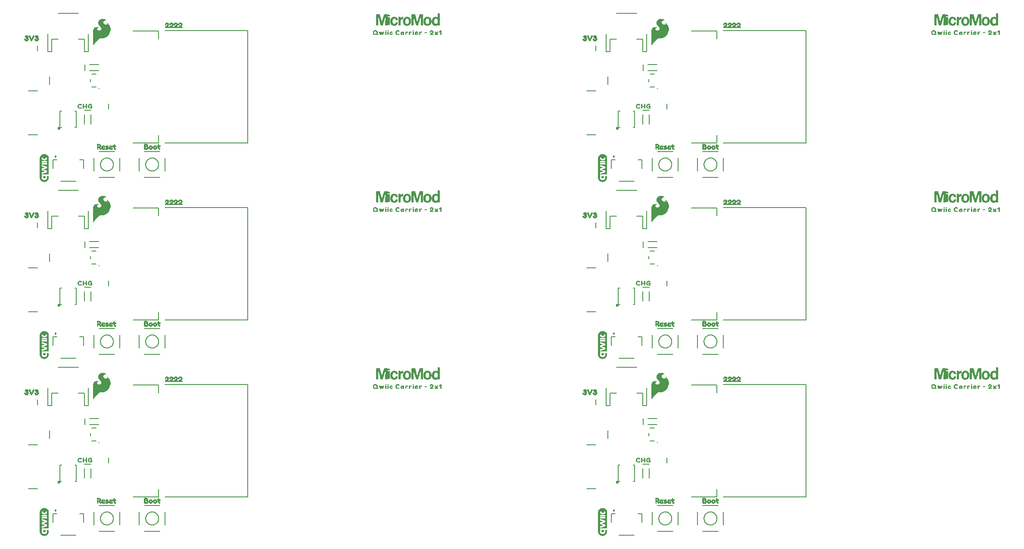
<source format=gto>
G04 EAGLE Gerber RS-274X export*
G75*
%MOMM*%
%FSLAX34Y34*%
%LPD*%
%INSilkscreen Top*%
%IPPOS*%
%AMOC8*
5,1,8,0,0,1.08239X$1,22.5*%
G01*
%ADD10C,0.203200*%
%ADD11R,0.400000X0.040000*%
%ADD12R,0.600000X0.040000*%
%ADD13R,0.080000X0.040000*%
%ADD14R,0.680000X0.040000*%
%ADD15R,0.240000X0.040000*%
%ADD16R,0.720000X0.040000*%
%ADD17R,0.760000X0.040000*%
%ADD18R,0.280000X0.040000*%
%ADD19R,0.800000X0.040000*%
%ADD20R,0.320000X0.040000*%
%ADD21R,0.360000X0.040000*%
%ADD22R,0.560000X0.040000*%
%ADD23R,0.520000X0.040000*%
%ADD24R,0.640000X0.040000*%
%ADD25R,0.480000X0.040000*%
%ADD26R,0.040000X0.040000*%
%ADD27R,0.120000X0.040000*%
%ADD28R,0.160000X0.040000*%
%ADD29R,0.440000X0.040000*%
%ADD30R,0.200000X0.040000*%
%ADD31R,0.840000X0.040000*%
%ADD32C,0.152400*%
%ADD33C,0.600000*%
%ADD34C,0.254000*%

G36*
X150835Y968800D02*
X150835Y968800D01*
X150919Y968803D01*
X150920Y968803D01*
X150921Y968803D01*
X150999Y968846D01*
X151072Y968885D01*
X151072Y968886D01*
X151073Y968886D01*
X151077Y968892D01*
X151160Y969000D01*
X151233Y969145D01*
X151589Y969501D01*
X151596Y969512D01*
X151609Y969523D01*
X152209Y970223D01*
X152213Y970230D01*
X152220Y970237D01*
X152912Y971126D01*
X153803Y972116D01*
X153806Y972121D01*
X153812Y972127D01*
X154807Y973320D01*
X155900Y974513D01*
X157099Y975811D01*
X158399Y977211D01*
X158403Y977218D01*
X158410Y977224D01*
X159500Y978512D01*
X160582Y979594D01*
X161557Y980472D01*
X162509Y981138D01*
X163549Y981611D01*
X164571Y981890D01*
X168420Y981890D01*
X168440Y981895D01*
X168467Y981893D01*
X170867Y982193D01*
X170889Y982201D01*
X170920Y982203D01*
X173120Y982803D01*
X173143Y982815D01*
X173176Y982823D01*
X175176Y983723D01*
X175195Y983737D01*
X175223Y983749D01*
X177123Y984949D01*
X177134Y984959D01*
X177151Y984968D01*
X178851Y986268D01*
X178868Y986289D01*
X178897Y986310D01*
X180397Y987910D01*
X180405Y987924D01*
X180420Y987937D01*
X181820Y989737D01*
X181833Y989764D01*
X181858Y989796D01*
X183758Y993496D01*
X183766Y993527D01*
X183786Y993568D01*
X184786Y997168D01*
X184788Y997202D01*
X184800Y997248D01*
X185000Y1000748D01*
X184994Y1000780D01*
X184996Y1000827D01*
X184496Y1004127D01*
X184485Y1004156D01*
X184478Y1004198D01*
X183478Y1006998D01*
X183464Y1007019D01*
X183454Y1007051D01*
X182154Y1009451D01*
X182128Y1009480D01*
X182089Y1009539D01*
X180389Y1011239D01*
X180359Y1011257D01*
X180322Y1011292D01*
X178722Y1012292D01*
X178656Y1012315D01*
X178592Y1012343D01*
X178575Y1012343D01*
X178558Y1012348D01*
X178489Y1012339D01*
X178419Y1012337D01*
X178404Y1012328D01*
X178386Y1012326D01*
X178328Y1012287D01*
X178267Y1012254D01*
X178257Y1012239D01*
X178242Y1012229D01*
X178207Y1012169D01*
X178167Y1012112D01*
X178164Y1012093D01*
X178156Y1012079D01*
X178153Y1012040D01*
X178140Y1011970D01*
X178140Y1011370D01*
X178147Y1011340D01*
X178147Y1011295D01*
X178233Y1010864D01*
X178057Y1009804D01*
X177818Y1009406D01*
X177403Y1008991D01*
X176842Y1008750D01*
X176273Y1008750D01*
X174958Y1009126D01*
X174217Y1009497D01*
X172855Y1010470D01*
X172178Y1011049D01*
X171719Y1011508D01*
X171242Y1012272D01*
X171239Y1012275D01*
X171236Y1012281D01*
X170869Y1012832D01*
X170692Y1013454D01*
X170605Y1013970D01*
X170688Y1014467D01*
X170867Y1014914D01*
X171142Y1015464D01*
X171496Y1015906D01*
X172234Y1016552D01*
X172612Y1016741D01*
X172953Y1016911D01*
X173687Y1017095D01*
X174541Y1017190D01*
X175773Y1017190D01*
X176128Y1017101D01*
X176164Y1017101D01*
X176220Y1017090D01*
X176320Y1017090D01*
X176381Y1017104D01*
X176444Y1017110D01*
X176465Y1017124D01*
X176489Y1017129D01*
X176537Y1017169D01*
X176590Y1017203D01*
X176603Y1017224D01*
X176622Y1017239D01*
X176648Y1017297D01*
X176681Y1017350D01*
X176683Y1017375D01*
X176693Y1017398D01*
X176691Y1017460D01*
X176697Y1017523D01*
X176688Y1017546D01*
X176687Y1017571D01*
X176657Y1017626D01*
X176634Y1017685D01*
X176614Y1017704D01*
X176604Y1017723D01*
X176573Y1017744D01*
X176531Y1017786D01*
X176237Y1017983D01*
X175541Y1018479D01*
X175526Y1018485D01*
X175512Y1018498D01*
X174312Y1019198D01*
X174288Y1019206D01*
X174261Y1019223D01*
X172761Y1019823D01*
X172743Y1019826D01*
X172722Y1019836D01*
X170922Y1020336D01*
X170888Y1020338D01*
X170839Y1020350D01*
X168839Y1020450D01*
X168801Y1020443D01*
X168736Y1020441D01*
X166536Y1019941D01*
X166502Y1019924D01*
X166444Y1019907D01*
X164144Y1018707D01*
X164119Y1018686D01*
X164078Y1018664D01*
X162378Y1017264D01*
X162355Y1017233D01*
X162307Y1017185D01*
X161207Y1015585D01*
X161193Y1015550D01*
X161161Y1015497D01*
X160561Y1013797D01*
X160558Y1013762D01*
X160556Y1013751D01*
X160547Y1013732D01*
X160548Y1013710D01*
X160540Y1013670D01*
X160540Y1011970D01*
X160549Y1011932D01*
X160555Y1011863D01*
X161055Y1010163D01*
X161069Y1010138D01*
X161080Y1010100D01*
X161980Y1008300D01*
X161999Y1008277D01*
X162018Y1008239D01*
X163318Y1006539D01*
X163335Y1006525D01*
X163351Y1006501D01*
X165042Y1004811D01*
X166298Y1003361D01*
X166940Y1001986D01*
X166940Y1000727D01*
X166581Y999562D01*
X165769Y998660D01*
X164659Y997919D01*
X163367Y997550D01*
X161871Y997550D01*
X160831Y997834D01*
X160011Y998107D01*
X159378Y998649D01*
X158833Y999195D01*
X158576Y999708D01*
X158400Y1000323D01*
X158400Y1000908D01*
X158561Y1001391D01*
X158808Y1001720D01*
X159174Y1002086D01*
X159653Y1002469D01*
X160008Y1002736D01*
X160461Y1002917D01*
X160473Y1002925D01*
X160490Y1002930D01*
X160734Y1003052D01*
X161090Y1003230D01*
X161119Y1003254D01*
X161189Y1003301D01*
X161289Y1003401D01*
X161302Y1003423D01*
X161322Y1003439D01*
X161348Y1003496D01*
X161380Y1003548D01*
X161383Y1003574D01*
X161393Y1003598D01*
X161391Y1003659D01*
X161397Y1003721D01*
X161388Y1003745D01*
X161387Y1003771D01*
X161357Y1003825D01*
X161335Y1003883D01*
X161316Y1003900D01*
X161304Y1003923D01*
X161254Y1003958D01*
X161208Y1004000D01*
X161183Y1004008D01*
X161162Y1004023D01*
X161078Y1004039D01*
X161042Y1004050D01*
X161032Y1004048D01*
X161020Y1004050D01*
X160982Y1004050D01*
X160751Y1004127D01*
X160261Y1004323D01*
X160226Y1004328D01*
X160174Y1004346D01*
X159474Y1004446D01*
X159450Y1004444D01*
X159420Y1004450D01*
X157620Y1004450D01*
X157590Y1004443D01*
X157545Y1004443D01*
X156545Y1004243D01*
X156535Y1004238D01*
X156520Y1004237D01*
X155420Y1003937D01*
X155403Y1003928D01*
X155379Y1003923D01*
X154379Y1003523D01*
X154352Y1003504D01*
X154309Y1003486D01*
X153409Y1002886D01*
X153388Y1002864D01*
X153351Y1002839D01*
X152551Y1002039D01*
X152540Y1002021D01*
X152520Y1002003D01*
X151820Y1001103D01*
X151809Y1001079D01*
X151786Y1001052D01*
X151186Y999952D01*
X151177Y999919D01*
X151154Y999874D01*
X150754Y998474D01*
X150753Y998449D01*
X150743Y998417D01*
X150543Y996817D01*
X150544Y996805D01*
X150540Y996790D01*
X150440Y994890D01*
X150442Y994881D01*
X150440Y994870D01*
X150440Y969170D01*
X150460Y969085D01*
X150479Y969003D01*
X150479Y969002D01*
X150479Y969001D01*
X150536Y968933D01*
X150588Y968869D01*
X150589Y968868D01*
X150667Y968833D01*
X150746Y968797D01*
X150747Y968797D01*
X150748Y968797D01*
X150835Y968800D01*
G37*
G36*
X1248115Y968800D02*
X1248115Y968800D01*
X1248199Y968803D01*
X1248200Y968803D01*
X1248201Y968803D01*
X1248279Y968846D01*
X1248352Y968885D01*
X1248352Y968886D01*
X1248353Y968886D01*
X1248357Y968892D01*
X1248440Y969000D01*
X1248513Y969145D01*
X1248869Y969501D01*
X1248876Y969512D01*
X1248889Y969523D01*
X1249489Y970223D01*
X1249493Y970230D01*
X1249500Y970237D01*
X1250192Y971126D01*
X1251083Y972116D01*
X1251086Y972121D01*
X1251092Y972127D01*
X1252087Y973320D01*
X1253180Y974513D01*
X1254379Y975811D01*
X1255679Y977211D01*
X1255683Y977218D01*
X1255690Y977224D01*
X1256780Y978512D01*
X1257862Y979594D01*
X1258837Y980472D01*
X1259789Y981138D01*
X1260829Y981611D01*
X1261851Y981890D01*
X1265700Y981890D01*
X1265720Y981895D01*
X1265747Y981893D01*
X1268147Y982193D01*
X1268169Y982201D01*
X1268200Y982203D01*
X1270400Y982803D01*
X1270423Y982815D01*
X1270456Y982823D01*
X1272456Y983723D01*
X1272475Y983737D01*
X1272503Y983749D01*
X1274403Y984949D01*
X1274414Y984959D01*
X1274431Y984968D01*
X1276131Y986268D01*
X1276148Y986289D01*
X1276177Y986310D01*
X1277677Y987910D01*
X1277685Y987924D01*
X1277700Y987937D01*
X1279100Y989737D01*
X1279113Y989764D01*
X1279138Y989796D01*
X1281038Y993496D01*
X1281046Y993527D01*
X1281066Y993568D01*
X1282066Y997168D01*
X1282068Y997202D01*
X1282080Y997248D01*
X1282280Y1000748D01*
X1282274Y1000780D01*
X1282276Y1000827D01*
X1281776Y1004127D01*
X1281765Y1004156D01*
X1281758Y1004198D01*
X1280758Y1006998D01*
X1280744Y1007019D01*
X1280734Y1007051D01*
X1279434Y1009451D01*
X1279408Y1009480D01*
X1279369Y1009539D01*
X1277669Y1011239D01*
X1277639Y1011257D01*
X1277602Y1011292D01*
X1276002Y1012292D01*
X1275936Y1012315D01*
X1275872Y1012343D01*
X1275855Y1012343D01*
X1275838Y1012348D01*
X1275769Y1012339D01*
X1275699Y1012337D01*
X1275684Y1012328D01*
X1275666Y1012326D01*
X1275608Y1012287D01*
X1275547Y1012254D01*
X1275537Y1012239D01*
X1275522Y1012229D01*
X1275487Y1012169D01*
X1275447Y1012112D01*
X1275444Y1012093D01*
X1275436Y1012079D01*
X1275433Y1012040D01*
X1275420Y1011970D01*
X1275420Y1011370D01*
X1275427Y1011340D01*
X1275427Y1011295D01*
X1275513Y1010864D01*
X1275337Y1009804D01*
X1275098Y1009406D01*
X1274683Y1008991D01*
X1274122Y1008750D01*
X1273553Y1008750D01*
X1272238Y1009126D01*
X1271497Y1009497D01*
X1270135Y1010470D01*
X1269458Y1011049D01*
X1268999Y1011508D01*
X1268522Y1012272D01*
X1268519Y1012275D01*
X1268516Y1012281D01*
X1268149Y1012832D01*
X1267972Y1013454D01*
X1267885Y1013970D01*
X1267968Y1014467D01*
X1268147Y1014914D01*
X1268422Y1015464D01*
X1268776Y1015906D01*
X1269514Y1016552D01*
X1269892Y1016741D01*
X1270233Y1016911D01*
X1270967Y1017095D01*
X1271821Y1017190D01*
X1273053Y1017190D01*
X1273408Y1017101D01*
X1273444Y1017101D01*
X1273500Y1017090D01*
X1273600Y1017090D01*
X1273661Y1017104D01*
X1273724Y1017110D01*
X1273745Y1017124D01*
X1273769Y1017129D01*
X1273817Y1017169D01*
X1273870Y1017203D01*
X1273883Y1017224D01*
X1273902Y1017239D01*
X1273928Y1017297D01*
X1273961Y1017350D01*
X1273963Y1017375D01*
X1273973Y1017398D01*
X1273971Y1017460D01*
X1273977Y1017523D01*
X1273968Y1017546D01*
X1273967Y1017571D01*
X1273937Y1017626D01*
X1273914Y1017685D01*
X1273894Y1017704D01*
X1273884Y1017723D01*
X1273853Y1017744D01*
X1273811Y1017786D01*
X1273517Y1017983D01*
X1272821Y1018479D01*
X1272806Y1018485D01*
X1272792Y1018498D01*
X1271592Y1019198D01*
X1271568Y1019206D01*
X1271541Y1019223D01*
X1270041Y1019823D01*
X1270023Y1019826D01*
X1270002Y1019836D01*
X1268202Y1020336D01*
X1268168Y1020338D01*
X1268119Y1020350D01*
X1266119Y1020450D01*
X1266081Y1020443D01*
X1266016Y1020441D01*
X1263816Y1019941D01*
X1263782Y1019924D01*
X1263724Y1019907D01*
X1261424Y1018707D01*
X1261399Y1018686D01*
X1261358Y1018664D01*
X1259658Y1017264D01*
X1259635Y1017233D01*
X1259587Y1017185D01*
X1258487Y1015585D01*
X1258473Y1015550D01*
X1258441Y1015497D01*
X1257841Y1013797D01*
X1257838Y1013762D01*
X1257836Y1013751D01*
X1257827Y1013732D01*
X1257828Y1013710D01*
X1257820Y1013670D01*
X1257820Y1011970D01*
X1257829Y1011932D01*
X1257835Y1011863D01*
X1258335Y1010163D01*
X1258349Y1010138D01*
X1258360Y1010100D01*
X1259260Y1008300D01*
X1259279Y1008277D01*
X1259298Y1008239D01*
X1260598Y1006539D01*
X1260615Y1006525D01*
X1260631Y1006501D01*
X1262322Y1004811D01*
X1263578Y1003361D01*
X1264220Y1001986D01*
X1264220Y1000727D01*
X1263861Y999562D01*
X1263049Y998660D01*
X1261939Y997919D01*
X1260647Y997550D01*
X1259151Y997550D01*
X1258111Y997834D01*
X1257291Y998107D01*
X1256658Y998649D01*
X1256113Y999195D01*
X1255856Y999708D01*
X1255680Y1000323D01*
X1255680Y1000908D01*
X1255841Y1001391D01*
X1256088Y1001720D01*
X1256454Y1002086D01*
X1256933Y1002469D01*
X1257288Y1002736D01*
X1257741Y1002917D01*
X1257753Y1002925D01*
X1257770Y1002930D01*
X1258014Y1003052D01*
X1258370Y1003230D01*
X1258399Y1003254D01*
X1258469Y1003301D01*
X1258569Y1003401D01*
X1258582Y1003423D01*
X1258602Y1003439D01*
X1258628Y1003496D01*
X1258660Y1003548D01*
X1258663Y1003574D01*
X1258673Y1003598D01*
X1258671Y1003659D01*
X1258677Y1003721D01*
X1258668Y1003745D01*
X1258667Y1003771D01*
X1258637Y1003825D01*
X1258615Y1003883D01*
X1258596Y1003900D01*
X1258584Y1003923D01*
X1258534Y1003958D01*
X1258488Y1004000D01*
X1258463Y1004008D01*
X1258442Y1004023D01*
X1258358Y1004039D01*
X1258322Y1004050D01*
X1258312Y1004048D01*
X1258300Y1004050D01*
X1258262Y1004050D01*
X1258031Y1004127D01*
X1257541Y1004323D01*
X1257506Y1004328D01*
X1257454Y1004346D01*
X1256754Y1004446D01*
X1256730Y1004444D01*
X1256700Y1004450D01*
X1254900Y1004450D01*
X1254870Y1004443D01*
X1254825Y1004443D01*
X1253825Y1004243D01*
X1253815Y1004238D01*
X1253800Y1004237D01*
X1252700Y1003937D01*
X1252683Y1003928D01*
X1252659Y1003923D01*
X1251659Y1003523D01*
X1251632Y1003504D01*
X1251589Y1003486D01*
X1250689Y1002886D01*
X1250668Y1002864D01*
X1250631Y1002839D01*
X1249831Y1002039D01*
X1249820Y1002021D01*
X1249800Y1002003D01*
X1249100Y1001103D01*
X1249089Y1001079D01*
X1249066Y1001052D01*
X1248466Y999952D01*
X1248457Y999919D01*
X1248434Y999874D01*
X1248034Y998474D01*
X1248033Y998449D01*
X1248023Y998417D01*
X1247823Y996817D01*
X1247824Y996805D01*
X1247820Y996790D01*
X1247720Y994890D01*
X1247722Y994881D01*
X1247720Y994870D01*
X1247720Y969170D01*
X1247740Y969085D01*
X1247759Y969003D01*
X1247759Y969002D01*
X1247759Y969001D01*
X1247816Y968933D01*
X1247868Y968869D01*
X1247869Y968868D01*
X1247947Y968833D01*
X1248026Y968797D01*
X1248027Y968797D01*
X1248028Y968797D01*
X1248115Y968800D01*
G37*
G36*
X150835Y620820D02*
X150835Y620820D01*
X150919Y620823D01*
X150920Y620823D01*
X150921Y620823D01*
X150999Y620866D01*
X151072Y620905D01*
X151072Y620906D01*
X151073Y620906D01*
X151077Y620912D01*
X151160Y621020D01*
X151233Y621165D01*
X151589Y621521D01*
X151596Y621532D01*
X151609Y621543D01*
X152209Y622243D01*
X152213Y622250D01*
X152220Y622257D01*
X152912Y623146D01*
X153803Y624136D01*
X153806Y624141D01*
X153812Y624147D01*
X154807Y625340D01*
X155900Y626533D01*
X157099Y627831D01*
X158399Y629231D01*
X158403Y629238D01*
X158410Y629244D01*
X159500Y630532D01*
X160582Y631614D01*
X161557Y632492D01*
X162509Y633158D01*
X163550Y633631D01*
X164571Y633910D01*
X168420Y633910D01*
X168440Y633915D01*
X168467Y633913D01*
X170867Y634213D01*
X170889Y634221D01*
X170920Y634223D01*
X173120Y634823D01*
X173143Y634835D01*
X173176Y634843D01*
X175176Y635743D01*
X175195Y635757D01*
X175223Y635769D01*
X177123Y636969D01*
X177134Y636979D01*
X177151Y636988D01*
X178851Y638288D01*
X178868Y638309D01*
X178897Y638330D01*
X180397Y639930D01*
X180405Y639944D01*
X180420Y639957D01*
X181820Y641757D01*
X181833Y641784D01*
X181858Y641816D01*
X183758Y645516D01*
X183766Y645547D01*
X183786Y645588D01*
X184786Y649188D01*
X184788Y649222D01*
X184800Y649268D01*
X185000Y652768D01*
X184994Y652800D01*
X184996Y652847D01*
X184496Y656147D01*
X184485Y656176D01*
X184478Y656218D01*
X183478Y659018D01*
X183464Y659039D01*
X183454Y659071D01*
X182154Y661471D01*
X182128Y661500D01*
X182089Y661559D01*
X180389Y663259D01*
X180359Y663277D01*
X180322Y663312D01*
X178722Y664312D01*
X178656Y664335D01*
X178592Y664363D01*
X178575Y664363D01*
X178558Y664368D01*
X178489Y664359D01*
X178419Y664357D01*
X178404Y664348D01*
X178386Y664346D01*
X178328Y664307D01*
X178267Y664274D01*
X178257Y664259D01*
X178242Y664249D01*
X178207Y664189D01*
X178167Y664132D01*
X178164Y664113D01*
X178156Y664099D01*
X178153Y664060D01*
X178140Y663990D01*
X178140Y663390D01*
X178147Y663360D01*
X178147Y663315D01*
X178233Y662884D01*
X178057Y661824D01*
X177818Y661426D01*
X177403Y661011D01*
X176842Y660770D01*
X176273Y660770D01*
X174958Y661146D01*
X174217Y661517D01*
X172855Y662490D01*
X172178Y663069D01*
X171719Y663528D01*
X171242Y664292D01*
X171239Y664295D01*
X171236Y664301D01*
X170869Y664852D01*
X170692Y665474D01*
X170605Y665990D01*
X170688Y666487D01*
X170867Y666934D01*
X171142Y667484D01*
X171496Y667926D01*
X172234Y668572D01*
X172612Y668761D01*
X172953Y668931D01*
X173687Y669115D01*
X174541Y669210D01*
X175773Y669210D01*
X176128Y669121D01*
X176164Y669121D01*
X176220Y669110D01*
X176320Y669110D01*
X176381Y669124D01*
X176444Y669130D01*
X176465Y669144D01*
X176489Y669149D01*
X176537Y669189D01*
X176590Y669223D01*
X176603Y669244D01*
X176622Y669259D01*
X176648Y669317D01*
X176681Y669370D01*
X176683Y669395D01*
X176693Y669418D01*
X176691Y669480D01*
X176697Y669543D01*
X176688Y669566D01*
X176687Y669591D01*
X176657Y669646D01*
X176634Y669705D01*
X176614Y669724D01*
X176604Y669743D01*
X176573Y669764D01*
X176531Y669806D01*
X176237Y670003D01*
X175541Y670499D01*
X175526Y670505D01*
X175512Y670518D01*
X174312Y671218D01*
X174288Y671226D01*
X174261Y671243D01*
X172761Y671843D01*
X172743Y671846D01*
X172722Y671856D01*
X170922Y672356D01*
X170888Y672358D01*
X170839Y672370D01*
X168839Y672470D01*
X168801Y672463D01*
X168736Y672461D01*
X166536Y671961D01*
X166502Y671944D01*
X166444Y671927D01*
X164144Y670727D01*
X164119Y670706D01*
X164078Y670684D01*
X162378Y669284D01*
X162355Y669253D01*
X162307Y669205D01*
X161207Y667605D01*
X161193Y667570D01*
X161161Y667517D01*
X160561Y665817D01*
X160558Y665782D01*
X160556Y665771D01*
X160547Y665752D01*
X160548Y665730D01*
X160540Y665690D01*
X160540Y663990D01*
X160549Y663952D01*
X160555Y663883D01*
X161055Y662183D01*
X161069Y662158D01*
X161080Y662120D01*
X161980Y660320D01*
X161999Y660297D01*
X162018Y660259D01*
X163318Y658559D01*
X163335Y658545D01*
X163351Y658521D01*
X165042Y656831D01*
X166298Y655381D01*
X166940Y654006D01*
X166940Y652747D01*
X166581Y651582D01*
X165769Y650680D01*
X164659Y649939D01*
X163367Y649570D01*
X161871Y649570D01*
X160831Y649854D01*
X160011Y650127D01*
X159378Y650669D01*
X158833Y651215D01*
X158576Y651728D01*
X158400Y652343D01*
X158400Y652928D01*
X158561Y653411D01*
X158808Y653740D01*
X159174Y654106D01*
X159653Y654489D01*
X160008Y654756D01*
X160461Y654937D01*
X160473Y654945D01*
X160490Y654950D01*
X160734Y655072D01*
X161090Y655250D01*
X161119Y655274D01*
X161189Y655321D01*
X161289Y655421D01*
X161302Y655443D01*
X161322Y655459D01*
X161348Y655516D01*
X161380Y655568D01*
X161383Y655594D01*
X161393Y655618D01*
X161391Y655679D01*
X161397Y655741D01*
X161388Y655765D01*
X161387Y655791D01*
X161357Y655845D01*
X161335Y655903D01*
X161316Y655920D01*
X161304Y655943D01*
X161254Y655978D01*
X161208Y656020D01*
X161183Y656028D01*
X161162Y656043D01*
X161078Y656059D01*
X161042Y656070D01*
X161032Y656068D01*
X161020Y656070D01*
X160982Y656070D01*
X160751Y656147D01*
X160261Y656343D01*
X160226Y656348D01*
X160174Y656366D01*
X159474Y656466D01*
X159450Y656464D01*
X159420Y656470D01*
X157620Y656470D01*
X157590Y656463D01*
X157545Y656463D01*
X156545Y656263D01*
X156535Y656258D01*
X156520Y656257D01*
X155420Y655957D01*
X155403Y655948D01*
X155379Y655943D01*
X154379Y655543D01*
X154352Y655524D01*
X154309Y655506D01*
X153409Y654906D01*
X153388Y654884D01*
X153351Y654859D01*
X152551Y654059D01*
X152540Y654041D01*
X152520Y654023D01*
X151820Y653123D01*
X151809Y653099D01*
X151786Y653072D01*
X151186Y651972D01*
X151177Y651939D01*
X151154Y651894D01*
X150754Y650494D01*
X150753Y650469D01*
X150743Y650437D01*
X150543Y648837D01*
X150544Y648825D01*
X150540Y648810D01*
X150440Y646910D01*
X150442Y646901D01*
X150440Y646890D01*
X150440Y621190D01*
X150460Y621105D01*
X150479Y621023D01*
X150479Y621022D01*
X150479Y621021D01*
X150536Y620953D01*
X150588Y620889D01*
X150589Y620888D01*
X150667Y620853D01*
X150746Y620817D01*
X150747Y620817D01*
X150748Y620817D01*
X150835Y620820D01*
G37*
G36*
X1248115Y620820D02*
X1248115Y620820D01*
X1248199Y620823D01*
X1248200Y620823D01*
X1248201Y620823D01*
X1248279Y620866D01*
X1248352Y620905D01*
X1248352Y620906D01*
X1248353Y620906D01*
X1248357Y620912D01*
X1248440Y621020D01*
X1248513Y621165D01*
X1248869Y621521D01*
X1248876Y621532D01*
X1248889Y621543D01*
X1249489Y622243D01*
X1249493Y622250D01*
X1249500Y622257D01*
X1250192Y623146D01*
X1251083Y624136D01*
X1251086Y624141D01*
X1251092Y624147D01*
X1252087Y625340D01*
X1253180Y626533D01*
X1254379Y627831D01*
X1255679Y629231D01*
X1255683Y629238D01*
X1255690Y629244D01*
X1256780Y630532D01*
X1257862Y631614D01*
X1258837Y632492D01*
X1259789Y633158D01*
X1260830Y633631D01*
X1261851Y633910D01*
X1265700Y633910D01*
X1265720Y633915D01*
X1265747Y633913D01*
X1268147Y634213D01*
X1268169Y634221D01*
X1268200Y634223D01*
X1270400Y634823D01*
X1270423Y634835D01*
X1270456Y634843D01*
X1272456Y635743D01*
X1272475Y635757D01*
X1272503Y635769D01*
X1274403Y636969D01*
X1274414Y636979D01*
X1274431Y636988D01*
X1276131Y638288D01*
X1276148Y638309D01*
X1276177Y638330D01*
X1277677Y639930D01*
X1277685Y639944D01*
X1277700Y639957D01*
X1279100Y641757D01*
X1279113Y641784D01*
X1279138Y641816D01*
X1281038Y645516D01*
X1281046Y645547D01*
X1281066Y645588D01*
X1282066Y649188D01*
X1282068Y649222D01*
X1282080Y649268D01*
X1282280Y652768D01*
X1282274Y652800D01*
X1282276Y652847D01*
X1281776Y656147D01*
X1281765Y656176D01*
X1281758Y656218D01*
X1280758Y659018D01*
X1280744Y659039D01*
X1280734Y659071D01*
X1279434Y661471D01*
X1279408Y661500D01*
X1279369Y661559D01*
X1277669Y663259D01*
X1277639Y663277D01*
X1277602Y663312D01*
X1276002Y664312D01*
X1275936Y664335D01*
X1275872Y664363D01*
X1275855Y664363D01*
X1275838Y664368D01*
X1275769Y664359D01*
X1275699Y664357D01*
X1275684Y664348D01*
X1275666Y664346D01*
X1275608Y664307D01*
X1275547Y664274D01*
X1275537Y664259D01*
X1275522Y664249D01*
X1275487Y664189D01*
X1275447Y664132D01*
X1275444Y664113D01*
X1275436Y664099D01*
X1275433Y664060D01*
X1275420Y663990D01*
X1275420Y663390D01*
X1275427Y663360D01*
X1275427Y663315D01*
X1275513Y662884D01*
X1275337Y661824D01*
X1275098Y661426D01*
X1274683Y661011D01*
X1274122Y660770D01*
X1273553Y660770D01*
X1272238Y661146D01*
X1271497Y661517D01*
X1270135Y662490D01*
X1269458Y663069D01*
X1268999Y663528D01*
X1268522Y664292D01*
X1268519Y664295D01*
X1268516Y664301D01*
X1268149Y664852D01*
X1267972Y665474D01*
X1267885Y665990D01*
X1267968Y666487D01*
X1268147Y666934D01*
X1268422Y667484D01*
X1268776Y667926D01*
X1269514Y668572D01*
X1269892Y668761D01*
X1270233Y668931D01*
X1270967Y669115D01*
X1271821Y669210D01*
X1273053Y669210D01*
X1273408Y669121D01*
X1273444Y669121D01*
X1273500Y669110D01*
X1273600Y669110D01*
X1273661Y669124D01*
X1273724Y669130D01*
X1273745Y669144D01*
X1273769Y669149D01*
X1273817Y669189D01*
X1273870Y669223D01*
X1273883Y669244D01*
X1273902Y669259D01*
X1273928Y669317D01*
X1273961Y669370D01*
X1273963Y669395D01*
X1273973Y669418D01*
X1273971Y669480D01*
X1273977Y669543D01*
X1273968Y669566D01*
X1273967Y669591D01*
X1273937Y669646D01*
X1273914Y669705D01*
X1273894Y669724D01*
X1273884Y669743D01*
X1273853Y669764D01*
X1273811Y669806D01*
X1273517Y670003D01*
X1272821Y670499D01*
X1272806Y670505D01*
X1272792Y670518D01*
X1271592Y671218D01*
X1271568Y671226D01*
X1271541Y671243D01*
X1270041Y671843D01*
X1270023Y671846D01*
X1270002Y671856D01*
X1268202Y672356D01*
X1268168Y672358D01*
X1268119Y672370D01*
X1266119Y672470D01*
X1266081Y672463D01*
X1266016Y672461D01*
X1263816Y671961D01*
X1263782Y671944D01*
X1263724Y671927D01*
X1261424Y670727D01*
X1261399Y670706D01*
X1261358Y670684D01*
X1259658Y669284D01*
X1259635Y669253D01*
X1259587Y669205D01*
X1258487Y667605D01*
X1258473Y667570D01*
X1258441Y667517D01*
X1257841Y665817D01*
X1257838Y665782D01*
X1257836Y665771D01*
X1257827Y665752D01*
X1257828Y665730D01*
X1257820Y665690D01*
X1257820Y663990D01*
X1257829Y663952D01*
X1257835Y663883D01*
X1258335Y662183D01*
X1258349Y662158D01*
X1258360Y662120D01*
X1259260Y660320D01*
X1259279Y660297D01*
X1259298Y660259D01*
X1260598Y658559D01*
X1260615Y658545D01*
X1260631Y658521D01*
X1262322Y656831D01*
X1263578Y655381D01*
X1264220Y654006D01*
X1264220Y652747D01*
X1263861Y651582D01*
X1263049Y650680D01*
X1261939Y649939D01*
X1260647Y649570D01*
X1259151Y649570D01*
X1258111Y649854D01*
X1257291Y650127D01*
X1256658Y650669D01*
X1256113Y651215D01*
X1255856Y651728D01*
X1255680Y652343D01*
X1255680Y652928D01*
X1255841Y653411D01*
X1256088Y653740D01*
X1256454Y654106D01*
X1256933Y654489D01*
X1257288Y654756D01*
X1257741Y654937D01*
X1257753Y654945D01*
X1257770Y654950D01*
X1258014Y655072D01*
X1258370Y655250D01*
X1258399Y655274D01*
X1258469Y655321D01*
X1258569Y655421D01*
X1258582Y655443D01*
X1258602Y655459D01*
X1258628Y655516D01*
X1258660Y655568D01*
X1258663Y655594D01*
X1258673Y655618D01*
X1258671Y655679D01*
X1258677Y655741D01*
X1258668Y655765D01*
X1258667Y655791D01*
X1258637Y655845D01*
X1258615Y655903D01*
X1258596Y655920D01*
X1258584Y655943D01*
X1258534Y655978D01*
X1258488Y656020D01*
X1258463Y656028D01*
X1258442Y656043D01*
X1258358Y656059D01*
X1258322Y656070D01*
X1258312Y656068D01*
X1258300Y656070D01*
X1258262Y656070D01*
X1258031Y656147D01*
X1257541Y656343D01*
X1257506Y656348D01*
X1257454Y656366D01*
X1256754Y656466D01*
X1256730Y656464D01*
X1256700Y656470D01*
X1254900Y656470D01*
X1254870Y656463D01*
X1254825Y656463D01*
X1253825Y656263D01*
X1253815Y656258D01*
X1253800Y656257D01*
X1252700Y655957D01*
X1252683Y655948D01*
X1252659Y655943D01*
X1251659Y655543D01*
X1251632Y655524D01*
X1251589Y655506D01*
X1250689Y654906D01*
X1250668Y654884D01*
X1250631Y654859D01*
X1249831Y654059D01*
X1249820Y654041D01*
X1249800Y654023D01*
X1249100Y653123D01*
X1249089Y653099D01*
X1249066Y653072D01*
X1248466Y651972D01*
X1248457Y651939D01*
X1248434Y651894D01*
X1248034Y650494D01*
X1248033Y650469D01*
X1248023Y650437D01*
X1247823Y648837D01*
X1247824Y648825D01*
X1247820Y648810D01*
X1247720Y646910D01*
X1247722Y646901D01*
X1247720Y646890D01*
X1247720Y621190D01*
X1247740Y621105D01*
X1247759Y621023D01*
X1247759Y621022D01*
X1247759Y621021D01*
X1247816Y620953D01*
X1247868Y620889D01*
X1247869Y620888D01*
X1247947Y620853D01*
X1248026Y620817D01*
X1248027Y620817D01*
X1248028Y620817D01*
X1248115Y620820D01*
G37*
G36*
X150835Y272840D02*
X150835Y272840D01*
X150919Y272843D01*
X150920Y272843D01*
X150921Y272843D01*
X150999Y272886D01*
X151072Y272925D01*
X151072Y272926D01*
X151073Y272926D01*
X151077Y272932D01*
X151160Y273040D01*
X151233Y273185D01*
X151589Y273541D01*
X151596Y273552D01*
X151609Y273563D01*
X152209Y274263D01*
X152213Y274270D01*
X152220Y274277D01*
X152912Y275166D01*
X153803Y276156D01*
X153806Y276161D01*
X153812Y276167D01*
X154807Y277360D01*
X155900Y278553D01*
X157099Y279851D01*
X158399Y281251D01*
X158403Y281258D01*
X158410Y281264D01*
X159500Y282552D01*
X160582Y283634D01*
X161557Y284512D01*
X162509Y285178D01*
X163549Y285651D01*
X164571Y285930D01*
X168420Y285930D01*
X168440Y285935D01*
X168467Y285933D01*
X170867Y286233D01*
X170889Y286241D01*
X170920Y286243D01*
X173120Y286843D01*
X173143Y286855D01*
X173176Y286863D01*
X175176Y287763D01*
X175195Y287777D01*
X175223Y287789D01*
X177123Y288989D01*
X177134Y288999D01*
X177151Y289008D01*
X178851Y290308D01*
X178868Y290329D01*
X178897Y290350D01*
X180397Y291950D01*
X180405Y291964D01*
X180420Y291977D01*
X181820Y293777D01*
X181833Y293804D01*
X181858Y293836D01*
X183758Y297536D01*
X183766Y297567D01*
X183786Y297608D01*
X184786Y301208D01*
X184788Y301242D01*
X184800Y301288D01*
X185000Y304788D01*
X184994Y304820D01*
X184996Y304867D01*
X184496Y308167D01*
X184485Y308196D01*
X184478Y308238D01*
X183478Y311038D01*
X183464Y311059D01*
X183454Y311091D01*
X182154Y313491D01*
X182128Y313520D01*
X182089Y313579D01*
X180389Y315279D01*
X180359Y315297D01*
X180322Y315332D01*
X178722Y316332D01*
X178656Y316355D01*
X178592Y316383D01*
X178575Y316383D01*
X178558Y316388D01*
X178489Y316379D01*
X178419Y316377D01*
X178404Y316368D01*
X178386Y316366D01*
X178328Y316327D01*
X178267Y316294D01*
X178257Y316279D01*
X178242Y316269D01*
X178207Y316209D01*
X178167Y316152D01*
X178164Y316133D01*
X178156Y316119D01*
X178153Y316080D01*
X178140Y316010D01*
X178140Y315410D01*
X178147Y315380D01*
X178147Y315335D01*
X178233Y314904D01*
X178057Y313844D01*
X177818Y313446D01*
X177403Y313031D01*
X176842Y312790D01*
X176273Y312790D01*
X174958Y313166D01*
X174217Y313537D01*
X172855Y314510D01*
X172178Y315089D01*
X171719Y315548D01*
X171242Y316312D01*
X171239Y316315D01*
X171236Y316321D01*
X170869Y316872D01*
X170692Y317494D01*
X170605Y318010D01*
X170688Y318507D01*
X170867Y318954D01*
X171142Y319504D01*
X171496Y319946D01*
X172234Y320592D01*
X172612Y320781D01*
X172953Y320951D01*
X173687Y321135D01*
X174541Y321230D01*
X175773Y321230D01*
X176128Y321141D01*
X176164Y321141D01*
X176220Y321130D01*
X176320Y321130D01*
X176381Y321144D01*
X176444Y321150D01*
X176465Y321164D01*
X176489Y321169D01*
X176537Y321209D01*
X176590Y321243D01*
X176603Y321264D01*
X176622Y321279D01*
X176648Y321337D01*
X176681Y321390D01*
X176683Y321415D01*
X176693Y321438D01*
X176691Y321500D01*
X176697Y321563D01*
X176688Y321586D01*
X176687Y321611D01*
X176657Y321666D01*
X176634Y321725D01*
X176614Y321744D01*
X176604Y321763D01*
X176573Y321784D01*
X176531Y321826D01*
X176237Y322023D01*
X175541Y322519D01*
X175526Y322525D01*
X175512Y322538D01*
X174312Y323238D01*
X174288Y323246D01*
X174261Y323263D01*
X172761Y323863D01*
X172743Y323866D01*
X172722Y323876D01*
X170922Y324376D01*
X170888Y324378D01*
X170839Y324390D01*
X168839Y324490D01*
X168801Y324483D01*
X168736Y324481D01*
X166536Y323981D01*
X166502Y323964D01*
X166444Y323947D01*
X164144Y322747D01*
X164119Y322726D01*
X164078Y322704D01*
X162378Y321304D01*
X162355Y321273D01*
X162307Y321225D01*
X161207Y319625D01*
X161193Y319590D01*
X161161Y319537D01*
X160561Y317837D01*
X160558Y317802D01*
X160556Y317791D01*
X160547Y317772D01*
X160548Y317750D01*
X160540Y317710D01*
X160540Y316010D01*
X160549Y315972D01*
X160555Y315903D01*
X161055Y314203D01*
X161069Y314178D01*
X161080Y314140D01*
X161980Y312340D01*
X161999Y312317D01*
X162018Y312279D01*
X163318Y310579D01*
X163335Y310565D01*
X163351Y310541D01*
X165042Y308851D01*
X166298Y307401D01*
X166940Y306026D01*
X166940Y304767D01*
X166581Y303602D01*
X165769Y302700D01*
X164659Y301959D01*
X163367Y301590D01*
X161871Y301590D01*
X160831Y301874D01*
X160011Y302147D01*
X159378Y302689D01*
X158833Y303235D01*
X158576Y303748D01*
X158400Y304363D01*
X158400Y304948D01*
X158561Y305431D01*
X158808Y305760D01*
X159174Y306126D01*
X159653Y306509D01*
X160008Y306776D01*
X160461Y306957D01*
X160473Y306965D01*
X160490Y306970D01*
X160734Y307092D01*
X161090Y307270D01*
X161119Y307294D01*
X161189Y307341D01*
X161289Y307441D01*
X161302Y307463D01*
X161322Y307479D01*
X161348Y307536D01*
X161380Y307588D01*
X161383Y307614D01*
X161393Y307638D01*
X161391Y307699D01*
X161397Y307761D01*
X161388Y307785D01*
X161387Y307811D01*
X161357Y307865D01*
X161335Y307923D01*
X161316Y307940D01*
X161304Y307963D01*
X161254Y307998D01*
X161208Y308040D01*
X161183Y308048D01*
X161162Y308063D01*
X161078Y308079D01*
X161042Y308090D01*
X161032Y308088D01*
X161020Y308090D01*
X160982Y308090D01*
X160751Y308167D01*
X160261Y308363D01*
X160226Y308368D01*
X160174Y308386D01*
X159474Y308486D01*
X159450Y308484D01*
X159420Y308490D01*
X157620Y308490D01*
X157590Y308483D01*
X157545Y308483D01*
X156545Y308283D01*
X156535Y308278D01*
X156520Y308277D01*
X155420Y307977D01*
X155403Y307968D01*
X155379Y307963D01*
X154379Y307563D01*
X154352Y307544D01*
X154309Y307526D01*
X153409Y306926D01*
X153388Y306904D01*
X153351Y306879D01*
X152551Y306079D01*
X152540Y306061D01*
X152520Y306043D01*
X151820Y305143D01*
X151809Y305119D01*
X151786Y305092D01*
X151186Y303992D01*
X151177Y303959D01*
X151154Y303914D01*
X150754Y302514D01*
X150753Y302489D01*
X150743Y302457D01*
X150543Y300857D01*
X150544Y300845D01*
X150540Y300830D01*
X150440Y298930D01*
X150442Y298921D01*
X150440Y298910D01*
X150440Y273210D01*
X150460Y273125D01*
X150479Y273043D01*
X150479Y273042D01*
X150479Y273041D01*
X150536Y272973D01*
X150588Y272909D01*
X150589Y272908D01*
X150667Y272873D01*
X150746Y272837D01*
X150747Y272837D01*
X150748Y272837D01*
X150835Y272840D01*
G37*
G36*
X1248115Y272840D02*
X1248115Y272840D01*
X1248199Y272843D01*
X1248200Y272843D01*
X1248201Y272843D01*
X1248279Y272886D01*
X1248352Y272925D01*
X1248352Y272926D01*
X1248353Y272926D01*
X1248357Y272932D01*
X1248440Y273040D01*
X1248513Y273185D01*
X1248869Y273541D01*
X1248876Y273552D01*
X1248889Y273563D01*
X1249489Y274263D01*
X1249493Y274270D01*
X1249500Y274277D01*
X1250192Y275166D01*
X1251083Y276156D01*
X1251086Y276161D01*
X1251092Y276167D01*
X1252087Y277360D01*
X1253180Y278553D01*
X1254379Y279851D01*
X1255679Y281251D01*
X1255683Y281258D01*
X1255690Y281264D01*
X1256780Y282552D01*
X1257862Y283634D01*
X1258837Y284512D01*
X1259789Y285178D01*
X1260830Y285651D01*
X1261851Y285930D01*
X1265700Y285930D01*
X1265720Y285935D01*
X1265747Y285933D01*
X1268147Y286233D01*
X1268169Y286241D01*
X1268200Y286243D01*
X1270400Y286843D01*
X1270423Y286855D01*
X1270456Y286863D01*
X1272456Y287763D01*
X1272475Y287777D01*
X1272503Y287789D01*
X1274403Y288989D01*
X1274414Y288999D01*
X1274431Y289008D01*
X1276131Y290308D01*
X1276148Y290329D01*
X1276177Y290350D01*
X1277677Y291950D01*
X1277685Y291964D01*
X1277700Y291977D01*
X1279100Y293777D01*
X1279113Y293804D01*
X1279138Y293836D01*
X1281038Y297536D01*
X1281046Y297567D01*
X1281066Y297608D01*
X1282066Y301208D01*
X1282068Y301242D01*
X1282080Y301288D01*
X1282280Y304788D01*
X1282274Y304820D01*
X1282276Y304867D01*
X1281776Y308167D01*
X1281765Y308196D01*
X1281758Y308238D01*
X1280758Y311038D01*
X1280744Y311059D01*
X1280734Y311091D01*
X1279434Y313491D01*
X1279408Y313520D01*
X1279369Y313579D01*
X1277669Y315279D01*
X1277639Y315297D01*
X1277602Y315332D01*
X1276002Y316332D01*
X1275936Y316355D01*
X1275872Y316383D01*
X1275855Y316383D01*
X1275838Y316388D01*
X1275769Y316379D01*
X1275699Y316377D01*
X1275684Y316368D01*
X1275666Y316366D01*
X1275608Y316327D01*
X1275547Y316294D01*
X1275537Y316279D01*
X1275522Y316269D01*
X1275487Y316209D01*
X1275447Y316152D01*
X1275444Y316133D01*
X1275436Y316119D01*
X1275433Y316080D01*
X1275420Y316010D01*
X1275420Y315410D01*
X1275427Y315380D01*
X1275427Y315335D01*
X1275513Y314904D01*
X1275337Y313844D01*
X1275098Y313446D01*
X1274683Y313031D01*
X1274122Y312790D01*
X1273553Y312790D01*
X1272238Y313166D01*
X1271497Y313537D01*
X1270135Y314510D01*
X1269458Y315089D01*
X1268999Y315548D01*
X1268522Y316312D01*
X1268519Y316315D01*
X1268516Y316321D01*
X1268149Y316872D01*
X1267972Y317494D01*
X1267885Y318010D01*
X1267968Y318507D01*
X1268147Y318954D01*
X1268422Y319504D01*
X1268776Y319946D01*
X1269514Y320592D01*
X1269892Y320781D01*
X1270233Y320951D01*
X1270967Y321135D01*
X1271821Y321230D01*
X1273053Y321230D01*
X1273408Y321141D01*
X1273444Y321141D01*
X1273500Y321130D01*
X1273600Y321130D01*
X1273661Y321144D01*
X1273724Y321150D01*
X1273745Y321164D01*
X1273769Y321169D01*
X1273817Y321209D01*
X1273870Y321243D01*
X1273883Y321264D01*
X1273902Y321279D01*
X1273928Y321337D01*
X1273961Y321390D01*
X1273963Y321415D01*
X1273973Y321438D01*
X1273971Y321500D01*
X1273977Y321563D01*
X1273968Y321586D01*
X1273967Y321611D01*
X1273937Y321666D01*
X1273914Y321725D01*
X1273894Y321744D01*
X1273884Y321763D01*
X1273853Y321784D01*
X1273811Y321826D01*
X1273517Y322023D01*
X1272821Y322519D01*
X1272806Y322525D01*
X1272792Y322538D01*
X1271592Y323238D01*
X1271568Y323246D01*
X1271541Y323263D01*
X1270041Y323863D01*
X1270023Y323866D01*
X1270002Y323876D01*
X1268202Y324376D01*
X1268168Y324378D01*
X1268119Y324390D01*
X1266119Y324490D01*
X1266081Y324483D01*
X1266016Y324481D01*
X1263816Y323981D01*
X1263782Y323964D01*
X1263724Y323947D01*
X1261424Y322747D01*
X1261399Y322726D01*
X1261358Y322704D01*
X1259658Y321304D01*
X1259635Y321273D01*
X1259587Y321225D01*
X1258487Y319625D01*
X1258473Y319590D01*
X1258441Y319537D01*
X1257841Y317837D01*
X1257838Y317802D01*
X1257836Y317791D01*
X1257827Y317772D01*
X1257828Y317750D01*
X1257820Y317710D01*
X1257820Y316010D01*
X1257829Y315972D01*
X1257835Y315903D01*
X1258335Y314203D01*
X1258349Y314178D01*
X1258360Y314140D01*
X1259260Y312340D01*
X1259279Y312317D01*
X1259298Y312279D01*
X1260598Y310579D01*
X1260615Y310565D01*
X1260631Y310541D01*
X1262322Y308851D01*
X1263578Y307401D01*
X1264220Y306026D01*
X1264220Y304767D01*
X1263861Y303602D01*
X1263049Y302700D01*
X1261939Y301959D01*
X1260647Y301590D01*
X1259151Y301590D01*
X1258111Y301874D01*
X1257291Y302147D01*
X1256658Y302689D01*
X1256113Y303235D01*
X1255856Y303748D01*
X1255680Y304363D01*
X1255680Y304948D01*
X1255841Y305431D01*
X1256088Y305760D01*
X1256454Y306126D01*
X1256933Y306509D01*
X1257288Y306776D01*
X1257741Y306957D01*
X1257753Y306965D01*
X1257770Y306970D01*
X1258014Y307092D01*
X1258370Y307270D01*
X1258399Y307294D01*
X1258469Y307341D01*
X1258569Y307441D01*
X1258582Y307463D01*
X1258602Y307479D01*
X1258628Y307536D01*
X1258660Y307588D01*
X1258663Y307614D01*
X1258673Y307638D01*
X1258671Y307699D01*
X1258677Y307761D01*
X1258668Y307785D01*
X1258667Y307811D01*
X1258637Y307865D01*
X1258615Y307923D01*
X1258596Y307940D01*
X1258584Y307963D01*
X1258534Y307998D01*
X1258488Y308040D01*
X1258463Y308048D01*
X1258442Y308063D01*
X1258358Y308079D01*
X1258322Y308090D01*
X1258312Y308088D01*
X1258300Y308090D01*
X1258262Y308090D01*
X1258031Y308167D01*
X1257541Y308363D01*
X1257506Y308368D01*
X1257454Y308386D01*
X1256754Y308486D01*
X1256730Y308484D01*
X1256700Y308490D01*
X1254900Y308490D01*
X1254870Y308483D01*
X1254825Y308483D01*
X1253825Y308283D01*
X1253815Y308278D01*
X1253800Y308277D01*
X1252700Y307977D01*
X1252683Y307968D01*
X1252659Y307963D01*
X1251659Y307563D01*
X1251632Y307544D01*
X1251589Y307526D01*
X1250689Y306926D01*
X1250668Y306904D01*
X1250631Y306879D01*
X1249831Y306079D01*
X1249820Y306061D01*
X1249800Y306043D01*
X1249100Y305143D01*
X1249089Y305119D01*
X1249066Y305092D01*
X1248466Y303992D01*
X1248457Y303959D01*
X1248434Y303914D01*
X1248034Y302514D01*
X1248033Y302489D01*
X1248023Y302457D01*
X1247823Y300857D01*
X1247824Y300845D01*
X1247820Y300830D01*
X1247720Y298930D01*
X1247722Y298921D01*
X1247720Y298910D01*
X1247720Y273210D01*
X1247740Y273125D01*
X1247759Y273043D01*
X1247759Y273042D01*
X1247759Y273041D01*
X1247816Y272973D01*
X1247868Y272909D01*
X1247869Y272908D01*
X1247947Y272873D01*
X1248026Y272837D01*
X1248027Y272837D01*
X1248028Y272837D01*
X1248115Y272840D01*
G37*
G36*
X54836Y351581D02*
X54836Y351581D01*
X54841Y351579D01*
X56421Y351739D01*
X56425Y351742D01*
X56433Y351741D01*
X57951Y352206D01*
X57953Y352209D01*
X57958Y352209D01*
X58438Y352427D01*
X58439Y352429D01*
X58442Y352429D01*
X59373Y352934D01*
X59374Y352936D01*
X59376Y352936D01*
X59820Y353221D01*
X59822Y353224D01*
X59826Y353226D01*
X61041Y354247D01*
X61042Y354252D01*
X61049Y354255D01*
X62059Y355480D01*
X62060Y355485D01*
X62066Y355490D01*
X62830Y356880D01*
X62830Y356884D01*
X62832Y356886D01*
X62833Y356887D01*
X62834Y356888D01*
X63023Y357380D01*
X63023Y357382D01*
X63025Y357384D01*
X63338Y358395D01*
X63338Y358397D01*
X63340Y358399D01*
X63460Y358912D01*
X63459Y358916D01*
X63461Y358920D01*
X63621Y360500D01*
X63619Y360503D01*
X63621Y360506D01*
X63624Y363280D01*
X63613Y363298D01*
X63610Y363319D01*
X63593Y363328D01*
X63587Y363337D01*
X63578Y363335D01*
X63564Y363342D01*
X63177Y363358D01*
X63176Y363357D01*
X63175Y363358D01*
X58940Y363358D01*
X58939Y363358D01*
X58546Y363348D01*
X58535Y363341D01*
X58522Y363343D01*
X58509Y363323D01*
X58489Y363310D01*
X58492Y363297D01*
X58484Y363286D01*
X58499Y363252D01*
X58501Y363243D01*
X58504Y363242D01*
X58505Y363239D01*
X58991Y362808D01*
X59318Y362405D01*
X59581Y361958D01*
X59766Y361473D01*
X59883Y360966D01*
X59936Y360448D01*
X59915Y359927D01*
X59866Y359406D01*
X59747Y358899D01*
X59595Y358400D01*
X59357Y357937D01*
X59096Y357487D01*
X58748Y357099D01*
X58378Y356734D01*
X57955Y356429D01*
X57505Y356168D01*
X57029Y355952D01*
X56533Y355792D01*
X56024Y355666D01*
X55507Y355593D01*
X54984Y355553D01*
X54460Y355548D01*
X53937Y355588D01*
X53419Y355655D01*
X52911Y355781D01*
X52413Y355938D01*
X51938Y356155D01*
X51489Y356417D01*
X51068Y356724D01*
X50700Y357092D01*
X50655Y357142D01*
X50600Y357205D01*
X50544Y357268D01*
X50488Y357331D01*
X50432Y357393D01*
X50354Y357481D01*
X50101Y357936D01*
X49874Y358404D01*
X49722Y358903D01*
X49617Y359413D01*
X49569Y359934D01*
X49560Y360455D01*
X49620Y360973D01*
X49743Y361478D01*
X49934Y361961D01*
X50198Y362408D01*
X50520Y362812D01*
X51068Y363242D01*
X51073Y363257D01*
X51086Y363265D01*
X51083Y363287D01*
X51090Y363307D01*
X51079Y363317D01*
X51077Y363333D01*
X51050Y363345D01*
X51041Y363353D01*
X51035Y363352D01*
X51030Y363355D01*
X50530Y363358D01*
X50001Y363358D01*
X49659Y363361D01*
X49659Y366596D01*
X49659Y366597D01*
X49659Y366614D01*
X63277Y366614D01*
X63279Y366615D01*
X63281Y366615D01*
X63565Y366631D01*
X63582Y366644D01*
X63603Y366647D01*
X63611Y366665D01*
X63620Y366672D01*
X63618Y366681D01*
X63624Y366694D01*
X63624Y397622D01*
X63622Y397625D01*
X63624Y397628D01*
X63473Y399209D01*
X63471Y399211D01*
X63472Y399214D01*
X63375Y399732D01*
X63372Y399735D01*
X63373Y399739D01*
X62891Y401251D01*
X62887Y401255D01*
X62886Y401262D01*
X62129Y402658D01*
X62124Y402660D01*
X62122Y402667D01*
X61123Y403900D01*
X61120Y403901D01*
X61118Y403906D01*
X60736Y404269D01*
X60734Y404270D01*
X60733Y404272D01*
X59916Y404946D01*
X59914Y404946D01*
X59912Y404949D01*
X59481Y405252D01*
X59478Y405252D01*
X59475Y405256D01*
X58073Y406000D01*
X58068Y406000D01*
X58063Y406005D01*
X56546Y406475D01*
X56541Y406474D01*
X56536Y406478D01*
X56013Y406548D01*
X56012Y406548D01*
X56011Y406548D01*
X54957Y406654D01*
X54955Y406653D01*
X54952Y406655D01*
X54425Y406663D01*
X54423Y406661D01*
X54418Y406663D01*
X52838Y406503D01*
X52834Y406499D01*
X52826Y406500D01*
X51310Y406029D01*
X51307Y406026D01*
X51302Y406026D01*
X50824Y405803D01*
X50823Y405801D01*
X50821Y405801D01*
X49890Y405296D01*
X49889Y405294D01*
X49886Y405293D01*
X49446Y405003D01*
X49445Y405001D01*
X49441Y404999D01*
X48624Y404326D01*
X48624Y404324D01*
X48622Y404324D01*
X48229Y403972D01*
X48228Y403968D01*
X48222Y403965D01*
X47212Y402740D01*
X47211Y402735D01*
X47205Y402730D01*
X46446Y401336D01*
X46446Y401332D01*
X46442Y401328D01*
X46259Y400833D01*
X46259Y400832D01*
X46258Y400830D01*
X45944Y399819D01*
X45944Y399817D01*
X45942Y399814D01*
X45828Y399300D01*
X45830Y399297D01*
X45827Y399293D01*
X45721Y398239D01*
X45668Y397714D01*
X45669Y397711D01*
X45668Y397707D01*
X45668Y360656D01*
X45669Y360654D01*
X45668Y360650D01*
X45816Y359070D01*
X45817Y359068D01*
X45816Y359065D01*
X45907Y358546D01*
X45910Y358543D01*
X45909Y358538D01*
X46385Y357023D01*
X46389Y357020D01*
X46390Y357012D01*
X47147Y355617D01*
X47151Y355615D01*
X47153Y355609D01*
X47473Y355189D01*
X47474Y355189D01*
X47474Y355187D01*
X48148Y354371D01*
X48151Y354370D01*
X48153Y354366D01*
X48530Y353998D01*
X48532Y353997D01*
X48534Y353994D01*
X49350Y353321D01*
X49352Y353320D01*
X49354Y353318D01*
X49781Y353010D01*
X49785Y353009D01*
X49788Y353005D01*
X51187Y352255D01*
X51192Y352256D01*
X51198Y352251D01*
X52714Y351780D01*
X52719Y351781D01*
X52724Y351778D01*
X53246Y351701D01*
X53247Y351702D01*
X53249Y351701D01*
X54302Y351594D01*
X54304Y351595D01*
X54306Y351594D01*
X54833Y351579D01*
X54836Y351581D01*
G37*
G36*
X1152116Y3601D02*
X1152116Y3601D01*
X1152121Y3599D01*
X1153701Y3759D01*
X1153705Y3762D01*
X1153713Y3761D01*
X1155231Y4226D01*
X1155233Y4229D01*
X1155238Y4229D01*
X1155718Y4447D01*
X1155719Y4449D01*
X1155722Y4449D01*
X1156653Y4954D01*
X1156654Y4956D01*
X1156656Y4956D01*
X1157100Y5241D01*
X1157102Y5244D01*
X1157106Y5246D01*
X1158321Y6267D01*
X1158322Y6272D01*
X1158329Y6275D01*
X1159339Y7500D01*
X1159340Y7505D01*
X1159346Y7510D01*
X1160110Y8900D01*
X1160110Y8904D01*
X1160112Y8906D01*
X1160113Y8907D01*
X1160114Y8908D01*
X1160303Y9400D01*
X1160303Y9402D01*
X1160305Y9404D01*
X1160618Y10415D01*
X1160618Y10417D01*
X1160620Y10419D01*
X1160740Y10932D01*
X1160739Y10936D01*
X1160741Y10940D01*
X1160901Y12520D01*
X1160899Y12523D01*
X1160901Y12526D01*
X1160904Y15300D01*
X1160893Y15318D01*
X1160890Y15339D01*
X1160873Y15348D01*
X1160867Y15357D01*
X1160858Y15355D01*
X1160844Y15362D01*
X1160457Y15378D01*
X1160456Y15377D01*
X1160455Y15378D01*
X1156220Y15378D01*
X1156219Y15378D01*
X1155826Y15368D01*
X1155815Y15361D01*
X1155802Y15363D01*
X1155789Y15343D01*
X1155769Y15330D01*
X1155772Y15317D01*
X1155764Y15306D01*
X1155779Y15272D01*
X1155781Y15263D01*
X1155784Y15262D01*
X1155785Y15259D01*
X1156271Y14828D01*
X1156598Y14425D01*
X1156861Y13978D01*
X1157046Y13493D01*
X1157163Y12986D01*
X1157216Y12468D01*
X1157195Y11947D01*
X1157146Y11426D01*
X1157027Y10919D01*
X1156875Y10420D01*
X1156637Y9957D01*
X1156376Y9507D01*
X1156028Y9119D01*
X1155658Y8754D01*
X1155235Y8449D01*
X1154785Y8188D01*
X1154309Y7972D01*
X1153813Y7812D01*
X1153304Y7686D01*
X1152787Y7613D01*
X1152264Y7573D01*
X1151740Y7568D01*
X1151217Y7608D01*
X1150699Y7675D01*
X1150191Y7801D01*
X1149693Y7958D01*
X1149218Y8175D01*
X1148769Y8437D01*
X1148348Y8744D01*
X1147980Y9112D01*
X1147935Y9162D01*
X1147880Y9225D01*
X1147824Y9288D01*
X1147768Y9351D01*
X1147712Y9413D01*
X1147634Y9501D01*
X1147381Y9956D01*
X1147154Y10424D01*
X1147002Y10923D01*
X1146897Y11433D01*
X1146849Y11954D01*
X1146840Y12475D01*
X1146900Y12993D01*
X1147023Y13498D01*
X1147214Y13981D01*
X1147478Y14428D01*
X1147800Y14832D01*
X1148348Y15262D01*
X1148353Y15277D01*
X1148366Y15285D01*
X1148363Y15307D01*
X1148370Y15327D01*
X1148359Y15337D01*
X1148357Y15353D01*
X1148330Y15365D01*
X1148321Y15373D01*
X1148315Y15372D01*
X1148310Y15375D01*
X1147810Y15378D01*
X1147281Y15378D01*
X1146939Y15381D01*
X1146939Y18616D01*
X1146939Y18617D01*
X1146939Y18634D01*
X1160557Y18634D01*
X1160559Y18635D01*
X1160561Y18635D01*
X1160845Y18651D01*
X1160862Y18664D01*
X1160883Y18667D01*
X1160891Y18685D01*
X1160900Y18692D01*
X1160898Y18701D01*
X1160904Y18714D01*
X1160904Y49642D01*
X1160902Y49645D01*
X1160904Y49648D01*
X1160753Y51229D01*
X1160751Y51231D01*
X1160752Y51234D01*
X1160655Y51752D01*
X1160652Y51755D01*
X1160653Y51759D01*
X1160171Y53271D01*
X1160167Y53275D01*
X1160166Y53282D01*
X1159409Y54678D01*
X1159404Y54680D01*
X1159402Y54687D01*
X1158403Y55920D01*
X1158400Y55921D01*
X1158398Y55926D01*
X1158016Y56289D01*
X1158014Y56290D01*
X1158013Y56292D01*
X1157196Y56966D01*
X1157194Y56966D01*
X1157192Y56969D01*
X1156761Y57272D01*
X1156758Y57272D01*
X1156755Y57276D01*
X1155353Y58020D01*
X1155348Y58020D01*
X1155343Y58025D01*
X1153826Y58495D01*
X1153821Y58494D01*
X1153816Y58498D01*
X1153293Y58568D01*
X1153292Y58568D01*
X1153291Y58568D01*
X1152237Y58674D01*
X1152235Y58673D01*
X1152232Y58675D01*
X1151705Y58683D01*
X1151703Y58681D01*
X1151698Y58683D01*
X1150118Y58523D01*
X1150114Y58519D01*
X1150106Y58520D01*
X1148590Y58049D01*
X1148587Y58046D01*
X1148582Y58046D01*
X1148104Y57823D01*
X1148103Y57821D01*
X1148101Y57821D01*
X1147170Y57316D01*
X1147169Y57314D01*
X1147166Y57313D01*
X1146726Y57023D01*
X1146725Y57021D01*
X1146721Y57019D01*
X1145904Y56346D01*
X1145904Y56344D01*
X1145902Y56344D01*
X1145509Y55992D01*
X1145508Y55988D01*
X1145502Y55985D01*
X1144492Y54760D01*
X1144491Y54755D01*
X1144485Y54750D01*
X1143726Y53356D01*
X1143726Y53352D01*
X1143722Y53348D01*
X1143539Y52853D01*
X1143539Y52852D01*
X1143538Y52850D01*
X1143224Y51839D01*
X1143224Y51837D01*
X1143222Y51834D01*
X1143108Y51320D01*
X1143110Y51317D01*
X1143107Y51313D01*
X1143001Y50259D01*
X1142948Y49734D01*
X1142949Y49731D01*
X1142948Y49727D01*
X1142948Y12676D01*
X1142949Y12674D01*
X1142948Y12670D01*
X1143096Y11090D01*
X1143097Y11088D01*
X1143096Y11085D01*
X1143187Y10566D01*
X1143190Y10563D01*
X1143189Y10558D01*
X1143665Y9043D01*
X1143669Y9040D01*
X1143670Y9032D01*
X1144427Y7637D01*
X1144431Y7635D01*
X1144433Y7629D01*
X1144753Y7209D01*
X1144754Y7209D01*
X1144754Y7207D01*
X1145428Y6391D01*
X1145431Y6390D01*
X1145433Y6386D01*
X1145810Y6018D01*
X1145812Y6017D01*
X1145814Y6014D01*
X1146630Y5341D01*
X1146632Y5340D01*
X1146634Y5338D01*
X1147061Y5030D01*
X1147065Y5029D01*
X1147068Y5025D01*
X1148467Y4275D01*
X1148472Y4276D01*
X1148478Y4271D01*
X1149994Y3800D01*
X1149999Y3801D01*
X1150004Y3798D01*
X1150526Y3721D01*
X1150527Y3722D01*
X1150529Y3721D01*
X1151582Y3614D01*
X1151584Y3615D01*
X1151586Y3614D01*
X1152113Y3599D01*
X1152116Y3601D01*
G37*
G36*
X54836Y3601D02*
X54836Y3601D01*
X54841Y3599D01*
X56421Y3759D01*
X56425Y3762D01*
X56433Y3761D01*
X57951Y4226D01*
X57953Y4229D01*
X57958Y4229D01*
X58438Y4447D01*
X58439Y4449D01*
X58442Y4449D01*
X59373Y4954D01*
X59374Y4956D01*
X59376Y4956D01*
X59820Y5241D01*
X59822Y5244D01*
X59826Y5246D01*
X61041Y6267D01*
X61042Y6272D01*
X61049Y6275D01*
X62059Y7500D01*
X62060Y7505D01*
X62066Y7510D01*
X62830Y8900D01*
X62830Y8904D01*
X62832Y8906D01*
X62833Y8907D01*
X62834Y8908D01*
X63023Y9400D01*
X63023Y9402D01*
X63025Y9404D01*
X63338Y10415D01*
X63338Y10417D01*
X63340Y10419D01*
X63460Y10932D01*
X63459Y10936D01*
X63461Y10940D01*
X63621Y12520D01*
X63619Y12523D01*
X63621Y12526D01*
X63624Y15300D01*
X63613Y15318D01*
X63610Y15339D01*
X63593Y15348D01*
X63587Y15357D01*
X63578Y15355D01*
X63564Y15362D01*
X63177Y15378D01*
X63176Y15377D01*
X63175Y15378D01*
X58940Y15378D01*
X58939Y15378D01*
X58546Y15368D01*
X58535Y15361D01*
X58522Y15363D01*
X58509Y15343D01*
X58489Y15330D01*
X58492Y15317D01*
X58484Y15306D01*
X58499Y15272D01*
X58501Y15263D01*
X58504Y15262D01*
X58505Y15259D01*
X58991Y14828D01*
X59318Y14425D01*
X59581Y13978D01*
X59766Y13493D01*
X59883Y12986D01*
X59936Y12468D01*
X59915Y11947D01*
X59866Y11426D01*
X59747Y10919D01*
X59595Y10420D01*
X59357Y9957D01*
X59096Y9507D01*
X58748Y9119D01*
X58378Y8754D01*
X57955Y8449D01*
X57505Y8188D01*
X57029Y7972D01*
X56533Y7812D01*
X56024Y7686D01*
X55507Y7613D01*
X54984Y7573D01*
X54460Y7568D01*
X53937Y7608D01*
X53419Y7675D01*
X52911Y7801D01*
X52413Y7958D01*
X51938Y8175D01*
X51489Y8437D01*
X51068Y8744D01*
X50700Y9112D01*
X50655Y9162D01*
X50600Y9225D01*
X50544Y9288D01*
X50488Y9351D01*
X50432Y9413D01*
X50354Y9501D01*
X50101Y9956D01*
X49874Y10424D01*
X49722Y10923D01*
X49617Y11433D01*
X49569Y11954D01*
X49560Y12475D01*
X49620Y12993D01*
X49743Y13498D01*
X49934Y13981D01*
X50198Y14428D01*
X50520Y14832D01*
X51068Y15262D01*
X51073Y15277D01*
X51086Y15285D01*
X51083Y15307D01*
X51090Y15327D01*
X51079Y15337D01*
X51077Y15353D01*
X51050Y15365D01*
X51041Y15373D01*
X51035Y15372D01*
X51030Y15375D01*
X50530Y15378D01*
X50001Y15378D01*
X49659Y15381D01*
X49659Y18616D01*
X49659Y18617D01*
X49659Y18634D01*
X63277Y18634D01*
X63279Y18635D01*
X63281Y18635D01*
X63565Y18651D01*
X63582Y18664D01*
X63603Y18667D01*
X63611Y18685D01*
X63620Y18692D01*
X63618Y18701D01*
X63624Y18714D01*
X63624Y49642D01*
X63622Y49645D01*
X63624Y49648D01*
X63473Y51229D01*
X63471Y51231D01*
X63472Y51234D01*
X63375Y51752D01*
X63372Y51755D01*
X63373Y51759D01*
X62891Y53271D01*
X62887Y53275D01*
X62886Y53282D01*
X62129Y54678D01*
X62124Y54680D01*
X62122Y54687D01*
X61123Y55920D01*
X61120Y55921D01*
X61118Y55926D01*
X60736Y56289D01*
X60734Y56290D01*
X60733Y56292D01*
X59916Y56966D01*
X59914Y56966D01*
X59912Y56969D01*
X59481Y57272D01*
X59478Y57272D01*
X59475Y57276D01*
X58073Y58020D01*
X58068Y58020D01*
X58063Y58025D01*
X56546Y58495D01*
X56541Y58494D01*
X56536Y58498D01*
X56013Y58568D01*
X56012Y58568D01*
X56011Y58568D01*
X54957Y58674D01*
X54955Y58673D01*
X54952Y58675D01*
X54425Y58683D01*
X54423Y58681D01*
X54418Y58683D01*
X52838Y58523D01*
X52834Y58519D01*
X52826Y58520D01*
X51310Y58049D01*
X51307Y58046D01*
X51302Y58046D01*
X50824Y57823D01*
X50823Y57821D01*
X50821Y57821D01*
X49890Y57316D01*
X49889Y57314D01*
X49886Y57313D01*
X49446Y57023D01*
X49445Y57021D01*
X49441Y57019D01*
X48624Y56346D01*
X48624Y56344D01*
X48622Y56344D01*
X48229Y55992D01*
X48228Y55988D01*
X48222Y55985D01*
X47212Y54760D01*
X47211Y54755D01*
X47205Y54750D01*
X46446Y53356D01*
X46446Y53352D01*
X46442Y53348D01*
X46259Y52853D01*
X46259Y52852D01*
X46258Y52850D01*
X45944Y51839D01*
X45944Y51837D01*
X45942Y51834D01*
X45828Y51320D01*
X45830Y51317D01*
X45827Y51313D01*
X45721Y50259D01*
X45668Y49734D01*
X45669Y49731D01*
X45668Y49727D01*
X45668Y12676D01*
X45669Y12674D01*
X45668Y12670D01*
X45816Y11090D01*
X45817Y11088D01*
X45816Y11085D01*
X45907Y10566D01*
X45910Y10563D01*
X45909Y10558D01*
X46385Y9043D01*
X46389Y9040D01*
X46390Y9032D01*
X47147Y7637D01*
X47151Y7635D01*
X47153Y7629D01*
X47473Y7209D01*
X47474Y7209D01*
X47474Y7207D01*
X48148Y6391D01*
X48151Y6390D01*
X48153Y6386D01*
X48530Y6018D01*
X48532Y6017D01*
X48534Y6014D01*
X49350Y5341D01*
X49352Y5340D01*
X49354Y5338D01*
X49781Y5030D01*
X49785Y5029D01*
X49788Y5025D01*
X51187Y4275D01*
X51192Y4276D01*
X51198Y4271D01*
X52714Y3800D01*
X52719Y3801D01*
X52724Y3798D01*
X53246Y3721D01*
X53247Y3722D01*
X53249Y3721D01*
X54302Y3614D01*
X54304Y3615D01*
X54306Y3614D01*
X54833Y3599D01*
X54836Y3601D01*
G37*
G36*
X1152116Y351581D02*
X1152116Y351581D01*
X1152121Y351579D01*
X1153701Y351739D01*
X1153705Y351742D01*
X1153713Y351741D01*
X1155231Y352206D01*
X1155233Y352209D01*
X1155238Y352209D01*
X1155718Y352427D01*
X1155719Y352429D01*
X1155722Y352429D01*
X1156653Y352934D01*
X1156654Y352936D01*
X1156656Y352936D01*
X1157100Y353221D01*
X1157102Y353224D01*
X1157106Y353226D01*
X1158321Y354247D01*
X1158322Y354252D01*
X1158329Y354255D01*
X1159339Y355480D01*
X1159340Y355485D01*
X1159346Y355490D01*
X1160110Y356880D01*
X1160110Y356884D01*
X1160112Y356886D01*
X1160113Y356887D01*
X1160114Y356888D01*
X1160303Y357380D01*
X1160303Y357382D01*
X1160305Y357384D01*
X1160618Y358395D01*
X1160618Y358397D01*
X1160620Y358399D01*
X1160740Y358912D01*
X1160739Y358916D01*
X1160741Y358920D01*
X1160901Y360500D01*
X1160899Y360503D01*
X1160901Y360506D01*
X1160904Y363280D01*
X1160893Y363298D01*
X1160890Y363319D01*
X1160873Y363328D01*
X1160867Y363337D01*
X1160858Y363335D01*
X1160844Y363342D01*
X1160457Y363358D01*
X1160456Y363357D01*
X1160455Y363358D01*
X1156220Y363358D01*
X1156219Y363358D01*
X1155826Y363348D01*
X1155815Y363341D01*
X1155802Y363343D01*
X1155789Y363323D01*
X1155769Y363310D01*
X1155772Y363297D01*
X1155764Y363286D01*
X1155779Y363252D01*
X1155781Y363243D01*
X1155784Y363242D01*
X1155785Y363239D01*
X1156271Y362808D01*
X1156598Y362405D01*
X1156861Y361958D01*
X1157046Y361473D01*
X1157163Y360966D01*
X1157216Y360448D01*
X1157195Y359927D01*
X1157146Y359406D01*
X1157027Y358899D01*
X1156875Y358400D01*
X1156637Y357937D01*
X1156376Y357487D01*
X1156028Y357099D01*
X1155658Y356734D01*
X1155235Y356429D01*
X1154785Y356168D01*
X1154309Y355952D01*
X1153813Y355792D01*
X1153304Y355666D01*
X1152787Y355593D01*
X1152264Y355553D01*
X1151740Y355548D01*
X1151217Y355588D01*
X1150699Y355655D01*
X1150191Y355781D01*
X1149693Y355938D01*
X1149218Y356155D01*
X1148769Y356417D01*
X1148348Y356724D01*
X1147980Y357092D01*
X1147935Y357142D01*
X1147880Y357205D01*
X1147824Y357268D01*
X1147768Y357331D01*
X1147712Y357393D01*
X1147634Y357481D01*
X1147381Y357936D01*
X1147154Y358404D01*
X1147002Y358903D01*
X1146897Y359413D01*
X1146849Y359934D01*
X1146840Y360455D01*
X1146900Y360973D01*
X1147023Y361478D01*
X1147214Y361961D01*
X1147478Y362408D01*
X1147800Y362812D01*
X1148348Y363242D01*
X1148353Y363257D01*
X1148366Y363265D01*
X1148363Y363287D01*
X1148370Y363307D01*
X1148359Y363317D01*
X1148357Y363333D01*
X1148330Y363345D01*
X1148321Y363353D01*
X1148315Y363352D01*
X1148310Y363355D01*
X1147810Y363358D01*
X1147281Y363358D01*
X1146939Y363361D01*
X1146939Y366596D01*
X1146939Y366597D01*
X1146939Y366614D01*
X1160557Y366614D01*
X1160559Y366615D01*
X1160561Y366615D01*
X1160845Y366631D01*
X1160862Y366644D01*
X1160883Y366647D01*
X1160891Y366665D01*
X1160900Y366672D01*
X1160898Y366681D01*
X1160904Y366694D01*
X1160904Y397622D01*
X1160902Y397625D01*
X1160904Y397628D01*
X1160753Y399209D01*
X1160751Y399211D01*
X1160752Y399214D01*
X1160655Y399732D01*
X1160652Y399735D01*
X1160653Y399739D01*
X1160171Y401251D01*
X1160167Y401255D01*
X1160166Y401262D01*
X1159409Y402658D01*
X1159404Y402660D01*
X1159402Y402667D01*
X1158403Y403900D01*
X1158400Y403901D01*
X1158398Y403906D01*
X1158016Y404269D01*
X1158014Y404270D01*
X1158013Y404272D01*
X1157196Y404946D01*
X1157194Y404946D01*
X1157192Y404949D01*
X1156761Y405252D01*
X1156758Y405252D01*
X1156755Y405256D01*
X1155353Y406000D01*
X1155348Y406000D01*
X1155343Y406005D01*
X1153826Y406475D01*
X1153821Y406474D01*
X1153816Y406478D01*
X1153293Y406548D01*
X1153292Y406548D01*
X1153291Y406548D01*
X1152237Y406654D01*
X1152235Y406653D01*
X1152232Y406655D01*
X1151705Y406663D01*
X1151703Y406661D01*
X1151698Y406663D01*
X1150118Y406503D01*
X1150114Y406499D01*
X1150106Y406500D01*
X1148590Y406029D01*
X1148587Y406026D01*
X1148582Y406026D01*
X1148104Y405803D01*
X1148103Y405801D01*
X1148101Y405801D01*
X1147170Y405296D01*
X1147169Y405294D01*
X1147166Y405293D01*
X1146726Y405003D01*
X1146725Y405001D01*
X1146721Y404999D01*
X1145904Y404326D01*
X1145904Y404324D01*
X1145902Y404324D01*
X1145509Y403972D01*
X1145508Y403968D01*
X1145502Y403965D01*
X1144492Y402740D01*
X1144491Y402735D01*
X1144485Y402730D01*
X1143726Y401336D01*
X1143726Y401332D01*
X1143722Y401328D01*
X1143539Y400833D01*
X1143539Y400832D01*
X1143538Y400830D01*
X1143224Y399819D01*
X1143224Y399817D01*
X1143222Y399814D01*
X1143108Y399300D01*
X1143110Y399297D01*
X1143107Y399293D01*
X1143001Y398239D01*
X1142948Y397714D01*
X1142949Y397711D01*
X1142948Y397707D01*
X1142948Y360656D01*
X1142949Y360654D01*
X1142948Y360650D01*
X1143096Y359070D01*
X1143097Y359068D01*
X1143096Y359065D01*
X1143187Y358546D01*
X1143190Y358543D01*
X1143189Y358538D01*
X1143665Y357023D01*
X1143669Y357020D01*
X1143670Y357012D01*
X1144427Y355617D01*
X1144431Y355615D01*
X1144433Y355609D01*
X1144753Y355189D01*
X1144754Y355189D01*
X1144754Y355187D01*
X1145428Y354371D01*
X1145431Y354370D01*
X1145433Y354366D01*
X1145810Y353998D01*
X1145812Y353997D01*
X1145814Y353994D01*
X1146630Y353321D01*
X1146632Y353320D01*
X1146634Y353318D01*
X1147061Y353010D01*
X1147065Y353009D01*
X1147068Y353005D01*
X1148467Y352255D01*
X1148472Y352256D01*
X1148478Y352251D01*
X1149994Y351780D01*
X1149999Y351781D01*
X1150004Y351778D01*
X1150526Y351701D01*
X1150527Y351702D01*
X1150529Y351701D01*
X1151582Y351594D01*
X1151584Y351595D01*
X1151586Y351594D01*
X1152113Y351579D01*
X1152116Y351581D01*
G37*
G36*
X54836Y699561D02*
X54836Y699561D01*
X54841Y699559D01*
X56421Y699719D01*
X56425Y699722D01*
X56433Y699721D01*
X57951Y700186D01*
X57953Y700189D01*
X57958Y700189D01*
X58438Y700407D01*
X58439Y700409D01*
X58442Y700409D01*
X59373Y700914D01*
X59374Y700916D01*
X59376Y700916D01*
X59820Y701201D01*
X59822Y701204D01*
X59826Y701206D01*
X61041Y702227D01*
X61042Y702232D01*
X61049Y702235D01*
X62059Y703460D01*
X62060Y703465D01*
X62066Y703470D01*
X62830Y704860D01*
X62830Y704864D01*
X62832Y704866D01*
X62833Y704867D01*
X62834Y704868D01*
X63023Y705360D01*
X63023Y705362D01*
X63025Y705364D01*
X63338Y706375D01*
X63338Y706377D01*
X63340Y706379D01*
X63460Y706892D01*
X63459Y706896D01*
X63461Y706900D01*
X63621Y708480D01*
X63619Y708483D01*
X63621Y708486D01*
X63624Y711260D01*
X63613Y711278D01*
X63610Y711299D01*
X63593Y711308D01*
X63587Y711317D01*
X63578Y711315D01*
X63564Y711322D01*
X63177Y711338D01*
X63176Y711337D01*
X63175Y711338D01*
X58940Y711338D01*
X58939Y711338D01*
X58546Y711328D01*
X58535Y711321D01*
X58522Y711323D01*
X58509Y711303D01*
X58489Y711290D01*
X58492Y711277D01*
X58484Y711266D01*
X58499Y711232D01*
X58501Y711223D01*
X58504Y711222D01*
X58505Y711219D01*
X58991Y710788D01*
X59318Y710385D01*
X59581Y709938D01*
X59766Y709453D01*
X59883Y708946D01*
X59936Y708428D01*
X59915Y707907D01*
X59866Y707386D01*
X59747Y706879D01*
X59595Y706380D01*
X59357Y705917D01*
X59096Y705467D01*
X58748Y705079D01*
X58378Y704714D01*
X57955Y704409D01*
X57505Y704148D01*
X57029Y703932D01*
X56533Y703772D01*
X56024Y703646D01*
X55507Y703573D01*
X54984Y703533D01*
X54460Y703528D01*
X53937Y703568D01*
X53419Y703635D01*
X52911Y703761D01*
X52413Y703918D01*
X51938Y704135D01*
X51489Y704397D01*
X51068Y704704D01*
X50700Y705072D01*
X50655Y705122D01*
X50600Y705185D01*
X50544Y705248D01*
X50488Y705311D01*
X50432Y705373D01*
X50354Y705461D01*
X50101Y705916D01*
X49874Y706384D01*
X49722Y706883D01*
X49617Y707393D01*
X49569Y707914D01*
X49560Y708435D01*
X49620Y708953D01*
X49743Y709458D01*
X49934Y709941D01*
X50198Y710388D01*
X50520Y710792D01*
X51068Y711222D01*
X51073Y711237D01*
X51086Y711245D01*
X51083Y711267D01*
X51090Y711287D01*
X51079Y711297D01*
X51077Y711313D01*
X51050Y711325D01*
X51041Y711333D01*
X51035Y711332D01*
X51030Y711335D01*
X50530Y711338D01*
X50001Y711338D01*
X49659Y711341D01*
X49659Y714576D01*
X49659Y714577D01*
X49659Y714594D01*
X63277Y714594D01*
X63279Y714595D01*
X63281Y714595D01*
X63565Y714611D01*
X63582Y714624D01*
X63603Y714627D01*
X63611Y714645D01*
X63620Y714652D01*
X63618Y714661D01*
X63624Y714674D01*
X63624Y745602D01*
X63622Y745605D01*
X63624Y745608D01*
X63473Y747189D01*
X63471Y747191D01*
X63472Y747194D01*
X63375Y747712D01*
X63372Y747715D01*
X63373Y747719D01*
X62891Y749231D01*
X62887Y749235D01*
X62886Y749242D01*
X62129Y750638D01*
X62124Y750640D01*
X62122Y750647D01*
X61123Y751880D01*
X61120Y751881D01*
X61118Y751886D01*
X60736Y752249D01*
X60734Y752250D01*
X60733Y752252D01*
X59916Y752926D01*
X59914Y752926D01*
X59912Y752929D01*
X59481Y753232D01*
X59478Y753232D01*
X59475Y753236D01*
X58073Y753980D01*
X58068Y753980D01*
X58063Y753985D01*
X56546Y754455D01*
X56541Y754454D01*
X56536Y754458D01*
X56013Y754528D01*
X56012Y754528D01*
X56011Y754528D01*
X54957Y754634D01*
X54955Y754633D01*
X54952Y754635D01*
X54425Y754643D01*
X54423Y754641D01*
X54418Y754643D01*
X52838Y754483D01*
X52834Y754479D01*
X52826Y754480D01*
X51310Y754009D01*
X51307Y754006D01*
X51302Y754006D01*
X50824Y753783D01*
X50823Y753781D01*
X50821Y753781D01*
X49890Y753276D01*
X49889Y753274D01*
X49886Y753273D01*
X49446Y752983D01*
X49445Y752981D01*
X49441Y752979D01*
X48624Y752306D01*
X48624Y752304D01*
X48622Y752304D01*
X48229Y751952D01*
X48228Y751948D01*
X48222Y751945D01*
X47212Y750720D01*
X47211Y750715D01*
X47205Y750710D01*
X46446Y749316D01*
X46446Y749312D01*
X46442Y749308D01*
X46259Y748813D01*
X46259Y748812D01*
X46258Y748810D01*
X45944Y747799D01*
X45944Y747797D01*
X45942Y747794D01*
X45828Y747280D01*
X45830Y747277D01*
X45827Y747273D01*
X45721Y746219D01*
X45668Y745694D01*
X45669Y745691D01*
X45668Y745687D01*
X45668Y708636D01*
X45669Y708634D01*
X45668Y708630D01*
X45816Y707050D01*
X45817Y707048D01*
X45816Y707045D01*
X45907Y706526D01*
X45910Y706523D01*
X45909Y706518D01*
X46385Y705003D01*
X46389Y705000D01*
X46390Y704992D01*
X47147Y703597D01*
X47151Y703595D01*
X47153Y703589D01*
X47473Y703169D01*
X47474Y703169D01*
X47474Y703167D01*
X48148Y702351D01*
X48151Y702350D01*
X48153Y702346D01*
X48530Y701978D01*
X48532Y701977D01*
X48534Y701974D01*
X49350Y701301D01*
X49352Y701300D01*
X49354Y701298D01*
X49781Y700990D01*
X49785Y700989D01*
X49788Y700985D01*
X51187Y700235D01*
X51192Y700236D01*
X51198Y700231D01*
X52714Y699760D01*
X52719Y699761D01*
X52724Y699758D01*
X53246Y699681D01*
X53247Y699682D01*
X53249Y699681D01*
X54302Y699574D01*
X54304Y699575D01*
X54306Y699574D01*
X54833Y699559D01*
X54836Y699561D01*
G37*
G36*
X1152116Y699561D02*
X1152116Y699561D01*
X1152121Y699559D01*
X1153701Y699719D01*
X1153705Y699722D01*
X1153713Y699721D01*
X1155231Y700186D01*
X1155233Y700189D01*
X1155238Y700189D01*
X1155718Y700407D01*
X1155719Y700409D01*
X1155722Y700409D01*
X1156653Y700914D01*
X1156654Y700916D01*
X1156656Y700916D01*
X1157100Y701201D01*
X1157102Y701204D01*
X1157106Y701206D01*
X1158321Y702227D01*
X1158322Y702232D01*
X1158329Y702235D01*
X1159339Y703460D01*
X1159340Y703465D01*
X1159346Y703470D01*
X1160110Y704860D01*
X1160110Y704864D01*
X1160112Y704866D01*
X1160113Y704867D01*
X1160114Y704868D01*
X1160303Y705360D01*
X1160303Y705362D01*
X1160305Y705364D01*
X1160618Y706375D01*
X1160618Y706377D01*
X1160620Y706379D01*
X1160740Y706892D01*
X1160739Y706896D01*
X1160741Y706900D01*
X1160901Y708480D01*
X1160899Y708483D01*
X1160901Y708486D01*
X1160904Y711260D01*
X1160893Y711278D01*
X1160890Y711299D01*
X1160873Y711308D01*
X1160867Y711317D01*
X1160858Y711315D01*
X1160844Y711322D01*
X1160457Y711338D01*
X1160456Y711337D01*
X1160455Y711338D01*
X1156220Y711338D01*
X1156219Y711338D01*
X1155826Y711328D01*
X1155815Y711321D01*
X1155802Y711323D01*
X1155789Y711303D01*
X1155769Y711290D01*
X1155772Y711277D01*
X1155764Y711266D01*
X1155779Y711232D01*
X1155781Y711223D01*
X1155784Y711222D01*
X1155785Y711219D01*
X1156271Y710788D01*
X1156598Y710385D01*
X1156861Y709938D01*
X1157046Y709453D01*
X1157163Y708946D01*
X1157216Y708428D01*
X1157195Y707907D01*
X1157146Y707386D01*
X1157027Y706879D01*
X1156875Y706380D01*
X1156637Y705917D01*
X1156376Y705467D01*
X1156028Y705079D01*
X1155658Y704714D01*
X1155235Y704409D01*
X1154785Y704148D01*
X1154309Y703932D01*
X1153813Y703772D01*
X1153304Y703646D01*
X1152787Y703573D01*
X1152264Y703533D01*
X1151740Y703528D01*
X1151217Y703568D01*
X1150699Y703635D01*
X1150191Y703761D01*
X1149693Y703918D01*
X1149218Y704135D01*
X1148769Y704397D01*
X1148348Y704704D01*
X1147980Y705072D01*
X1147935Y705122D01*
X1147880Y705185D01*
X1147824Y705248D01*
X1147768Y705311D01*
X1147712Y705373D01*
X1147634Y705461D01*
X1147381Y705916D01*
X1147154Y706384D01*
X1147002Y706883D01*
X1146897Y707393D01*
X1146849Y707914D01*
X1146840Y708435D01*
X1146900Y708953D01*
X1147023Y709458D01*
X1147214Y709941D01*
X1147478Y710388D01*
X1147800Y710792D01*
X1148348Y711222D01*
X1148353Y711237D01*
X1148366Y711245D01*
X1148363Y711267D01*
X1148370Y711287D01*
X1148359Y711297D01*
X1148357Y711313D01*
X1148330Y711325D01*
X1148321Y711333D01*
X1148315Y711332D01*
X1148310Y711335D01*
X1147810Y711338D01*
X1147281Y711338D01*
X1146939Y711341D01*
X1146939Y714576D01*
X1146939Y714577D01*
X1146939Y714594D01*
X1160557Y714594D01*
X1160559Y714595D01*
X1160561Y714595D01*
X1160845Y714611D01*
X1160862Y714624D01*
X1160883Y714627D01*
X1160891Y714645D01*
X1160900Y714652D01*
X1160898Y714661D01*
X1160904Y714674D01*
X1160904Y745602D01*
X1160902Y745605D01*
X1160904Y745608D01*
X1160753Y747189D01*
X1160751Y747191D01*
X1160752Y747194D01*
X1160655Y747712D01*
X1160652Y747715D01*
X1160653Y747719D01*
X1160171Y749231D01*
X1160167Y749235D01*
X1160166Y749242D01*
X1159409Y750638D01*
X1159404Y750640D01*
X1159402Y750647D01*
X1158403Y751880D01*
X1158400Y751881D01*
X1158398Y751886D01*
X1158016Y752249D01*
X1158014Y752250D01*
X1158013Y752252D01*
X1157196Y752926D01*
X1157194Y752926D01*
X1157192Y752929D01*
X1156761Y753232D01*
X1156758Y753232D01*
X1156755Y753236D01*
X1155353Y753980D01*
X1155348Y753980D01*
X1155343Y753985D01*
X1153826Y754455D01*
X1153821Y754454D01*
X1153816Y754458D01*
X1153293Y754528D01*
X1153292Y754528D01*
X1153291Y754528D01*
X1152237Y754634D01*
X1152235Y754633D01*
X1152232Y754635D01*
X1151705Y754643D01*
X1151703Y754641D01*
X1151698Y754643D01*
X1150118Y754483D01*
X1150114Y754479D01*
X1150106Y754480D01*
X1148590Y754009D01*
X1148587Y754006D01*
X1148582Y754006D01*
X1148104Y753783D01*
X1148103Y753781D01*
X1148101Y753781D01*
X1147170Y753276D01*
X1147169Y753274D01*
X1147166Y753273D01*
X1146726Y752983D01*
X1146725Y752981D01*
X1146721Y752979D01*
X1145904Y752306D01*
X1145904Y752304D01*
X1145902Y752304D01*
X1145509Y751952D01*
X1145508Y751948D01*
X1145502Y751945D01*
X1144492Y750720D01*
X1144491Y750715D01*
X1144485Y750710D01*
X1143726Y749316D01*
X1143726Y749312D01*
X1143722Y749308D01*
X1143539Y748813D01*
X1143539Y748812D01*
X1143538Y748810D01*
X1143224Y747799D01*
X1143224Y747797D01*
X1143222Y747794D01*
X1143108Y747280D01*
X1143110Y747277D01*
X1143107Y747273D01*
X1143001Y746219D01*
X1142948Y745694D01*
X1142949Y745691D01*
X1142948Y745687D01*
X1142948Y708636D01*
X1142949Y708634D01*
X1142948Y708630D01*
X1143096Y707050D01*
X1143097Y707048D01*
X1143096Y707045D01*
X1143187Y706526D01*
X1143190Y706523D01*
X1143189Y706518D01*
X1143665Y705003D01*
X1143669Y705000D01*
X1143670Y704992D01*
X1144427Y703597D01*
X1144431Y703595D01*
X1144433Y703589D01*
X1144753Y703169D01*
X1144754Y703169D01*
X1144754Y703167D01*
X1145428Y702351D01*
X1145431Y702350D01*
X1145433Y702346D01*
X1145810Y701978D01*
X1145812Y701977D01*
X1145814Y701974D01*
X1146630Y701301D01*
X1146632Y701300D01*
X1146634Y701298D01*
X1147061Y700990D01*
X1147065Y700989D01*
X1147068Y700985D01*
X1148467Y700235D01*
X1148472Y700236D01*
X1148478Y700231D01*
X1149994Y699760D01*
X1149999Y699761D01*
X1150004Y699758D01*
X1150526Y699681D01*
X1150527Y699682D01*
X1150529Y699681D01*
X1151582Y699574D01*
X1151584Y699575D01*
X1151586Y699574D01*
X1152113Y699559D01*
X1152116Y699561D01*
G37*
G36*
X728411Y1007130D02*
X728411Y1007130D01*
X728413Y1007127D01*
X728932Y1007187D01*
X728949Y1007203D01*
X728961Y1007201D01*
X729329Y1007562D01*
X729333Y1007584D01*
X729344Y1007590D01*
X729410Y1008098D01*
X729643Y1008496D01*
X730136Y1008536D01*
X732771Y1008536D01*
X732779Y1008542D01*
X732785Y1008538D01*
X733286Y1008677D01*
X733298Y1008692D01*
X733309Y1008691D01*
X733662Y1009073D01*
X733663Y1009083D01*
X733665Y1009084D01*
X733664Y1009086D01*
X733664Y1009092D01*
X733675Y1009097D01*
X733775Y1009609D01*
X733772Y1009615D01*
X733776Y1009618D01*
X733771Y1020182D01*
X733764Y1020192D01*
X733764Y1022762D01*
X733759Y1022769D01*
X733762Y1022773D01*
X733645Y1023281D01*
X733630Y1023293D01*
X733632Y1023305D01*
X733264Y1023673D01*
X733245Y1023675D01*
X733240Y1023686D01*
X732733Y1023805D01*
X732725Y1023801D01*
X732721Y1023806D01*
X730087Y1023806D01*
X729602Y1023863D01*
X729400Y1024274D01*
X729438Y1024756D01*
X729834Y1024985D01*
X732457Y1024985D01*
X732459Y1024986D01*
X732460Y1024985D01*
X732985Y1025011D01*
X732997Y1025021D01*
X733006Y1025017D01*
X733462Y1025267D01*
X733470Y1025285D01*
X733482Y1025287D01*
X733733Y1025742D01*
X733732Y1025748D01*
X733736Y1025751D01*
X733731Y1025758D01*
X733739Y1025764D01*
X733764Y1026289D01*
X733763Y1026291D01*
X733764Y1026292D01*
X733759Y1027346D01*
X733751Y1027357D01*
X733756Y1027364D01*
X733561Y1027847D01*
X733544Y1027857D01*
X733544Y1027868D01*
X733123Y1028174D01*
X733105Y1028174D01*
X733100Y1028183D01*
X732579Y1028240D01*
X732575Y1028238D01*
X732573Y1028240D01*
X729944Y1028241D01*
X729495Y1028380D01*
X729385Y1028854D01*
X729375Y1028862D01*
X729378Y1028869D01*
X729105Y1029306D01*
X729082Y1029315D01*
X729077Y1029328D01*
X728581Y1029471D01*
X728572Y1029467D01*
X728567Y1029473D01*
X723294Y1029471D01*
X723281Y1029461D01*
X723272Y1029465D01*
X722812Y1029234D01*
X722802Y1029214D01*
X722789Y1029211D01*
X722569Y1028738D01*
X722570Y1028735D01*
X722568Y1028733D01*
X722568Y1028732D01*
X722567Y1028732D01*
X721933Y1026720D01*
X721933Y1026719D01*
X720689Y1022688D01*
X719789Y1019654D01*
X719788Y1019654D01*
X719789Y1019652D01*
X719793Y1019644D01*
X719285Y1017891D01*
X719286Y1017890D01*
X719285Y1017890D01*
X718729Y1015844D01*
X718729Y1015843D01*
X718348Y1014299D01*
X718348Y1014298D01*
X718347Y1014297D01*
X718158Y1013384D01*
X718110Y1013465D01*
X717901Y1014496D01*
X717900Y1014496D01*
X717901Y1014497D01*
X717435Y1016565D01*
X717434Y1016566D01*
X717435Y1016566D01*
X716810Y1019141D01*
X716809Y1019142D01*
X716810Y1019143D01*
X716667Y1019654D01*
X716661Y1019658D01*
X715949Y1022420D01*
X715948Y1022421D01*
X715949Y1022421D01*
X715257Y1024969D01*
X715257Y1024970D01*
X714535Y1027510D01*
X714534Y1027510D01*
X714535Y1027510D01*
X714075Y1029026D01*
X714060Y1029036D01*
X714062Y1029047D01*
X713689Y1029404D01*
X713667Y1029407D01*
X713660Y1029418D01*
X713139Y1029470D01*
X713136Y1029468D01*
X713135Y1029471D01*
X707853Y1029471D01*
X707843Y1029463D01*
X707836Y1029468D01*
X707355Y1029281D01*
X707342Y1029260D01*
X707329Y1029258D01*
X707097Y1028797D01*
X707100Y1028781D01*
X707091Y1028775D01*
X707093Y1019662D01*
X707096Y1019658D01*
X707090Y1019654D01*
X707091Y1019652D01*
X707090Y1019651D01*
X707094Y1019645D01*
X707088Y1019640D01*
X707088Y1008074D01*
X707091Y1008069D01*
X707088Y1008066D01*
X707171Y1007554D01*
X707188Y1007538D01*
X707187Y1007525D01*
X707574Y1007187D01*
X707595Y1007185D01*
X707602Y1007175D01*
X708122Y1007128D01*
X708125Y1007130D01*
X708127Y1007128D01*
X710230Y1007128D01*
X710231Y1007129D01*
X710232Y1007128D01*
X710756Y1007151D01*
X710770Y1007163D01*
X710781Y1007159D01*
X711204Y1007452D01*
X711212Y1007475D01*
X711224Y1007481D01*
X711350Y1007981D01*
X711346Y1007989D01*
X711351Y1007993D01*
X711348Y1016405D01*
X711348Y1016406D01*
X711312Y1019560D01*
X711311Y1019562D01*
X711299Y1020115D01*
X711275Y1021171D01*
X711274Y1021171D01*
X711275Y1021171D01*
X711193Y1023810D01*
X711193Y1023811D01*
X711088Y1025916D01*
X711127Y1026166D01*
X711234Y1025901D01*
X711796Y1023326D01*
X711796Y1023325D01*
X712636Y1019725D01*
X712648Y1019715D01*
X712644Y1019710D01*
X713491Y1016218D01*
X714524Y1012105D01*
X715593Y1008002D01*
X715595Y1008000D01*
X715594Y1007999D01*
X715760Y1007498D01*
X715777Y1007486D01*
X715778Y1007474D01*
X716193Y1007165D01*
X716214Y1007165D01*
X716220Y1007155D01*
X716748Y1007128D01*
X716749Y1007129D01*
X716750Y1007128D01*
X719399Y1007142D01*
X719415Y1007154D01*
X719426Y1007150D01*
X719860Y1007432D01*
X719867Y1007450D01*
X719872Y1007454D01*
X719879Y1007456D01*
X720071Y1007947D01*
X720070Y1007950D01*
X720072Y1007951D01*
X721132Y1011506D01*
X721132Y1011507D01*
X721133Y1011507D01*
X722156Y1015073D01*
X722156Y1015074D01*
X723278Y1019163D01*
X723450Y1019809D01*
X723449Y1019811D01*
X723450Y1019811D01*
X723448Y1019814D01*
X723447Y1019815D01*
X724359Y1023375D01*
X724358Y1023376D01*
X724359Y1023377D01*
X724956Y1025934D01*
X725099Y1026119D01*
X725011Y1023107D01*
X725012Y1023107D01*
X725011Y1023106D01*
X724973Y1019381D01*
X724971Y1019379D01*
X724954Y1016215D01*
X724954Y1016214D01*
X724953Y1008302D01*
X724954Y1008302D01*
X724953Y1008301D01*
X724965Y1007774D01*
X724976Y1007761D01*
X724972Y1007750D01*
X725235Y1007307D01*
X725258Y1007298D01*
X725262Y1007285D01*
X725755Y1007129D01*
X725765Y1007133D01*
X725770Y1007127D01*
X728407Y1007127D01*
X728411Y1007130D01*
G37*
G36*
X1825691Y1007130D02*
X1825691Y1007130D01*
X1825693Y1007127D01*
X1826212Y1007187D01*
X1826229Y1007203D01*
X1826241Y1007201D01*
X1826609Y1007562D01*
X1826613Y1007584D01*
X1826624Y1007590D01*
X1826690Y1008098D01*
X1826923Y1008496D01*
X1827416Y1008536D01*
X1830051Y1008536D01*
X1830059Y1008542D01*
X1830065Y1008538D01*
X1830566Y1008677D01*
X1830578Y1008692D01*
X1830589Y1008691D01*
X1830942Y1009073D01*
X1830943Y1009083D01*
X1830945Y1009084D01*
X1830944Y1009086D01*
X1830944Y1009092D01*
X1830955Y1009097D01*
X1831055Y1009609D01*
X1831052Y1009615D01*
X1831056Y1009618D01*
X1831051Y1020182D01*
X1831044Y1020192D01*
X1831044Y1022762D01*
X1831039Y1022769D01*
X1831042Y1022773D01*
X1830925Y1023281D01*
X1830910Y1023293D01*
X1830912Y1023305D01*
X1830544Y1023673D01*
X1830525Y1023675D01*
X1830520Y1023686D01*
X1830013Y1023805D01*
X1830005Y1023801D01*
X1830001Y1023806D01*
X1827367Y1023806D01*
X1826882Y1023863D01*
X1826680Y1024274D01*
X1826718Y1024756D01*
X1827114Y1024985D01*
X1829737Y1024985D01*
X1829739Y1024986D01*
X1829740Y1024985D01*
X1830265Y1025011D01*
X1830277Y1025021D01*
X1830286Y1025017D01*
X1830742Y1025267D01*
X1830750Y1025285D01*
X1830762Y1025287D01*
X1831013Y1025742D01*
X1831012Y1025748D01*
X1831016Y1025751D01*
X1831011Y1025758D01*
X1831019Y1025764D01*
X1831044Y1026289D01*
X1831043Y1026291D01*
X1831044Y1026292D01*
X1831039Y1027346D01*
X1831031Y1027357D01*
X1831036Y1027364D01*
X1830841Y1027847D01*
X1830824Y1027857D01*
X1830824Y1027868D01*
X1830403Y1028174D01*
X1830385Y1028174D01*
X1830380Y1028183D01*
X1829859Y1028240D01*
X1829855Y1028238D01*
X1829853Y1028240D01*
X1827224Y1028241D01*
X1826775Y1028380D01*
X1826665Y1028854D01*
X1826655Y1028862D01*
X1826658Y1028869D01*
X1826385Y1029306D01*
X1826362Y1029315D01*
X1826357Y1029328D01*
X1825861Y1029471D01*
X1825852Y1029467D01*
X1825847Y1029473D01*
X1820574Y1029471D01*
X1820561Y1029461D01*
X1820552Y1029465D01*
X1820092Y1029234D01*
X1820082Y1029214D01*
X1820069Y1029211D01*
X1819849Y1028738D01*
X1819850Y1028735D01*
X1819848Y1028733D01*
X1819848Y1028732D01*
X1819847Y1028732D01*
X1819213Y1026720D01*
X1819213Y1026719D01*
X1817969Y1022688D01*
X1817069Y1019654D01*
X1817068Y1019654D01*
X1817069Y1019652D01*
X1817073Y1019644D01*
X1816565Y1017891D01*
X1816566Y1017890D01*
X1816565Y1017890D01*
X1816009Y1015844D01*
X1816009Y1015843D01*
X1815628Y1014299D01*
X1815628Y1014298D01*
X1815627Y1014297D01*
X1815438Y1013384D01*
X1815390Y1013465D01*
X1815181Y1014496D01*
X1815180Y1014496D01*
X1815181Y1014497D01*
X1814715Y1016565D01*
X1814714Y1016566D01*
X1814715Y1016566D01*
X1814090Y1019141D01*
X1814089Y1019142D01*
X1814090Y1019143D01*
X1813947Y1019654D01*
X1813941Y1019658D01*
X1813229Y1022420D01*
X1813228Y1022421D01*
X1813229Y1022421D01*
X1812537Y1024969D01*
X1812537Y1024970D01*
X1811815Y1027510D01*
X1811814Y1027510D01*
X1811815Y1027510D01*
X1811355Y1029026D01*
X1811340Y1029036D01*
X1811342Y1029047D01*
X1810969Y1029404D01*
X1810947Y1029407D01*
X1810940Y1029418D01*
X1810419Y1029470D01*
X1810416Y1029468D01*
X1810415Y1029471D01*
X1805133Y1029471D01*
X1805123Y1029463D01*
X1805116Y1029468D01*
X1804635Y1029281D01*
X1804622Y1029260D01*
X1804609Y1029258D01*
X1804377Y1028797D01*
X1804380Y1028781D01*
X1804371Y1028775D01*
X1804373Y1019662D01*
X1804376Y1019658D01*
X1804370Y1019654D01*
X1804371Y1019652D01*
X1804370Y1019651D01*
X1804374Y1019645D01*
X1804368Y1019640D01*
X1804368Y1008074D01*
X1804371Y1008069D01*
X1804368Y1008066D01*
X1804451Y1007554D01*
X1804468Y1007538D01*
X1804467Y1007525D01*
X1804854Y1007187D01*
X1804875Y1007185D01*
X1804882Y1007175D01*
X1805402Y1007128D01*
X1805405Y1007130D01*
X1805407Y1007128D01*
X1807510Y1007128D01*
X1807511Y1007129D01*
X1807512Y1007128D01*
X1808036Y1007151D01*
X1808050Y1007163D01*
X1808061Y1007159D01*
X1808484Y1007452D01*
X1808492Y1007475D01*
X1808504Y1007481D01*
X1808630Y1007981D01*
X1808626Y1007989D01*
X1808631Y1007993D01*
X1808628Y1016405D01*
X1808628Y1016406D01*
X1808592Y1019560D01*
X1808591Y1019562D01*
X1808579Y1020115D01*
X1808555Y1021171D01*
X1808554Y1021171D01*
X1808555Y1021171D01*
X1808473Y1023810D01*
X1808473Y1023811D01*
X1808368Y1025916D01*
X1808407Y1026166D01*
X1808514Y1025901D01*
X1809076Y1023326D01*
X1809076Y1023325D01*
X1809916Y1019725D01*
X1809928Y1019715D01*
X1809924Y1019710D01*
X1810771Y1016218D01*
X1811804Y1012105D01*
X1812873Y1008002D01*
X1812875Y1008000D01*
X1812874Y1007999D01*
X1813040Y1007498D01*
X1813057Y1007486D01*
X1813058Y1007474D01*
X1813473Y1007165D01*
X1813494Y1007165D01*
X1813500Y1007155D01*
X1814028Y1007128D01*
X1814029Y1007129D01*
X1814030Y1007128D01*
X1816679Y1007142D01*
X1816695Y1007154D01*
X1816706Y1007150D01*
X1817140Y1007432D01*
X1817147Y1007450D01*
X1817152Y1007454D01*
X1817159Y1007456D01*
X1817351Y1007947D01*
X1817350Y1007950D01*
X1817352Y1007951D01*
X1818412Y1011506D01*
X1818412Y1011507D01*
X1818413Y1011507D01*
X1819436Y1015073D01*
X1819436Y1015074D01*
X1820558Y1019163D01*
X1820730Y1019809D01*
X1820729Y1019811D01*
X1820730Y1019811D01*
X1820728Y1019814D01*
X1820727Y1019815D01*
X1821639Y1023375D01*
X1821638Y1023376D01*
X1821639Y1023377D01*
X1822236Y1025934D01*
X1822379Y1026119D01*
X1822291Y1023107D01*
X1822292Y1023107D01*
X1822291Y1023106D01*
X1822253Y1019381D01*
X1822251Y1019379D01*
X1822234Y1016215D01*
X1822234Y1016214D01*
X1822233Y1008302D01*
X1822234Y1008302D01*
X1822233Y1008301D01*
X1822245Y1007774D01*
X1822256Y1007761D01*
X1822252Y1007750D01*
X1822515Y1007307D01*
X1822538Y1007298D01*
X1822542Y1007285D01*
X1823035Y1007129D01*
X1823045Y1007133D01*
X1823050Y1007127D01*
X1825687Y1007127D01*
X1825691Y1007130D01*
G37*
G36*
X728411Y659150D02*
X728411Y659150D01*
X728413Y659147D01*
X728932Y659207D01*
X728949Y659223D01*
X728961Y659221D01*
X729329Y659582D01*
X729333Y659604D01*
X729344Y659610D01*
X729410Y660118D01*
X729643Y660516D01*
X730136Y660556D01*
X732771Y660556D01*
X732779Y660562D01*
X732785Y660558D01*
X733286Y660697D01*
X733298Y660712D01*
X733309Y660711D01*
X733662Y661093D01*
X733663Y661103D01*
X733665Y661104D01*
X733664Y661106D01*
X733664Y661112D01*
X733675Y661117D01*
X733775Y661629D01*
X733772Y661635D01*
X733776Y661638D01*
X733771Y672202D01*
X733764Y672212D01*
X733764Y674782D01*
X733759Y674789D01*
X733762Y674793D01*
X733645Y675301D01*
X733630Y675313D01*
X733632Y675325D01*
X733264Y675693D01*
X733245Y675695D01*
X733240Y675706D01*
X732733Y675825D01*
X732725Y675821D01*
X732721Y675826D01*
X730087Y675826D01*
X729602Y675883D01*
X729400Y676294D01*
X729438Y676776D01*
X729834Y677005D01*
X732457Y677005D01*
X732459Y677006D01*
X732460Y677005D01*
X732985Y677031D01*
X732997Y677041D01*
X733006Y677037D01*
X733462Y677287D01*
X733470Y677305D01*
X733482Y677307D01*
X733733Y677762D01*
X733732Y677768D01*
X733736Y677771D01*
X733731Y677778D01*
X733739Y677784D01*
X733764Y678309D01*
X733763Y678311D01*
X733764Y678312D01*
X733759Y679366D01*
X733751Y679377D01*
X733756Y679384D01*
X733561Y679867D01*
X733544Y679877D01*
X733544Y679888D01*
X733123Y680194D01*
X733105Y680194D01*
X733100Y680203D01*
X732579Y680260D01*
X732575Y680258D01*
X732573Y680260D01*
X729944Y680261D01*
X729495Y680400D01*
X729385Y680874D01*
X729375Y680882D01*
X729378Y680889D01*
X729105Y681326D01*
X729082Y681335D01*
X729077Y681348D01*
X728581Y681491D01*
X728572Y681487D01*
X728567Y681493D01*
X723294Y681491D01*
X723281Y681481D01*
X723272Y681485D01*
X722812Y681254D01*
X722802Y681234D01*
X722789Y681231D01*
X722569Y680758D01*
X722570Y680755D01*
X722568Y680753D01*
X722568Y680752D01*
X722567Y680752D01*
X721933Y678740D01*
X721933Y678739D01*
X720689Y674708D01*
X719789Y671674D01*
X719788Y671674D01*
X719789Y671672D01*
X719793Y671664D01*
X719285Y669911D01*
X719286Y669910D01*
X719285Y669910D01*
X718729Y667864D01*
X718729Y667863D01*
X718348Y666319D01*
X718348Y666318D01*
X718347Y666317D01*
X718158Y665404D01*
X718110Y665485D01*
X717901Y666516D01*
X717900Y666516D01*
X717901Y666517D01*
X717435Y668585D01*
X717434Y668586D01*
X717435Y668586D01*
X716810Y671161D01*
X716809Y671162D01*
X716810Y671163D01*
X716667Y671674D01*
X716661Y671678D01*
X715949Y674440D01*
X715948Y674441D01*
X715949Y674441D01*
X715257Y676989D01*
X715257Y676990D01*
X714535Y679530D01*
X714534Y679530D01*
X714535Y679530D01*
X714075Y681046D01*
X714060Y681056D01*
X714062Y681067D01*
X713689Y681424D01*
X713667Y681427D01*
X713660Y681438D01*
X713139Y681490D01*
X713136Y681488D01*
X713135Y681491D01*
X707853Y681491D01*
X707843Y681483D01*
X707836Y681488D01*
X707355Y681301D01*
X707342Y681280D01*
X707329Y681278D01*
X707097Y680817D01*
X707100Y680801D01*
X707091Y680795D01*
X707093Y671682D01*
X707096Y671678D01*
X707090Y671674D01*
X707091Y671672D01*
X707090Y671671D01*
X707094Y671665D01*
X707088Y671660D01*
X707088Y660094D01*
X707091Y660089D01*
X707088Y660086D01*
X707171Y659574D01*
X707188Y659558D01*
X707187Y659545D01*
X707574Y659207D01*
X707595Y659205D01*
X707602Y659195D01*
X708122Y659148D01*
X708125Y659150D01*
X708127Y659148D01*
X710230Y659148D01*
X710231Y659149D01*
X710232Y659148D01*
X710756Y659171D01*
X710770Y659183D01*
X710781Y659179D01*
X711204Y659472D01*
X711212Y659495D01*
X711224Y659501D01*
X711350Y660001D01*
X711346Y660009D01*
X711351Y660013D01*
X711348Y668425D01*
X711348Y668426D01*
X711312Y671580D01*
X711311Y671582D01*
X711299Y672135D01*
X711275Y673191D01*
X711274Y673191D01*
X711275Y673191D01*
X711193Y675830D01*
X711193Y675831D01*
X711088Y677936D01*
X711127Y678186D01*
X711234Y677921D01*
X711796Y675346D01*
X711796Y675345D01*
X712636Y671745D01*
X712648Y671735D01*
X712644Y671730D01*
X713491Y668238D01*
X714524Y664125D01*
X715593Y660022D01*
X715595Y660020D01*
X715594Y660019D01*
X715760Y659518D01*
X715777Y659506D01*
X715778Y659494D01*
X716193Y659185D01*
X716214Y659185D01*
X716220Y659175D01*
X716748Y659148D01*
X716749Y659149D01*
X716750Y659148D01*
X719399Y659162D01*
X719415Y659174D01*
X719426Y659170D01*
X719860Y659452D01*
X719867Y659470D01*
X719872Y659474D01*
X719879Y659476D01*
X720071Y659967D01*
X720070Y659970D01*
X720072Y659971D01*
X721132Y663526D01*
X721132Y663527D01*
X721133Y663527D01*
X722156Y667093D01*
X722156Y667094D01*
X723278Y671183D01*
X723450Y671829D01*
X723449Y671831D01*
X723450Y671831D01*
X723448Y671834D01*
X723447Y671835D01*
X724359Y675395D01*
X724358Y675396D01*
X724359Y675397D01*
X724956Y677954D01*
X725099Y678139D01*
X725011Y675127D01*
X725012Y675127D01*
X725011Y675126D01*
X724973Y671401D01*
X724971Y671399D01*
X724954Y668235D01*
X724954Y668234D01*
X724953Y660322D01*
X724954Y660322D01*
X724953Y660321D01*
X724965Y659794D01*
X724976Y659781D01*
X724972Y659770D01*
X725235Y659327D01*
X725258Y659318D01*
X725262Y659305D01*
X725755Y659149D01*
X725765Y659153D01*
X725770Y659147D01*
X728407Y659147D01*
X728411Y659150D01*
G37*
G36*
X1825691Y659150D02*
X1825691Y659150D01*
X1825693Y659147D01*
X1826212Y659207D01*
X1826229Y659223D01*
X1826241Y659221D01*
X1826609Y659582D01*
X1826613Y659604D01*
X1826624Y659610D01*
X1826690Y660118D01*
X1826923Y660516D01*
X1827416Y660556D01*
X1830051Y660556D01*
X1830059Y660562D01*
X1830065Y660558D01*
X1830566Y660697D01*
X1830578Y660712D01*
X1830589Y660711D01*
X1830942Y661093D01*
X1830943Y661103D01*
X1830945Y661104D01*
X1830944Y661106D01*
X1830944Y661112D01*
X1830955Y661117D01*
X1831055Y661629D01*
X1831052Y661635D01*
X1831056Y661638D01*
X1831051Y672202D01*
X1831044Y672212D01*
X1831044Y674782D01*
X1831039Y674789D01*
X1831042Y674793D01*
X1830925Y675301D01*
X1830910Y675313D01*
X1830912Y675325D01*
X1830544Y675693D01*
X1830525Y675695D01*
X1830520Y675706D01*
X1830013Y675825D01*
X1830005Y675821D01*
X1830001Y675826D01*
X1827367Y675826D01*
X1826882Y675883D01*
X1826680Y676294D01*
X1826718Y676776D01*
X1827114Y677005D01*
X1829737Y677005D01*
X1829739Y677006D01*
X1829740Y677005D01*
X1830265Y677031D01*
X1830277Y677041D01*
X1830286Y677037D01*
X1830742Y677287D01*
X1830750Y677305D01*
X1830762Y677307D01*
X1831013Y677762D01*
X1831012Y677768D01*
X1831016Y677771D01*
X1831011Y677778D01*
X1831019Y677784D01*
X1831044Y678309D01*
X1831043Y678311D01*
X1831044Y678312D01*
X1831039Y679366D01*
X1831031Y679377D01*
X1831036Y679384D01*
X1830841Y679867D01*
X1830824Y679877D01*
X1830824Y679888D01*
X1830403Y680194D01*
X1830385Y680194D01*
X1830380Y680203D01*
X1829859Y680260D01*
X1829855Y680258D01*
X1829853Y680260D01*
X1827224Y680261D01*
X1826775Y680400D01*
X1826665Y680874D01*
X1826655Y680882D01*
X1826658Y680889D01*
X1826385Y681326D01*
X1826362Y681335D01*
X1826357Y681348D01*
X1825861Y681491D01*
X1825852Y681487D01*
X1825847Y681493D01*
X1820574Y681491D01*
X1820561Y681481D01*
X1820552Y681485D01*
X1820092Y681254D01*
X1820082Y681234D01*
X1820069Y681231D01*
X1819849Y680758D01*
X1819850Y680755D01*
X1819848Y680753D01*
X1819848Y680752D01*
X1819847Y680752D01*
X1819213Y678740D01*
X1819213Y678739D01*
X1817969Y674708D01*
X1817069Y671674D01*
X1817068Y671674D01*
X1817069Y671672D01*
X1817073Y671664D01*
X1816565Y669911D01*
X1816566Y669910D01*
X1816565Y669910D01*
X1816009Y667864D01*
X1816009Y667863D01*
X1815628Y666319D01*
X1815628Y666318D01*
X1815627Y666317D01*
X1815438Y665404D01*
X1815390Y665485D01*
X1815181Y666516D01*
X1815180Y666516D01*
X1815181Y666517D01*
X1814715Y668585D01*
X1814714Y668586D01*
X1814715Y668586D01*
X1814090Y671161D01*
X1814089Y671162D01*
X1814090Y671163D01*
X1813947Y671674D01*
X1813941Y671678D01*
X1813229Y674440D01*
X1813228Y674441D01*
X1813229Y674441D01*
X1812537Y676989D01*
X1812537Y676990D01*
X1811815Y679530D01*
X1811814Y679530D01*
X1811815Y679530D01*
X1811355Y681046D01*
X1811340Y681056D01*
X1811342Y681067D01*
X1810969Y681424D01*
X1810947Y681427D01*
X1810940Y681438D01*
X1810419Y681490D01*
X1810416Y681488D01*
X1810415Y681491D01*
X1805133Y681491D01*
X1805123Y681483D01*
X1805116Y681488D01*
X1804635Y681301D01*
X1804622Y681280D01*
X1804609Y681278D01*
X1804377Y680817D01*
X1804380Y680801D01*
X1804371Y680795D01*
X1804373Y671682D01*
X1804376Y671678D01*
X1804370Y671674D01*
X1804371Y671672D01*
X1804370Y671671D01*
X1804374Y671665D01*
X1804368Y671660D01*
X1804368Y660094D01*
X1804371Y660089D01*
X1804368Y660086D01*
X1804451Y659574D01*
X1804468Y659558D01*
X1804467Y659545D01*
X1804854Y659207D01*
X1804875Y659205D01*
X1804882Y659195D01*
X1805402Y659148D01*
X1805405Y659150D01*
X1805407Y659148D01*
X1807510Y659148D01*
X1807511Y659149D01*
X1807512Y659148D01*
X1808036Y659171D01*
X1808050Y659183D01*
X1808061Y659179D01*
X1808484Y659472D01*
X1808492Y659495D01*
X1808504Y659501D01*
X1808630Y660001D01*
X1808626Y660009D01*
X1808631Y660013D01*
X1808628Y668425D01*
X1808628Y668426D01*
X1808592Y671580D01*
X1808591Y671582D01*
X1808579Y672135D01*
X1808555Y673191D01*
X1808554Y673191D01*
X1808555Y673191D01*
X1808473Y675830D01*
X1808473Y675831D01*
X1808368Y677936D01*
X1808407Y678186D01*
X1808514Y677921D01*
X1809076Y675346D01*
X1809076Y675345D01*
X1809916Y671745D01*
X1809928Y671735D01*
X1809924Y671730D01*
X1810771Y668238D01*
X1811804Y664125D01*
X1812873Y660022D01*
X1812875Y660020D01*
X1812874Y660019D01*
X1813040Y659518D01*
X1813057Y659506D01*
X1813058Y659494D01*
X1813473Y659185D01*
X1813494Y659185D01*
X1813500Y659175D01*
X1814028Y659148D01*
X1814029Y659149D01*
X1814030Y659148D01*
X1816679Y659162D01*
X1816695Y659174D01*
X1816706Y659170D01*
X1817140Y659452D01*
X1817147Y659470D01*
X1817152Y659474D01*
X1817159Y659476D01*
X1817351Y659967D01*
X1817350Y659970D01*
X1817352Y659971D01*
X1818412Y663526D01*
X1818412Y663527D01*
X1818413Y663527D01*
X1819436Y667093D01*
X1819436Y667094D01*
X1820558Y671183D01*
X1820730Y671829D01*
X1820729Y671831D01*
X1820730Y671831D01*
X1820728Y671834D01*
X1820727Y671835D01*
X1821639Y675395D01*
X1821638Y675396D01*
X1821639Y675397D01*
X1822236Y677954D01*
X1822379Y678139D01*
X1822291Y675127D01*
X1822292Y675127D01*
X1822291Y675126D01*
X1822253Y671401D01*
X1822251Y671399D01*
X1822234Y668235D01*
X1822234Y668234D01*
X1822233Y660322D01*
X1822234Y660322D01*
X1822233Y660321D01*
X1822245Y659794D01*
X1822256Y659781D01*
X1822252Y659770D01*
X1822515Y659327D01*
X1822538Y659318D01*
X1822542Y659305D01*
X1823035Y659149D01*
X1823045Y659153D01*
X1823050Y659147D01*
X1825687Y659147D01*
X1825691Y659150D01*
G37*
G36*
X1825691Y311170D02*
X1825691Y311170D01*
X1825693Y311167D01*
X1826212Y311227D01*
X1826229Y311243D01*
X1826241Y311241D01*
X1826609Y311602D01*
X1826613Y311624D01*
X1826624Y311630D01*
X1826690Y312138D01*
X1826923Y312536D01*
X1827416Y312576D01*
X1830051Y312576D01*
X1830059Y312582D01*
X1830065Y312578D01*
X1830566Y312717D01*
X1830578Y312732D01*
X1830589Y312731D01*
X1830942Y313113D01*
X1830943Y313123D01*
X1830945Y313124D01*
X1830944Y313126D01*
X1830944Y313132D01*
X1830955Y313137D01*
X1831055Y313649D01*
X1831052Y313655D01*
X1831056Y313658D01*
X1831051Y324222D01*
X1831044Y324232D01*
X1831044Y326802D01*
X1831039Y326809D01*
X1831042Y326813D01*
X1830925Y327321D01*
X1830910Y327333D01*
X1830912Y327345D01*
X1830544Y327713D01*
X1830525Y327715D01*
X1830520Y327726D01*
X1830013Y327845D01*
X1830005Y327841D01*
X1830001Y327846D01*
X1827367Y327846D01*
X1826882Y327903D01*
X1826680Y328314D01*
X1826718Y328796D01*
X1827114Y329025D01*
X1829737Y329025D01*
X1829739Y329026D01*
X1829740Y329025D01*
X1830265Y329051D01*
X1830277Y329061D01*
X1830286Y329057D01*
X1830742Y329307D01*
X1830750Y329325D01*
X1830762Y329327D01*
X1831013Y329782D01*
X1831012Y329788D01*
X1831016Y329791D01*
X1831011Y329798D01*
X1831019Y329804D01*
X1831044Y330329D01*
X1831043Y330331D01*
X1831044Y330332D01*
X1831039Y331386D01*
X1831031Y331397D01*
X1831036Y331404D01*
X1830841Y331887D01*
X1830824Y331897D01*
X1830824Y331908D01*
X1830403Y332214D01*
X1830385Y332214D01*
X1830380Y332223D01*
X1829859Y332280D01*
X1829855Y332278D01*
X1829853Y332280D01*
X1827224Y332281D01*
X1826775Y332420D01*
X1826665Y332894D01*
X1826655Y332902D01*
X1826658Y332909D01*
X1826385Y333346D01*
X1826362Y333355D01*
X1826357Y333368D01*
X1825861Y333511D01*
X1825852Y333507D01*
X1825847Y333513D01*
X1820574Y333511D01*
X1820561Y333501D01*
X1820552Y333505D01*
X1820092Y333274D01*
X1820082Y333254D01*
X1820069Y333251D01*
X1819849Y332778D01*
X1819850Y332775D01*
X1819848Y332773D01*
X1819848Y332772D01*
X1819847Y332772D01*
X1819213Y330760D01*
X1819213Y330759D01*
X1817969Y326728D01*
X1817069Y323694D01*
X1817068Y323694D01*
X1817069Y323692D01*
X1817073Y323684D01*
X1816565Y321931D01*
X1816566Y321930D01*
X1816565Y321930D01*
X1816009Y319884D01*
X1816009Y319883D01*
X1815628Y318339D01*
X1815628Y318338D01*
X1815627Y318337D01*
X1815438Y317424D01*
X1815390Y317505D01*
X1815181Y318536D01*
X1815180Y318536D01*
X1815181Y318537D01*
X1814715Y320605D01*
X1814714Y320606D01*
X1814715Y320606D01*
X1814090Y323181D01*
X1814089Y323182D01*
X1814090Y323183D01*
X1813947Y323694D01*
X1813941Y323698D01*
X1813229Y326460D01*
X1813228Y326461D01*
X1813229Y326461D01*
X1812537Y329009D01*
X1812537Y329010D01*
X1811815Y331550D01*
X1811814Y331550D01*
X1811815Y331550D01*
X1811355Y333066D01*
X1811340Y333076D01*
X1811342Y333087D01*
X1810969Y333444D01*
X1810947Y333447D01*
X1810940Y333458D01*
X1810419Y333510D01*
X1810416Y333508D01*
X1810415Y333511D01*
X1805133Y333511D01*
X1805123Y333503D01*
X1805116Y333508D01*
X1804635Y333321D01*
X1804622Y333300D01*
X1804609Y333298D01*
X1804377Y332837D01*
X1804380Y332821D01*
X1804371Y332815D01*
X1804373Y323702D01*
X1804376Y323698D01*
X1804370Y323694D01*
X1804371Y323692D01*
X1804370Y323691D01*
X1804374Y323685D01*
X1804368Y323680D01*
X1804368Y312114D01*
X1804371Y312109D01*
X1804368Y312106D01*
X1804451Y311594D01*
X1804468Y311578D01*
X1804467Y311565D01*
X1804854Y311227D01*
X1804875Y311225D01*
X1804882Y311215D01*
X1805402Y311168D01*
X1805405Y311170D01*
X1805407Y311168D01*
X1807510Y311168D01*
X1807511Y311169D01*
X1807512Y311168D01*
X1808036Y311191D01*
X1808050Y311203D01*
X1808061Y311199D01*
X1808484Y311492D01*
X1808492Y311515D01*
X1808504Y311521D01*
X1808630Y312021D01*
X1808626Y312029D01*
X1808631Y312033D01*
X1808628Y320445D01*
X1808628Y320446D01*
X1808592Y323600D01*
X1808591Y323602D01*
X1808579Y324155D01*
X1808555Y325211D01*
X1808554Y325211D01*
X1808555Y325211D01*
X1808473Y327850D01*
X1808473Y327851D01*
X1808368Y329956D01*
X1808407Y330206D01*
X1808514Y329941D01*
X1809076Y327366D01*
X1809076Y327365D01*
X1809916Y323765D01*
X1809928Y323755D01*
X1809924Y323750D01*
X1810771Y320258D01*
X1811804Y316145D01*
X1812873Y312042D01*
X1812875Y312040D01*
X1812874Y312039D01*
X1813040Y311538D01*
X1813057Y311526D01*
X1813058Y311514D01*
X1813473Y311205D01*
X1813494Y311205D01*
X1813500Y311195D01*
X1814028Y311168D01*
X1814029Y311169D01*
X1814030Y311168D01*
X1816679Y311182D01*
X1816695Y311194D01*
X1816706Y311190D01*
X1817140Y311472D01*
X1817147Y311490D01*
X1817152Y311494D01*
X1817159Y311496D01*
X1817351Y311987D01*
X1817350Y311990D01*
X1817352Y311991D01*
X1818412Y315546D01*
X1818412Y315547D01*
X1818413Y315547D01*
X1819436Y319113D01*
X1819436Y319114D01*
X1820558Y323203D01*
X1820730Y323849D01*
X1820729Y323851D01*
X1820730Y323851D01*
X1820728Y323854D01*
X1820727Y323855D01*
X1821639Y327415D01*
X1821638Y327416D01*
X1821639Y327417D01*
X1822236Y329974D01*
X1822379Y330159D01*
X1822291Y327147D01*
X1822292Y327147D01*
X1822291Y327146D01*
X1822253Y323421D01*
X1822251Y323419D01*
X1822234Y320255D01*
X1822234Y320254D01*
X1822233Y312342D01*
X1822234Y312342D01*
X1822233Y312341D01*
X1822245Y311814D01*
X1822256Y311801D01*
X1822252Y311790D01*
X1822515Y311347D01*
X1822538Y311338D01*
X1822542Y311325D01*
X1823035Y311169D01*
X1823045Y311173D01*
X1823050Y311167D01*
X1825687Y311167D01*
X1825691Y311170D01*
G37*
G36*
X728411Y311170D02*
X728411Y311170D01*
X728413Y311167D01*
X728932Y311227D01*
X728949Y311243D01*
X728961Y311241D01*
X729329Y311602D01*
X729333Y311624D01*
X729344Y311630D01*
X729410Y312138D01*
X729643Y312536D01*
X730136Y312576D01*
X732771Y312576D01*
X732779Y312582D01*
X732785Y312578D01*
X733286Y312717D01*
X733298Y312732D01*
X733309Y312731D01*
X733662Y313113D01*
X733663Y313123D01*
X733665Y313124D01*
X733664Y313126D01*
X733664Y313132D01*
X733675Y313137D01*
X733775Y313649D01*
X733772Y313655D01*
X733776Y313658D01*
X733771Y324222D01*
X733764Y324232D01*
X733764Y326802D01*
X733759Y326809D01*
X733762Y326813D01*
X733645Y327321D01*
X733630Y327333D01*
X733632Y327345D01*
X733264Y327713D01*
X733245Y327715D01*
X733240Y327726D01*
X732733Y327845D01*
X732725Y327841D01*
X732721Y327846D01*
X730087Y327846D01*
X729602Y327903D01*
X729400Y328314D01*
X729438Y328796D01*
X729834Y329025D01*
X732457Y329025D01*
X732459Y329026D01*
X732460Y329025D01*
X732985Y329051D01*
X732997Y329061D01*
X733006Y329057D01*
X733462Y329307D01*
X733470Y329325D01*
X733482Y329327D01*
X733733Y329782D01*
X733732Y329788D01*
X733736Y329791D01*
X733731Y329798D01*
X733739Y329804D01*
X733764Y330329D01*
X733763Y330331D01*
X733764Y330332D01*
X733759Y331386D01*
X733751Y331397D01*
X733756Y331404D01*
X733561Y331887D01*
X733544Y331897D01*
X733544Y331908D01*
X733123Y332214D01*
X733105Y332214D01*
X733100Y332223D01*
X732579Y332280D01*
X732575Y332278D01*
X732573Y332280D01*
X729944Y332281D01*
X729495Y332420D01*
X729385Y332894D01*
X729375Y332902D01*
X729378Y332909D01*
X729105Y333346D01*
X729082Y333355D01*
X729077Y333368D01*
X728581Y333511D01*
X728572Y333507D01*
X728567Y333513D01*
X723294Y333511D01*
X723281Y333501D01*
X723272Y333505D01*
X722812Y333274D01*
X722802Y333254D01*
X722789Y333251D01*
X722569Y332778D01*
X722570Y332775D01*
X722568Y332773D01*
X722568Y332772D01*
X722567Y332772D01*
X721933Y330760D01*
X721933Y330759D01*
X720689Y326728D01*
X719789Y323694D01*
X719788Y323694D01*
X719789Y323692D01*
X719793Y323684D01*
X719285Y321931D01*
X719286Y321930D01*
X719285Y321930D01*
X718729Y319884D01*
X718729Y319883D01*
X718348Y318339D01*
X718348Y318338D01*
X718347Y318337D01*
X718158Y317424D01*
X718110Y317505D01*
X717901Y318536D01*
X717900Y318536D01*
X717901Y318537D01*
X717435Y320605D01*
X717434Y320606D01*
X717435Y320606D01*
X716810Y323181D01*
X716809Y323182D01*
X716810Y323183D01*
X716667Y323694D01*
X716661Y323698D01*
X715949Y326460D01*
X715948Y326461D01*
X715949Y326461D01*
X715257Y329009D01*
X715257Y329010D01*
X714535Y331550D01*
X714534Y331550D01*
X714535Y331550D01*
X714075Y333066D01*
X714060Y333076D01*
X714062Y333087D01*
X713689Y333444D01*
X713667Y333447D01*
X713660Y333458D01*
X713139Y333510D01*
X713136Y333508D01*
X713135Y333511D01*
X707853Y333511D01*
X707843Y333503D01*
X707836Y333508D01*
X707355Y333321D01*
X707342Y333300D01*
X707329Y333298D01*
X707097Y332837D01*
X707100Y332821D01*
X707091Y332815D01*
X707093Y323702D01*
X707096Y323698D01*
X707090Y323694D01*
X707091Y323692D01*
X707090Y323691D01*
X707094Y323685D01*
X707088Y323680D01*
X707088Y312114D01*
X707091Y312109D01*
X707088Y312106D01*
X707171Y311594D01*
X707188Y311578D01*
X707187Y311565D01*
X707574Y311227D01*
X707595Y311225D01*
X707602Y311215D01*
X708122Y311168D01*
X708125Y311170D01*
X708127Y311168D01*
X710230Y311168D01*
X710231Y311169D01*
X710232Y311168D01*
X710756Y311191D01*
X710770Y311203D01*
X710781Y311199D01*
X711204Y311492D01*
X711212Y311515D01*
X711224Y311521D01*
X711350Y312021D01*
X711346Y312029D01*
X711351Y312033D01*
X711348Y320445D01*
X711348Y320446D01*
X711312Y323600D01*
X711311Y323602D01*
X711299Y324155D01*
X711275Y325211D01*
X711274Y325211D01*
X711275Y325211D01*
X711193Y327850D01*
X711193Y327851D01*
X711088Y329956D01*
X711127Y330206D01*
X711234Y329941D01*
X711796Y327366D01*
X711796Y327365D01*
X712636Y323765D01*
X712648Y323755D01*
X712644Y323750D01*
X713491Y320258D01*
X714524Y316145D01*
X715593Y312042D01*
X715595Y312040D01*
X715594Y312039D01*
X715760Y311538D01*
X715777Y311526D01*
X715778Y311514D01*
X716193Y311205D01*
X716214Y311205D01*
X716220Y311195D01*
X716748Y311168D01*
X716749Y311169D01*
X716750Y311168D01*
X719399Y311182D01*
X719415Y311194D01*
X719426Y311190D01*
X719860Y311472D01*
X719867Y311490D01*
X719872Y311494D01*
X719879Y311496D01*
X720071Y311987D01*
X720070Y311990D01*
X720072Y311991D01*
X721132Y315546D01*
X721132Y315547D01*
X721133Y315547D01*
X722156Y319113D01*
X722156Y319114D01*
X723278Y323203D01*
X723450Y323849D01*
X723449Y323851D01*
X723450Y323851D01*
X723448Y323854D01*
X723447Y323855D01*
X724359Y327415D01*
X724358Y327416D01*
X724359Y327417D01*
X724956Y329974D01*
X725099Y330159D01*
X725011Y327147D01*
X725012Y327147D01*
X725011Y327146D01*
X724973Y323421D01*
X724971Y323419D01*
X724954Y320255D01*
X724954Y320254D01*
X724953Y312342D01*
X724954Y312342D01*
X724953Y312341D01*
X724965Y311814D01*
X724976Y311801D01*
X724972Y311790D01*
X725235Y311347D01*
X725258Y311338D01*
X725262Y311325D01*
X725755Y311169D01*
X725765Y311173D01*
X725770Y311167D01*
X728407Y311167D01*
X728411Y311170D01*
G37*
G36*
X1895183Y1007130D02*
X1895183Y1007130D01*
X1895185Y1007128D01*
X1895703Y1007195D01*
X1895719Y1007211D01*
X1895731Y1007210D01*
X1896091Y1007578D01*
X1896094Y1007598D01*
X1896104Y1007606D01*
X1896104Y1007607D01*
X1896105Y1007607D01*
X1896162Y1008127D01*
X1896160Y1008130D01*
X1896162Y1008132D01*
X1896159Y1018650D01*
X1896161Y1018652D01*
X1896144Y1028552D01*
X1896139Y1028557D01*
X1896143Y1028561D01*
X1896046Y1029075D01*
X1896028Y1029091D01*
X1896028Y1029104D01*
X1895623Y1029429D01*
X1895602Y1029429D01*
X1895595Y1029440D01*
X1895067Y1029472D01*
X1895065Y1029470D01*
X1895064Y1029472D01*
X1890279Y1029471D01*
X1890274Y1029467D01*
X1890270Y1029470D01*
X1889754Y1029382D01*
X1889738Y1029365D01*
X1889725Y1029365D01*
X1889392Y1028966D01*
X1889391Y1028959D01*
X1889391Y1028958D01*
X1889391Y1028953D01*
X1889383Y1028950D01*
X1887642Y1023366D01*
X1887641Y1023366D01*
X1886277Y1018779D01*
X1886281Y1018768D01*
X1885781Y1017017D01*
X1885781Y1017016D01*
X1885376Y1015487D01*
X1885377Y1015487D01*
X1885376Y1015487D01*
X1885124Y1014463D01*
X1885125Y1014462D01*
X1885124Y1014462D01*
X1884906Y1013442D01*
X1884863Y1013386D01*
X1884454Y1015346D01*
X1884453Y1015347D01*
X1884454Y1015347D01*
X1883727Y1018424D01*
X1883713Y1018436D01*
X1883720Y1018444D01*
X1882646Y1022600D01*
X1881806Y1025672D01*
X1881806Y1025673D01*
X1880918Y1028731D01*
X1880914Y1028735D01*
X1880916Y1028738D01*
X1880696Y1029215D01*
X1880675Y1029226D01*
X1880673Y1029238D01*
X1880206Y1029463D01*
X1880195Y1029461D01*
X1880193Y1029464D01*
X1880188Y1029464D01*
X1880185Y1029468D01*
X1874877Y1029469D01*
X1874874Y1029468D01*
X1874873Y1029469D01*
X1874347Y1029427D01*
X1874331Y1029412D01*
X1874319Y1029415D01*
X1873928Y1029074D01*
X1873923Y1029051D01*
X1873912Y1029045D01*
X1873827Y1028528D01*
X1873830Y1028523D01*
X1873827Y1028520D01*
X1873843Y1018602D01*
X1873843Y1018601D01*
X1873845Y1018599D01*
X1873830Y1018583D01*
X1873832Y1018581D01*
X1873830Y1018580D01*
X1873830Y1008002D01*
X1873835Y1007995D01*
X1873832Y1007991D01*
X1873954Y1007486D01*
X1873973Y1007470D01*
X1873974Y1007457D01*
X1874396Y1007160D01*
X1874416Y1007161D01*
X1874422Y1007151D01*
X1874949Y1007127D01*
X1874951Y1007128D01*
X1874951Y1007127D01*
X1877067Y1007127D01*
X1877070Y1007130D01*
X1877072Y1007128D01*
X1877594Y1007180D01*
X1877610Y1007194D01*
X1877622Y1007192D01*
X1878003Y1007542D01*
X1878005Y1007554D01*
X1878009Y1007557D01*
X1878006Y1007561D01*
X1878007Y1007565D01*
X1878018Y1007571D01*
X1878093Y1008088D01*
X1878090Y1008093D01*
X1878093Y1008095D01*
X1878091Y1016028D01*
X1878067Y1018634D01*
X1878068Y1018634D01*
X1878067Y1018635D01*
X1878067Y1018650D01*
X1878071Y1018653D01*
X1877956Y1023261D01*
X1877955Y1023262D01*
X1877956Y1023262D01*
X1877830Y1025908D01*
X1877868Y1026163D01*
X1877976Y1025900D01*
X1878659Y1022793D01*
X1878660Y1022793D01*
X1878659Y1022793D01*
X1879637Y1018661D01*
X1879661Y1018641D01*
X1879654Y1018632D01*
X1880918Y1013516D01*
X1881834Y1009943D01*
X1882372Y1007905D01*
X1882376Y1007902D01*
X1882374Y1007898D01*
X1882572Y1007416D01*
X1882591Y1007404D01*
X1882593Y1007392D01*
X1883044Y1007141D01*
X1883061Y1007143D01*
X1883067Y1007134D01*
X1885702Y1007128D01*
X1885704Y1007129D01*
X1885705Y1007128D01*
X1886228Y1007161D01*
X1886244Y1007175D01*
X1886256Y1007172D01*
X1886657Y1007496D01*
X1886661Y1007515D01*
X1886672Y1007519D01*
X1886844Y1008016D01*
X1886844Y1008017D01*
X1886845Y1008017D01*
X1887150Y1009026D01*
X1888193Y1012565D01*
X1889199Y1016114D01*
X1889930Y1018789D01*
X1889929Y1018790D01*
X1889930Y1018791D01*
X1889928Y1018793D01*
X1889921Y1018811D01*
X1890844Y1022349D01*
X1890844Y1022350D01*
X1891351Y1024415D01*
X1891350Y1024416D01*
X1891351Y1024416D01*
X1891703Y1025959D01*
X1891840Y1026108D01*
X1891740Y1022520D01*
X1891740Y1022519D01*
X1891693Y1018797D01*
X1891703Y1018784D01*
X1891696Y1008269D01*
X1891697Y1008268D01*
X1891696Y1008268D01*
X1891713Y1007742D01*
X1891725Y1007727D01*
X1891721Y1007717D01*
X1892004Y1007286D01*
X1892028Y1007278D01*
X1892033Y1007265D01*
X1892531Y1007129D01*
X1892540Y1007132D01*
X1892544Y1007127D01*
X1895179Y1007127D01*
X1895183Y1007130D01*
G37*
G36*
X797903Y1007130D02*
X797903Y1007130D01*
X797905Y1007128D01*
X798423Y1007195D01*
X798439Y1007211D01*
X798451Y1007210D01*
X798811Y1007578D01*
X798814Y1007598D01*
X798824Y1007606D01*
X798824Y1007607D01*
X798825Y1007607D01*
X798882Y1008127D01*
X798880Y1008130D01*
X798882Y1008132D01*
X798879Y1018650D01*
X798881Y1018652D01*
X798864Y1028552D01*
X798859Y1028557D01*
X798863Y1028561D01*
X798766Y1029075D01*
X798748Y1029091D01*
X798748Y1029104D01*
X798343Y1029429D01*
X798322Y1029429D01*
X798315Y1029440D01*
X797787Y1029472D01*
X797785Y1029470D01*
X797784Y1029472D01*
X792999Y1029471D01*
X792994Y1029467D01*
X792990Y1029470D01*
X792474Y1029382D01*
X792458Y1029365D01*
X792445Y1029365D01*
X792112Y1028966D01*
X792111Y1028959D01*
X792111Y1028958D01*
X792111Y1028953D01*
X792103Y1028950D01*
X790362Y1023366D01*
X790361Y1023366D01*
X788997Y1018779D01*
X789001Y1018768D01*
X788501Y1017017D01*
X788501Y1017016D01*
X788096Y1015487D01*
X788097Y1015487D01*
X788096Y1015487D01*
X787844Y1014463D01*
X787845Y1014462D01*
X787844Y1014462D01*
X787626Y1013442D01*
X787583Y1013386D01*
X787174Y1015346D01*
X787173Y1015347D01*
X787174Y1015347D01*
X786447Y1018424D01*
X786433Y1018436D01*
X786440Y1018444D01*
X785366Y1022600D01*
X784526Y1025672D01*
X784526Y1025673D01*
X783638Y1028731D01*
X783634Y1028735D01*
X783636Y1028738D01*
X783416Y1029215D01*
X783395Y1029226D01*
X783393Y1029238D01*
X782926Y1029463D01*
X782915Y1029461D01*
X782913Y1029464D01*
X782908Y1029464D01*
X782905Y1029468D01*
X777597Y1029469D01*
X777594Y1029468D01*
X777593Y1029469D01*
X777067Y1029427D01*
X777051Y1029412D01*
X777039Y1029415D01*
X776648Y1029074D01*
X776643Y1029051D01*
X776632Y1029045D01*
X776547Y1028528D01*
X776550Y1028523D01*
X776547Y1028520D01*
X776563Y1018602D01*
X776563Y1018601D01*
X776565Y1018599D01*
X776550Y1018583D01*
X776552Y1018581D01*
X776550Y1018580D01*
X776550Y1008002D01*
X776555Y1007995D01*
X776552Y1007991D01*
X776674Y1007486D01*
X776693Y1007470D01*
X776694Y1007457D01*
X777116Y1007160D01*
X777136Y1007161D01*
X777142Y1007151D01*
X777669Y1007127D01*
X777671Y1007128D01*
X777671Y1007127D01*
X779787Y1007127D01*
X779790Y1007130D01*
X779792Y1007128D01*
X780314Y1007180D01*
X780330Y1007194D01*
X780342Y1007192D01*
X780723Y1007542D01*
X780725Y1007554D01*
X780729Y1007557D01*
X780726Y1007561D01*
X780727Y1007565D01*
X780738Y1007571D01*
X780813Y1008088D01*
X780810Y1008093D01*
X780813Y1008095D01*
X780811Y1016028D01*
X780787Y1018634D01*
X780788Y1018634D01*
X780787Y1018635D01*
X780787Y1018650D01*
X780791Y1018653D01*
X780676Y1023261D01*
X780675Y1023262D01*
X780676Y1023262D01*
X780550Y1025908D01*
X780588Y1026163D01*
X780696Y1025900D01*
X781379Y1022793D01*
X781380Y1022793D01*
X781379Y1022793D01*
X782357Y1018661D01*
X782381Y1018641D01*
X782374Y1018632D01*
X783638Y1013516D01*
X784554Y1009943D01*
X785092Y1007905D01*
X785096Y1007902D01*
X785094Y1007898D01*
X785292Y1007416D01*
X785311Y1007404D01*
X785313Y1007392D01*
X785764Y1007141D01*
X785781Y1007143D01*
X785787Y1007134D01*
X788422Y1007128D01*
X788424Y1007129D01*
X788425Y1007128D01*
X788948Y1007161D01*
X788964Y1007175D01*
X788976Y1007172D01*
X789377Y1007496D01*
X789381Y1007515D01*
X789392Y1007519D01*
X789564Y1008016D01*
X789564Y1008017D01*
X789565Y1008017D01*
X789870Y1009026D01*
X790913Y1012565D01*
X791919Y1016114D01*
X792650Y1018789D01*
X792649Y1018790D01*
X792650Y1018791D01*
X792648Y1018793D01*
X792641Y1018811D01*
X793564Y1022349D01*
X793564Y1022350D01*
X794071Y1024415D01*
X794070Y1024416D01*
X794071Y1024416D01*
X794423Y1025959D01*
X794560Y1026108D01*
X794460Y1022520D01*
X794460Y1022519D01*
X794413Y1018797D01*
X794423Y1018784D01*
X794416Y1008269D01*
X794417Y1008268D01*
X794416Y1008268D01*
X794433Y1007742D01*
X794445Y1007727D01*
X794441Y1007717D01*
X794724Y1007286D01*
X794748Y1007278D01*
X794753Y1007265D01*
X795251Y1007129D01*
X795260Y1007132D01*
X795264Y1007127D01*
X797899Y1007127D01*
X797903Y1007130D01*
G37*
G36*
X797903Y659150D02*
X797903Y659150D01*
X797905Y659148D01*
X798423Y659215D01*
X798439Y659231D01*
X798451Y659230D01*
X798811Y659598D01*
X798814Y659618D01*
X798824Y659626D01*
X798824Y659627D01*
X798825Y659627D01*
X798882Y660147D01*
X798880Y660150D01*
X798882Y660152D01*
X798879Y670670D01*
X798881Y670672D01*
X798864Y680572D01*
X798859Y680577D01*
X798863Y680581D01*
X798766Y681095D01*
X798748Y681111D01*
X798748Y681124D01*
X798343Y681449D01*
X798322Y681449D01*
X798315Y681460D01*
X797787Y681492D01*
X797785Y681490D01*
X797784Y681492D01*
X792999Y681491D01*
X792994Y681487D01*
X792990Y681490D01*
X792474Y681402D01*
X792458Y681385D01*
X792445Y681385D01*
X792112Y680986D01*
X792111Y680979D01*
X792111Y680978D01*
X792111Y680973D01*
X792103Y680970D01*
X790362Y675386D01*
X790361Y675386D01*
X788997Y670799D01*
X789001Y670788D01*
X788501Y669037D01*
X788501Y669036D01*
X788096Y667507D01*
X788097Y667507D01*
X788096Y667507D01*
X787844Y666483D01*
X787845Y666482D01*
X787844Y666482D01*
X787626Y665462D01*
X787583Y665406D01*
X787174Y667366D01*
X787173Y667367D01*
X787174Y667367D01*
X786447Y670444D01*
X786433Y670456D01*
X786440Y670464D01*
X785366Y674620D01*
X784526Y677692D01*
X784526Y677693D01*
X783638Y680751D01*
X783634Y680755D01*
X783636Y680758D01*
X783416Y681235D01*
X783395Y681246D01*
X783393Y681258D01*
X782926Y681483D01*
X782915Y681481D01*
X782913Y681484D01*
X782908Y681484D01*
X782905Y681488D01*
X777597Y681489D01*
X777594Y681488D01*
X777593Y681489D01*
X777067Y681447D01*
X777051Y681432D01*
X777039Y681435D01*
X776648Y681094D01*
X776643Y681071D01*
X776632Y681065D01*
X776547Y680548D01*
X776550Y680543D01*
X776547Y680540D01*
X776563Y670622D01*
X776563Y670621D01*
X776565Y670619D01*
X776550Y670603D01*
X776552Y670601D01*
X776550Y670600D01*
X776550Y660022D01*
X776555Y660015D01*
X776552Y660011D01*
X776674Y659506D01*
X776693Y659490D01*
X776694Y659477D01*
X777116Y659180D01*
X777136Y659181D01*
X777142Y659171D01*
X777669Y659147D01*
X777671Y659148D01*
X777671Y659147D01*
X779787Y659147D01*
X779790Y659150D01*
X779792Y659148D01*
X780314Y659200D01*
X780330Y659214D01*
X780342Y659212D01*
X780723Y659562D01*
X780725Y659574D01*
X780729Y659577D01*
X780726Y659581D01*
X780727Y659585D01*
X780738Y659591D01*
X780813Y660108D01*
X780810Y660113D01*
X780813Y660115D01*
X780811Y668048D01*
X780787Y670654D01*
X780788Y670654D01*
X780787Y670655D01*
X780787Y670670D01*
X780791Y670673D01*
X780676Y675281D01*
X780675Y675282D01*
X780676Y675282D01*
X780550Y677928D01*
X780588Y678183D01*
X780696Y677920D01*
X781379Y674813D01*
X781380Y674813D01*
X781379Y674813D01*
X782357Y670681D01*
X782381Y670661D01*
X782374Y670652D01*
X783638Y665536D01*
X784554Y661963D01*
X785092Y659925D01*
X785096Y659922D01*
X785094Y659918D01*
X785292Y659436D01*
X785311Y659424D01*
X785313Y659412D01*
X785764Y659161D01*
X785781Y659163D01*
X785787Y659154D01*
X788422Y659148D01*
X788424Y659149D01*
X788425Y659148D01*
X788948Y659181D01*
X788964Y659195D01*
X788976Y659192D01*
X789377Y659516D01*
X789381Y659535D01*
X789392Y659539D01*
X789564Y660036D01*
X789564Y660037D01*
X789565Y660037D01*
X789870Y661046D01*
X790913Y664585D01*
X791919Y668134D01*
X792650Y670809D01*
X792649Y670810D01*
X792650Y670811D01*
X792648Y670813D01*
X792641Y670831D01*
X793564Y674369D01*
X793564Y674370D01*
X794071Y676435D01*
X794070Y676436D01*
X794071Y676436D01*
X794423Y677979D01*
X794560Y678128D01*
X794460Y674540D01*
X794460Y674539D01*
X794413Y670817D01*
X794423Y670804D01*
X794416Y660289D01*
X794417Y660288D01*
X794416Y660288D01*
X794433Y659762D01*
X794445Y659747D01*
X794441Y659737D01*
X794724Y659306D01*
X794748Y659298D01*
X794753Y659285D01*
X795251Y659149D01*
X795260Y659152D01*
X795264Y659147D01*
X797899Y659147D01*
X797903Y659150D01*
G37*
G36*
X1895183Y659150D02*
X1895183Y659150D01*
X1895185Y659148D01*
X1895703Y659215D01*
X1895719Y659231D01*
X1895731Y659230D01*
X1896091Y659598D01*
X1896094Y659618D01*
X1896104Y659626D01*
X1896104Y659627D01*
X1896105Y659627D01*
X1896162Y660147D01*
X1896160Y660150D01*
X1896162Y660152D01*
X1896159Y670670D01*
X1896161Y670672D01*
X1896144Y680572D01*
X1896139Y680577D01*
X1896143Y680581D01*
X1896046Y681095D01*
X1896028Y681111D01*
X1896028Y681124D01*
X1895623Y681449D01*
X1895602Y681449D01*
X1895595Y681460D01*
X1895067Y681492D01*
X1895065Y681490D01*
X1895064Y681492D01*
X1890279Y681491D01*
X1890274Y681487D01*
X1890270Y681490D01*
X1889754Y681402D01*
X1889738Y681385D01*
X1889725Y681385D01*
X1889392Y680986D01*
X1889391Y680979D01*
X1889391Y680978D01*
X1889391Y680973D01*
X1889383Y680970D01*
X1887642Y675386D01*
X1887641Y675386D01*
X1886277Y670799D01*
X1886281Y670788D01*
X1885781Y669037D01*
X1885781Y669036D01*
X1885376Y667507D01*
X1885377Y667507D01*
X1885376Y667507D01*
X1885124Y666483D01*
X1885125Y666482D01*
X1885124Y666482D01*
X1884906Y665462D01*
X1884863Y665406D01*
X1884454Y667366D01*
X1884453Y667367D01*
X1884454Y667367D01*
X1883727Y670444D01*
X1883713Y670456D01*
X1883720Y670464D01*
X1882646Y674620D01*
X1881806Y677692D01*
X1881806Y677693D01*
X1880918Y680751D01*
X1880914Y680755D01*
X1880916Y680758D01*
X1880696Y681235D01*
X1880675Y681246D01*
X1880673Y681258D01*
X1880206Y681483D01*
X1880195Y681481D01*
X1880193Y681484D01*
X1880188Y681484D01*
X1880185Y681488D01*
X1874877Y681489D01*
X1874874Y681488D01*
X1874873Y681489D01*
X1874347Y681447D01*
X1874331Y681432D01*
X1874319Y681435D01*
X1873928Y681094D01*
X1873923Y681071D01*
X1873912Y681065D01*
X1873827Y680548D01*
X1873830Y680543D01*
X1873827Y680540D01*
X1873843Y670622D01*
X1873843Y670621D01*
X1873845Y670619D01*
X1873830Y670603D01*
X1873832Y670601D01*
X1873830Y670600D01*
X1873830Y660022D01*
X1873835Y660015D01*
X1873832Y660011D01*
X1873954Y659506D01*
X1873973Y659490D01*
X1873974Y659477D01*
X1874396Y659180D01*
X1874416Y659181D01*
X1874422Y659171D01*
X1874949Y659147D01*
X1874951Y659148D01*
X1874951Y659147D01*
X1877067Y659147D01*
X1877070Y659150D01*
X1877072Y659148D01*
X1877594Y659200D01*
X1877610Y659214D01*
X1877622Y659212D01*
X1878003Y659562D01*
X1878005Y659574D01*
X1878009Y659577D01*
X1878006Y659581D01*
X1878007Y659585D01*
X1878018Y659591D01*
X1878093Y660108D01*
X1878090Y660113D01*
X1878093Y660115D01*
X1878091Y668048D01*
X1878067Y670654D01*
X1878068Y670654D01*
X1878067Y670655D01*
X1878067Y670670D01*
X1878071Y670673D01*
X1877956Y675281D01*
X1877955Y675282D01*
X1877956Y675282D01*
X1877830Y677928D01*
X1877868Y678183D01*
X1877976Y677920D01*
X1878659Y674813D01*
X1878660Y674813D01*
X1878659Y674813D01*
X1879637Y670681D01*
X1879661Y670661D01*
X1879654Y670652D01*
X1880918Y665536D01*
X1881834Y661963D01*
X1882372Y659925D01*
X1882376Y659922D01*
X1882374Y659918D01*
X1882572Y659436D01*
X1882591Y659424D01*
X1882593Y659412D01*
X1883044Y659161D01*
X1883061Y659163D01*
X1883067Y659154D01*
X1885702Y659148D01*
X1885704Y659149D01*
X1885705Y659148D01*
X1886228Y659181D01*
X1886244Y659195D01*
X1886256Y659192D01*
X1886657Y659516D01*
X1886661Y659535D01*
X1886672Y659539D01*
X1886844Y660036D01*
X1886844Y660037D01*
X1886845Y660037D01*
X1887150Y661046D01*
X1888193Y664585D01*
X1889199Y668134D01*
X1889930Y670809D01*
X1889929Y670810D01*
X1889930Y670811D01*
X1889928Y670813D01*
X1889921Y670831D01*
X1890844Y674369D01*
X1890844Y674370D01*
X1891351Y676435D01*
X1891350Y676436D01*
X1891351Y676436D01*
X1891703Y677979D01*
X1891840Y678128D01*
X1891740Y674540D01*
X1891740Y674539D01*
X1891693Y670817D01*
X1891703Y670804D01*
X1891696Y660289D01*
X1891697Y660288D01*
X1891696Y660288D01*
X1891713Y659762D01*
X1891725Y659747D01*
X1891721Y659737D01*
X1892004Y659306D01*
X1892028Y659298D01*
X1892033Y659285D01*
X1892531Y659149D01*
X1892540Y659152D01*
X1892544Y659147D01*
X1895179Y659147D01*
X1895183Y659150D01*
G37*
G36*
X797903Y311170D02*
X797903Y311170D01*
X797905Y311168D01*
X798423Y311235D01*
X798439Y311251D01*
X798451Y311250D01*
X798811Y311618D01*
X798814Y311638D01*
X798824Y311646D01*
X798824Y311647D01*
X798825Y311647D01*
X798882Y312167D01*
X798880Y312170D01*
X798882Y312172D01*
X798879Y322690D01*
X798881Y322692D01*
X798864Y332592D01*
X798859Y332597D01*
X798863Y332601D01*
X798766Y333115D01*
X798748Y333131D01*
X798748Y333144D01*
X798343Y333469D01*
X798322Y333469D01*
X798315Y333480D01*
X797787Y333512D01*
X797785Y333510D01*
X797784Y333512D01*
X792999Y333511D01*
X792994Y333507D01*
X792990Y333510D01*
X792474Y333422D01*
X792458Y333405D01*
X792445Y333405D01*
X792112Y333006D01*
X792111Y332999D01*
X792111Y332998D01*
X792111Y332993D01*
X792103Y332990D01*
X790362Y327406D01*
X790361Y327406D01*
X788997Y322819D01*
X789001Y322808D01*
X788501Y321057D01*
X788501Y321056D01*
X788096Y319527D01*
X788097Y319527D01*
X788096Y319527D01*
X787844Y318503D01*
X787845Y318502D01*
X787844Y318502D01*
X787626Y317482D01*
X787583Y317426D01*
X787174Y319386D01*
X787173Y319387D01*
X787174Y319387D01*
X786447Y322464D01*
X786433Y322476D01*
X786440Y322484D01*
X785366Y326640D01*
X784526Y329712D01*
X784526Y329713D01*
X783638Y332771D01*
X783634Y332775D01*
X783636Y332778D01*
X783416Y333255D01*
X783395Y333266D01*
X783393Y333278D01*
X782926Y333503D01*
X782915Y333501D01*
X782913Y333504D01*
X782908Y333504D01*
X782905Y333508D01*
X777597Y333509D01*
X777594Y333508D01*
X777593Y333509D01*
X777067Y333467D01*
X777051Y333452D01*
X777039Y333455D01*
X776648Y333114D01*
X776643Y333091D01*
X776632Y333085D01*
X776547Y332568D01*
X776550Y332563D01*
X776547Y332560D01*
X776563Y322642D01*
X776563Y322641D01*
X776565Y322639D01*
X776550Y322623D01*
X776552Y322621D01*
X776550Y322620D01*
X776550Y312042D01*
X776555Y312035D01*
X776552Y312031D01*
X776674Y311526D01*
X776693Y311510D01*
X776694Y311497D01*
X777116Y311200D01*
X777136Y311201D01*
X777142Y311191D01*
X777669Y311167D01*
X777671Y311168D01*
X777671Y311167D01*
X779787Y311167D01*
X779790Y311170D01*
X779792Y311168D01*
X780314Y311220D01*
X780330Y311234D01*
X780342Y311232D01*
X780723Y311582D01*
X780725Y311594D01*
X780729Y311597D01*
X780726Y311601D01*
X780727Y311605D01*
X780738Y311611D01*
X780813Y312128D01*
X780810Y312133D01*
X780813Y312135D01*
X780811Y320068D01*
X780787Y322674D01*
X780788Y322674D01*
X780787Y322675D01*
X780787Y322690D01*
X780791Y322693D01*
X780676Y327301D01*
X780675Y327302D01*
X780676Y327302D01*
X780550Y329948D01*
X780588Y330203D01*
X780696Y329940D01*
X781379Y326833D01*
X781380Y326833D01*
X781379Y326833D01*
X782357Y322701D01*
X782381Y322681D01*
X782374Y322672D01*
X783638Y317556D01*
X784554Y313983D01*
X785092Y311945D01*
X785096Y311942D01*
X785094Y311938D01*
X785292Y311456D01*
X785311Y311444D01*
X785313Y311432D01*
X785764Y311181D01*
X785781Y311183D01*
X785787Y311174D01*
X788422Y311168D01*
X788424Y311169D01*
X788425Y311168D01*
X788948Y311201D01*
X788964Y311215D01*
X788976Y311212D01*
X789377Y311536D01*
X789381Y311555D01*
X789392Y311559D01*
X789564Y312056D01*
X789564Y312057D01*
X789565Y312057D01*
X789870Y313066D01*
X790913Y316605D01*
X791919Y320154D01*
X792650Y322829D01*
X792649Y322830D01*
X792650Y322831D01*
X792648Y322833D01*
X792641Y322851D01*
X793564Y326389D01*
X793564Y326390D01*
X794071Y328455D01*
X794070Y328456D01*
X794071Y328456D01*
X794423Y329999D01*
X794560Y330148D01*
X794460Y326560D01*
X794460Y326559D01*
X794413Y322837D01*
X794423Y322824D01*
X794416Y312309D01*
X794417Y312308D01*
X794416Y312308D01*
X794433Y311782D01*
X794445Y311767D01*
X794441Y311757D01*
X794724Y311326D01*
X794748Y311318D01*
X794753Y311305D01*
X795251Y311169D01*
X795260Y311172D01*
X795264Y311167D01*
X797899Y311167D01*
X797903Y311170D01*
G37*
G36*
X1895183Y311170D02*
X1895183Y311170D01*
X1895185Y311168D01*
X1895703Y311235D01*
X1895719Y311251D01*
X1895731Y311250D01*
X1896091Y311618D01*
X1896094Y311638D01*
X1896104Y311646D01*
X1896104Y311647D01*
X1896105Y311647D01*
X1896162Y312167D01*
X1896160Y312170D01*
X1896162Y312172D01*
X1896159Y322690D01*
X1896161Y322692D01*
X1896144Y332592D01*
X1896139Y332597D01*
X1896143Y332601D01*
X1896046Y333115D01*
X1896028Y333131D01*
X1896028Y333144D01*
X1895623Y333469D01*
X1895602Y333469D01*
X1895595Y333480D01*
X1895067Y333512D01*
X1895065Y333510D01*
X1895064Y333512D01*
X1890279Y333511D01*
X1890274Y333507D01*
X1890270Y333510D01*
X1889754Y333422D01*
X1889738Y333405D01*
X1889725Y333405D01*
X1889392Y333006D01*
X1889391Y332999D01*
X1889391Y332998D01*
X1889391Y332993D01*
X1889383Y332990D01*
X1887642Y327406D01*
X1887641Y327406D01*
X1886277Y322819D01*
X1886281Y322808D01*
X1885781Y321057D01*
X1885781Y321056D01*
X1885376Y319527D01*
X1885377Y319527D01*
X1885376Y319527D01*
X1885124Y318503D01*
X1885125Y318502D01*
X1885124Y318502D01*
X1884906Y317482D01*
X1884863Y317426D01*
X1884454Y319386D01*
X1884453Y319387D01*
X1884454Y319387D01*
X1883727Y322464D01*
X1883713Y322476D01*
X1883720Y322484D01*
X1882646Y326640D01*
X1881806Y329712D01*
X1881806Y329713D01*
X1880918Y332771D01*
X1880914Y332775D01*
X1880916Y332778D01*
X1880696Y333255D01*
X1880675Y333266D01*
X1880673Y333278D01*
X1880206Y333503D01*
X1880195Y333501D01*
X1880193Y333504D01*
X1880188Y333504D01*
X1880185Y333508D01*
X1874877Y333509D01*
X1874874Y333508D01*
X1874873Y333509D01*
X1874347Y333467D01*
X1874331Y333452D01*
X1874319Y333455D01*
X1873928Y333114D01*
X1873923Y333091D01*
X1873912Y333085D01*
X1873827Y332568D01*
X1873830Y332563D01*
X1873827Y332560D01*
X1873843Y322642D01*
X1873843Y322641D01*
X1873845Y322639D01*
X1873830Y322623D01*
X1873832Y322621D01*
X1873830Y322620D01*
X1873830Y312042D01*
X1873835Y312035D01*
X1873832Y312031D01*
X1873954Y311526D01*
X1873973Y311510D01*
X1873974Y311497D01*
X1874396Y311200D01*
X1874416Y311201D01*
X1874422Y311191D01*
X1874949Y311167D01*
X1874951Y311168D01*
X1874951Y311167D01*
X1877067Y311167D01*
X1877070Y311170D01*
X1877072Y311168D01*
X1877594Y311220D01*
X1877610Y311234D01*
X1877622Y311232D01*
X1878003Y311582D01*
X1878005Y311594D01*
X1878009Y311597D01*
X1878006Y311601D01*
X1878007Y311605D01*
X1878018Y311611D01*
X1878093Y312128D01*
X1878090Y312133D01*
X1878093Y312135D01*
X1878091Y320068D01*
X1878067Y322674D01*
X1878068Y322674D01*
X1878067Y322675D01*
X1878067Y322690D01*
X1878071Y322693D01*
X1877956Y327301D01*
X1877955Y327302D01*
X1877956Y327302D01*
X1877830Y329948D01*
X1877868Y330203D01*
X1877976Y329940D01*
X1878659Y326833D01*
X1878660Y326833D01*
X1878659Y326833D01*
X1879637Y322701D01*
X1879661Y322681D01*
X1879654Y322672D01*
X1880918Y317556D01*
X1881834Y313983D01*
X1882372Y311945D01*
X1882376Y311942D01*
X1882374Y311938D01*
X1882572Y311456D01*
X1882591Y311444D01*
X1882593Y311432D01*
X1883044Y311181D01*
X1883061Y311183D01*
X1883067Y311174D01*
X1885702Y311168D01*
X1885704Y311169D01*
X1885705Y311168D01*
X1886228Y311201D01*
X1886244Y311215D01*
X1886256Y311212D01*
X1886657Y311536D01*
X1886661Y311555D01*
X1886672Y311559D01*
X1886844Y312056D01*
X1886844Y312057D01*
X1886845Y312057D01*
X1887150Y313066D01*
X1888193Y316605D01*
X1889199Y320154D01*
X1889930Y322829D01*
X1889929Y322830D01*
X1889930Y322831D01*
X1889928Y322833D01*
X1889921Y322851D01*
X1890844Y326389D01*
X1890844Y326390D01*
X1891351Y328455D01*
X1891350Y328456D01*
X1891351Y328456D01*
X1891703Y329999D01*
X1891840Y330148D01*
X1891740Y326560D01*
X1891740Y326559D01*
X1891693Y322837D01*
X1891703Y322824D01*
X1891696Y312309D01*
X1891697Y312308D01*
X1891696Y312308D01*
X1891713Y311782D01*
X1891725Y311767D01*
X1891721Y311757D01*
X1892004Y311326D01*
X1892028Y311318D01*
X1892033Y311305D01*
X1892531Y311169D01*
X1892540Y311172D01*
X1892544Y311167D01*
X1895179Y311167D01*
X1895183Y311170D01*
G37*
G36*
X823539Y1006832D02*
X823539Y1006832D01*
X823540Y1006833D01*
X823541Y1006832D01*
X824069Y1006880D01*
X824071Y1006882D01*
X824072Y1006881D01*
X824596Y1006962D01*
X824598Y1006964D01*
X824600Y1006962D01*
X825114Y1007092D01*
X825116Y1007095D01*
X825118Y1007093D01*
X825618Y1007270D01*
X825620Y1007274D01*
X825623Y1007272D01*
X826095Y1007513D01*
X826098Y1007517D01*
X826101Y1007516D01*
X826536Y1007817D01*
X826538Y1007822D01*
X826542Y1007822D01*
X826930Y1008182D01*
X826931Y1008187D01*
X826934Y1008187D01*
X827269Y1008597D01*
X827269Y1008602D01*
X827273Y1008602D01*
X827488Y1008943D01*
X827526Y1008727D01*
X827558Y1008201D01*
X827559Y1008200D01*
X827558Y1008199D01*
X827618Y1007673D01*
X827631Y1007659D01*
X827628Y1007648D01*
X827953Y1007244D01*
X827976Y1007238D01*
X827982Y1007227D01*
X828494Y1007129D01*
X828501Y1007132D01*
X828504Y1007128D01*
X831154Y1007128D01*
X831160Y1007133D01*
X831165Y1007129D01*
X831672Y1007247D01*
X831688Y1007266D01*
X831701Y1007267D01*
X832000Y1007689D01*
X831999Y1007709D01*
X832009Y1007716D01*
X832021Y1008244D01*
X832021Y1008245D01*
X832021Y1008246D01*
X831988Y1011425D01*
X831993Y1015664D01*
X831978Y1015685D01*
X831990Y1016178D01*
X831990Y1016179D01*
X831990Y1029936D01*
X831986Y1029943D01*
X831989Y1029947D01*
X831880Y1030455D01*
X831861Y1030471D01*
X831861Y1030484D01*
X831450Y1030797D01*
X831430Y1030797D01*
X831423Y1030807D01*
X830897Y1030837D01*
X830895Y1030836D01*
X830894Y1030837D01*
X828248Y1030836D01*
X828243Y1030832D01*
X828239Y1030832D01*
X828235Y1030830D01*
X828230Y1030833D01*
X827749Y1030643D01*
X827735Y1030622D01*
X827722Y1030620D01*
X827491Y1030157D01*
X827494Y1030141D01*
X827486Y1030135D01*
X827481Y1023258D01*
X827464Y1022947D01*
X827217Y1023259D01*
X827209Y1023261D01*
X827209Y1023267D01*
X826798Y1023598D01*
X826792Y1023599D01*
X826791Y1023603D01*
X826327Y1023857D01*
X826322Y1023856D01*
X826321Y1023859D01*
X825828Y1024050D01*
X825824Y1024049D01*
X825823Y1024052D01*
X825311Y1024185D01*
X825308Y1024184D01*
X825307Y1024186D01*
X824786Y1024277D01*
X824783Y1024276D01*
X824782Y1024278D01*
X824256Y1024329D01*
X824254Y1024328D01*
X824253Y1024330D01*
X823724Y1024351D01*
X823722Y1024349D01*
X823720Y1024351D01*
X822664Y1024299D01*
X822661Y1024296D01*
X822658Y1024298D01*
X822136Y1024214D01*
X822134Y1024212D01*
X822132Y1024213D01*
X821619Y1024091D01*
X821617Y1024089D01*
X821616Y1024090D01*
X821110Y1023935D01*
X821108Y1023932D01*
X821106Y1023934D01*
X820616Y1023734D01*
X820614Y1023731D01*
X820612Y1023732D01*
X820143Y1023488D01*
X820142Y1023485D01*
X820140Y1023486D01*
X819690Y1023209D01*
X819689Y1023206D01*
X819687Y1023207D01*
X819258Y1022898D01*
X819257Y1022894D01*
X819254Y1022895D01*
X818861Y1022540D01*
X818861Y1022537D01*
X818859Y1022537D01*
X818493Y1022156D01*
X818492Y1022154D01*
X818490Y1022154D01*
X818149Y1021750D01*
X818149Y1021747D01*
X818147Y1021747D01*
X817839Y1021317D01*
X817839Y1021314D01*
X817837Y1021313D01*
X817565Y1020860D01*
X817565Y1020858D01*
X817564Y1020858D01*
X817316Y1020391D01*
X817316Y1020388D01*
X817315Y1020388D01*
X817095Y1019907D01*
X817096Y1019903D01*
X817093Y1019902D01*
X816749Y1018903D01*
X816749Y1018900D01*
X816747Y1018899D01*
X816613Y1018387D01*
X816614Y1018386D01*
X816613Y1018385D01*
X816508Y1017866D01*
X816508Y1017865D01*
X816417Y1017344D01*
X816418Y1017341D01*
X816417Y1017340D01*
X816361Y1016814D01*
X816362Y1016813D01*
X816361Y1016813D01*
X816320Y1016286D01*
X816321Y1016284D01*
X816320Y1016284D01*
X816302Y1015755D01*
X816310Y1015743D01*
X816305Y1015739D01*
X816308Y1015735D01*
X816303Y1015731D01*
X816320Y1014806D01*
X816321Y1014804D01*
X816320Y1014803D01*
X816398Y1013746D01*
X816400Y1013744D01*
X816398Y1013743D01*
X816558Y1012695D01*
X816560Y1012693D01*
X816559Y1012692D01*
X816673Y1012174D01*
X816674Y1012173D01*
X816674Y1012172D01*
X816813Y1011661D01*
X816814Y1011660D01*
X816813Y1011659D01*
X816972Y1011154D01*
X816974Y1011152D01*
X816973Y1011150D01*
X817167Y1010657D01*
X817169Y1010656D01*
X817169Y1010655D01*
X817393Y1010175D01*
X817395Y1010174D01*
X817394Y1010172D01*
X817646Y1009706D01*
X817648Y1009705D01*
X817648Y1009703D01*
X817932Y1009256D01*
X817936Y1009255D01*
X817935Y1009252D01*
X818264Y1008837D01*
X818267Y1008836D01*
X818267Y1008834D01*
X818627Y1008447D01*
X818631Y1008446D01*
X818630Y1008444D01*
X819023Y1008089D01*
X819026Y1008088D01*
X819026Y1008086D01*
X819449Y1007767D01*
X819453Y1007767D01*
X819454Y1007763D01*
X819910Y1007495D01*
X819914Y1007495D01*
X819915Y1007492D01*
X820396Y1007272D01*
X820400Y1007273D01*
X820400Y1007271D01*
X820899Y1007093D01*
X820902Y1007094D01*
X820903Y1007092D01*
X821414Y1006956D01*
X821418Y1006957D01*
X821419Y1006955D01*
X821942Y1006868D01*
X821945Y1006870D01*
X821946Y1006868D01*
X822474Y1006827D01*
X822475Y1006828D01*
X822476Y1006827D01*
X823006Y1006811D01*
X823008Y1006813D01*
X823009Y1006811D01*
X823539Y1006832D01*
G37*
G36*
X1920819Y1006832D02*
X1920819Y1006832D01*
X1920820Y1006833D01*
X1920821Y1006832D01*
X1921349Y1006880D01*
X1921351Y1006882D01*
X1921352Y1006881D01*
X1921876Y1006962D01*
X1921878Y1006964D01*
X1921880Y1006962D01*
X1922394Y1007092D01*
X1922396Y1007095D01*
X1922398Y1007093D01*
X1922898Y1007270D01*
X1922900Y1007274D01*
X1922903Y1007272D01*
X1923375Y1007513D01*
X1923378Y1007517D01*
X1923381Y1007516D01*
X1923816Y1007817D01*
X1923818Y1007822D01*
X1923822Y1007822D01*
X1924210Y1008182D01*
X1924211Y1008187D01*
X1924214Y1008187D01*
X1924549Y1008597D01*
X1924549Y1008602D01*
X1924553Y1008602D01*
X1924768Y1008943D01*
X1924806Y1008727D01*
X1924838Y1008201D01*
X1924839Y1008200D01*
X1924838Y1008199D01*
X1924898Y1007673D01*
X1924911Y1007659D01*
X1924908Y1007648D01*
X1925233Y1007244D01*
X1925256Y1007238D01*
X1925262Y1007227D01*
X1925774Y1007129D01*
X1925781Y1007132D01*
X1925784Y1007128D01*
X1928434Y1007128D01*
X1928440Y1007133D01*
X1928445Y1007129D01*
X1928952Y1007247D01*
X1928968Y1007266D01*
X1928981Y1007267D01*
X1929280Y1007689D01*
X1929279Y1007709D01*
X1929289Y1007716D01*
X1929301Y1008244D01*
X1929301Y1008245D01*
X1929301Y1008246D01*
X1929268Y1011425D01*
X1929273Y1015664D01*
X1929258Y1015685D01*
X1929270Y1016178D01*
X1929270Y1016179D01*
X1929270Y1029936D01*
X1929266Y1029943D01*
X1929269Y1029947D01*
X1929160Y1030455D01*
X1929141Y1030471D01*
X1929141Y1030484D01*
X1928730Y1030797D01*
X1928710Y1030797D01*
X1928703Y1030807D01*
X1928177Y1030837D01*
X1928175Y1030836D01*
X1928174Y1030837D01*
X1925528Y1030836D01*
X1925523Y1030832D01*
X1925519Y1030832D01*
X1925515Y1030830D01*
X1925510Y1030833D01*
X1925029Y1030643D01*
X1925015Y1030622D01*
X1925002Y1030620D01*
X1924771Y1030157D01*
X1924774Y1030141D01*
X1924766Y1030135D01*
X1924761Y1023258D01*
X1924744Y1022947D01*
X1924497Y1023259D01*
X1924489Y1023261D01*
X1924489Y1023267D01*
X1924078Y1023598D01*
X1924072Y1023599D01*
X1924071Y1023603D01*
X1923607Y1023857D01*
X1923602Y1023856D01*
X1923601Y1023859D01*
X1923108Y1024050D01*
X1923104Y1024049D01*
X1923103Y1024052D01*
X1922591Y1024185D01*
X1922588Y1024184D01*
X1922587Y1024186D01*
X1922066Y1024277D01*
X1922063Y1024276D01*
X1922062Y1024278D01*
X1921536Y1024329D01*
X1921534Y1024328D01*
X1921533Y1024330D01*
X1921004Y1024351D01*
X1921002Y1024349D01*
X1921000Y1024351D01*
X1919944Y1024299D01*
X1919941Y1024296D01*
X1919938Y1024298D01*
X1919416Y1024214D01*
X1919414Y1024212D01*
X1919412Y1024213D01*
X1918899Y1024091D01*
X1918897Y1024089D01*
X1918896Y1024090D01*
X1918390Y1023935D01*
X1918388Y1023932D01*
X1918386Y1023934D01*
X1917896Y1023734D01*
X1917894Y1023731D01*
X1917892Y1023732D01*
X1917423Y1023488D01*
X1917422Y1023485D01*
X1917420Y1023486D01*
X1916970Y1023209D01*
X1916969Y1023206D01*
X1916967Y1023207D01*
X1916538Y1022898D01*
X1916537Y1022894D01*
X1916534Y1022895D01*
X1916141Y1022540D01*
X1916141Y1022537D01*
X1916139Y1022537D01*
X1915773Y1022156D01*
X1915772Y1022154D01*
X1915770Y1022154D01*
X1915429Y1021750D01*
X1915429Y1021747D01*
X1915427Y1021747D01*
X1915119Y1021317D01*
X1915119Y1021314D01*
X1915117Y1021313D01*
X1914845Y1020860D01*
X1914845Y1020858D01*
X1914844Y1020858D01*
X1914596Y1020391D01*
X1914596Y1020388D01*
X1914595Y1020388D01*
X1914375Y1019907D01*
X1914376Y1019903D01*
X1914373Y1019902D01*
X1914029Y1018903D01*
X1914029Y1018900D01*
X1914027Y1018899D01*
X1913893Y1018387D01*
X1913894Y1018386D01*
X1913893Y1018385D01*
X1913788Y1017866D01*
X1913788Y1017865D01*
X1913697Y1017344D01*
X1913698Y1017341D01*
X1913697Y1017340D01*
X1913641Y1016814D01*
X1913642Y1016813D01*
X1913641Y1016813D01*
X1913600Y1016286D01*
X1913601Y1016284D01*
X1913600Y1016284D01*
X1913582Y1015755D01*
X1913590Y1015743D01*
X1913585Y1015739D01*
X1913588Y1015735D01*
X1913583Y1015731D01*
X1913600Y1014806D01*
X1913601Y1014804D01*
X1913600Y1014803D01*
X1913678Y1013746D01*
X1913680Y1013744D01*
X1913678Y1013743D01*
X1913838Y1012695D01*
X1913840Y1012693D01*
X1913839Y1012692D01*
X1913953Y1012174D01*
X1913954Y1012173D01*
X1913954Y1012172D01*
X1914093Y1011661D01*
X1914094Y1011660D01*
X1914093Y1011659D01*
X1914252Y1011154D01*
X1914254Y1011152D01*
X1914253Y1011150D01*
X1914447Y1010657D01*
X1914449Y1010656D01*
X1914449Y1010655D01*
X1914673Y1010175D01*
X1914675Y1010174D01*
X1914674Y1010172D01*
X1914926Y1009706D01*
X1914928Y1009705D01*
X1914928Y1009703D01*
X1915212Y1009256D01*
X1915216Y1009255D01*
X1915215Y1009252D01*
X1915544Y1008837D01*
X1915547Y1008836D01*
X1915547Y1008834D01*
X1915907Y1008447D01*
X1915911Y1008446D01*
X1915910Y1008444D01*
X1916303Y1008089D01*
X1916306Y1008088D01*
X1916306Y1008086D01*
X1916729Y1007767D01*
X1916733Y1007767D01*
X1916734Y1007763D01*
X1917190Y1007495D01*
X1917194Y1007495D01*
X1917195Y1007492D01*
X1917676Y1007272D01*
X1917680Y1007273D01*
X1917680Y1007271D01*
X1918179Y1007093D01*
X1918182Y1007094D01*
X1918183Y1007092D01*
X1918694Y1006956D01*
X1918698Y1006957D01*
X1918699Y1006955D01*
X1919222Y1006868D01*
X1919225Y1006870D01*
X1919226Y1006868D01*
X1919754Y1006827D01*
X1919755Y1006828D01*
X1919756Y1006827D01*
X1920286Y1006811D01*
X1920288Y1006813D01*
X1920289Y1006811D01*
X1920819Y1006832D01*
G37*
G36*
X823539Y658852D02*
X823539Y658852D01*
X823540Y658853D01*
X823541Y658852D01*
X824069Y658900D01*
X824071Y658902D01*
X824072Y658901D01*
X824596Y658982D01*
X824598Y658984D01*
X824600Y658982D01*
X825114Y659112D01*
X825116Y659115D01*
X825118Y659113D01*
X825618Y659290D01*
X825620Y659294D01*
X825623Y659292D01*
X826095Y659533D01*
X826098Y659537D01*
X826101Y659536D01*
X826536Y659837D01*
X826538Y659842D01*
X826542Y659842D01*
X826930Y660202D01*
X826931Y660207D01*
X826934Y660207D01*
X827269Y660617D01*
X827269Y660622D01*
X827273Y660622D01*
X827488Y660963D01*
X827526Y660747D01*
X827558Y660221D01*
X827559Y660220D01*
X827558Y660219D01*
X827618Y659693D01*
X827631Y659679D01*
X827628Y659668D01*
X827953Y659264D01*
X827976Y659258D01*
X827982Y659247D01*
X828494Y659149D01*
X828501Y659152D01*
X828504Y659148D01*
X831154Y659148D01*
X831160Y659153D01*
X831165Y659149D01*
X831672Y659267D01*
X831688Y659286D01*
X831701Y659287D01*
X832000Y659709D01*
X831999Y659729D01*
X832009Y659736D01*
X832021Y660264D01*
X832021Y660265D01*
X832021Y660266D01*
X831988Y663445D01*
X831993Y667684D01*
X831978Y667705D01*
X831990Y668198D01*
X831990Y668199D01*
X831990Y681956D01*
X831986Y681963D01*
X831989Y681967D01*
X831880Y682475D01*
X831861Y682491D01*
X831861Y682504D01*
X831450Y682817D01*
X831430Y682817D01*
X831423Y682827D01*
X830897Y682857D01*
X830895Y682856D01*
X830894Y682857D01*
X828248Y682856D01*
X828243Y682852D01*
X828239Y682852D01*
X828235Y682850D01*
X828230Y682853D01*
X827749Y682663D01*
X827735Y682642D01*
X827722Y682640D01*
X827491Y682177D01*
X827494Y682161D01*
X827486Y682155D01*
X827481Y675278D01*
X827464Y674967D01*
X827217Y675279D01*
X827209Y675281D01*
X827209Y675287D01*
X826798Y675618D01*
X826792Y675619D01*
X826791Y675623D01*
X826327Y675877D01*
X826322Y675876D01*
X826321Y675879D01*
X825828Y676070D01*
X825824Y676069D01*
X825823Y676072D01*
X825311Y676205D01*
X825308Y676204D01*
X825307Y676206D01*
X824786Y676297D01*
X824783Y676296D01*
X824782Y676298D01*
X824256Y676349D01*
X824254Y676348D01*
X824253Y676350D01*
X823724Y676371D01*
X823722Y676369D01*
X823720Y676371D01*
X822664Y676319D01*
X822661Y676316D01*
X822658Y676318D01*
X822136Y676234D01*
X822134Y676232D01*
X822132Y676233D01*
X821619Y676111D01*
X821617Y676109D01*
X821616Y676110D01*
X821110Y675955D01*
X821108Y675952D01*
X821106Y675954D01*
X820616Y675754D01*
X820614Y675751D01*
X820612Y675752D01*
X820143Y675508D01*
X820142Y675505D01*
X820140Y675506D01*
X819690Y675229D01*
X819689Y675226D01*
X819687Y675227D01*
X819258Y674918D01*
X819257Y674914D01*
X819254Y674915D01*
X818861Y674560D01*
X818861Y674557D01*
X818859Y674557D01*
X818493Y674176D01*
X818492Y674174D01*
X818490Y674174D01*
X818149Y673770D01*
X818149Y673767D01*
X818147Y673767D01*
X817839Y673337D01*
X817839Y673334D01*
X817837Y673333D01*
X817565Y672880D01*
X817565Y672878D01*
X817564Y672878D01*
X817316Y672411D01*
X817316Y672408D01*
X817315Y672408D01*
X817095Y671927D01*
X817096Y671923D01*
X817093Y671922D01*
X816749Y670923D01*
X816749Y670920D01*
X816747Y670919D01*
X816613Y670407D01*
X816614Y670406D01*
X816613Y670405D01*
X816508Y669886D01*
X816508Y669885D01*
X816417Y669364D01*
X816418Y669361D01*
X816417Y669360D01*
X816361Y668834D01*
X816362Y668833D01*
X816361Y668833D01*
X816320Y668306D01*
X816321Y668304D01*
X816320Y668304D01*
X816302Y667775D01*
X816310Y667763D01*
X816305Y667759D01*
X816308Y667755D01*
X816303Y667751D01*
X816320Y666826D01*
X816321Y666824D01*
X816320Y666823D01*
X816398Y665766D01*
X816400Y665764D01*
X816398Y665763D01*
X816558Y664715D01*
X816560Y664713D01*
X816559Y664712D01*
X816673Y664194D01*
X816674Y664193D01*
X816674Y664192D01*
X816813Y663681D01*
X816814Y663680D01*
X816813Y663679D01*
X816972Y663174D01*
X816974Y663172D01*
X816973Y663170D01*
X817167Y662677D01*
X817169Y662676D01*
X817169Y662675D01*
X817393Y662195D01*
X817395Y662194D01*
X817394Y662192D01*
X817646Y661726D01*
X817648Y661725D01*
X817648Y661723D01*
X817932Y661276D01*
X817936Y661275D01*
X817935Y661272D01*
X818264Y660857D01*
X818267Y660856D01*
X818267Y660854D01*
X818627Y660467D01*
X818631Y660466D01*
X818630Y660464D01*
X819023Y660109D01*
X819026Y660108D01*
X819026Y660106D01*
X819449Y659787D01*
X819453Y659787D01*
X819454Y659783D01*
X819910Y659515D01*
X819914Y659515D01*
X819915Y659512D01*
X820396Y659292D01*
X820400Y659293D01*
X820400Y659291D01*
X820899Y659113D01*
X820902Y659114D01*
X820903Y659112D01*
X821414Y658976D01*
X821418Y658977D01*
X821419Y658975D01*
X821942Y658888D01*
X821945Y658890D01*
X821946Y658888D01*
X822474Y658847D01*
X822475Y658848D01*
X822476Y658847D01*
X823006Y658831D01*
X823008Y658833D01*
X823009Y658831D01*
X823539Y658852D01*
G37*
G36*
X1920819Y658852D02*
X1920819Y658852D01*
X1920820Y658853D01*
X1920821Y658852D01*
X1921349Y658900D01*
X1921351Y658902D01*
X1921352Y658901D01*
X1921876Y658982D01*
X1921878Y658984D01*
X1921880Y658982D01*
X1922394Y659112D01*
X1922396Y659115D01*
X1922398Y659113D01*
X1922898Y659290D01*
X1922900Y659294D01*
X1922903Y659292D01*
X1923375Y659533D01*
X1923378Y659537D01*
X1923381Y659536D01*
X1923816Y659837D01*
X1923818Y659842D01*
X1923822Y659842D01*
X1924210Y660202D01*
X1924211Y660207D01*
X1924214Y660207D01*
X1924549Y660617D01*
X1924549Y660622D01*
X1924553Y660622D01*
X1924768Y660963D01*
X1924806Y660747D01*
X1924838Y660221D01*
X1924839Y660220D01*
X1924838Y660219D01*
X1924898Y659693D01*
X1924911Y659679D01*
X1924908Y659668D01*
X1925233Y659264D01*
X1925256Y659258D01*
X1925262Y659247D01*
X1925774Y659149D01*
X1925781Y659152D01*
X1925784Y659148D01*
X1928434Y659148D01*
X1928440Y659153D01*
X1928445Y659149D01*
X1928952Y659267D01*
X1928968Y659286D01*
X1928981Y659287D01*
X1929280Y659709D01*
X1929279Y659729D01*
X1929289Y659736D01*
X1929301Y660264D01*
X1929301Y660265D01*
X1929301Y660266D01*
X1929268Y663445D01*
X1929273Y667684D01*
X1929258Y667705D01*
X1929270Y668198D01*
X1929270Y668199D01*
X1929270Y681956D01*
X1929266Y681963D01*
X1929269Y681967D01*
X1929160Y682475D01*
X1929141Y682491D01*
X1929141Y682504D01*
X1928730Y682817D01*
X1928710Y682817D01*
X1928703Y682827D01*
X1928177Y682857D01*
X1928175Y682856D01*
X1928174Y682857D01*
X1925528Y682856D01*
X1925523Y682852D01*
X1925519Y682852D01*
X1925515Y682850D01*
X1925510Y682853D01*
X1925029Y682663D01*
X1925015Y682642D01*
X1925002Y682640D01*
X1924771Y682177D01*
X1924774Y682161D01*
X1924766Y682155D01*
X1924761Y675278D01*
X1924744Y674967D01*
X1924497Y675279D01*
X1924489Y675281D01*
X1924489Y675287D01*
X1924078Y675618D01*
X1924072Y675619D01*
X1924071Y675623D01*
X1923607Y675877D01*
X1923602Y675876D01*
X1923601Y675879D01*
X1923108Y676070D01*
X1923104Y676069D01*
X1923103Y676072D01*
X1922591Y676205D01*
X1922588Y676204D01*
X1922587Y676206D01*
X1922066Y676297D01*
X1922063Y676296D01*
X1922062Y676298D01*
X1921536Y676349D01*
X1921534Y676348D01*
X1921533Y676350D01*
X1921004Y676371D01*
X1921002Y676369D01*
X1921000Y676371D01*
X1919944Y676319D01*
X1919941Y676316D01*
X1919938Y676318D01*
X1919416Y676234D01*
X1919414Y676232D01*
X1919412Y676233D01*
X1918899Y676111D01*
X1918897Y676109D01*
X1918896Y676110D01*
X1918390Y675955D01*
X1918388Y675952D01*
X1918386Y675954D01*
X1917896Y675754D01*
X1917894Y675751D01*
X1917892Y675752D01*
X1917423Y675508D01*
X1917422Y675505D01*
X1917420Y675506D01*
X1916970Y675229D01*
X1916969Y675226D01*
X1916967Y675227D01*
X1916538Y674918D01*
X1916537Y674914D01*
X1916534Y674915D01*
X1916141Y674560D01*
X1916141Y674557D01*
X1916139Y674557D01*
X1915773Y674176D01*
X1915772Y674174D01*
X1915770Y674174D01*
X1915429Y673770D01*
X1915429Y673767D01*
X1915427Y673767D01*
X1915119Y673337D01*
X1915119Y673334D01*
X1915117Y673333D01*
X1914845Y672880D01*
X1914845Y672878D01*
X1914844Y672878D01*
X1914596Y672411D01*
X1914596Y672408D01*
X1914595Y672408D01*
X1914375Y671927D01*
X1914376Y671923D01*
X1914373Y671922D01*
X1914029Y670923D01*
X1914029Y670920D01*
X1914027Y670919D01*
X1913893Y670407D01*
X1913894Y670406D01*
X1913893Y670405D01*
X1913788Y669886D01*
X1913788Y669885D01*
X1913697Y669364D01*
X1913698Y669361D01*
X1913697Y669360D01*
X1913641Y668834D01*
X1913642Y668833D01*
X1913641Y668833D01*
X1913600Y668306D01*
X1913601Y668304D01*
X1913600Y668304D01*
X1913582Y667775D01*
X1913590Y667763D01*
X1913585Y667759D01*
X1913588Y667755D01*
X1913583Y667751D01*
X1913600Y666826D01*
X1913601Y666824D01*
X1913600Y666823D01*
X1913678Y665766D01*
X1913680Y665764D01*
X1913678Y665763D01*
X1913838Y664715D01*
X1913840Y664713D01*
X1913839Y664712D01*
X1913953Y664194D01*
X1913954Y664193D01*
X1913954Y664192D01*
X1914093Y663681D01*
X1914094Y663680D01*
X1914093Y663679D01*
X1914252Y663174D01*
X1914254Y663172D01*
X1914253Y663170D01*
X1914447Y662677D01*
X1914449Y662676D01*
X1914449Y662675D01*
X1914673Y662195D01*
X1914675Y662194D01*
X1914674Y662192D01*
X1914926Y661726D01*
X1914928Y661725D01*
X1914928Y661723D01*
X1915212Y661276D01*
X1915216Y661275D01*
X1915215Y661272D01*
X1915544Y660857D01*
X1915547Y660856D01*
X1915547Y660854D01*
X1915907Y660467D01*
X1915911Y660466D01*
X1915910Y660464D01*
X1916303Y660109D01*
X1916306Y660108D01*
X1916306Y660106D01*
X1916729Y659787D01*
X1916733Y659787D01*
X1916734Y659783D01*
X1917190Y659515D01*
X1917194Y659515D01*
X1917195Y659512D01*
X1917676Y659292D01*
X1917680Y659293D01*
X1917680Y659291D01*
X1918179Y659113D01*
X1918182Y659114D01*
X1918183Y659112D01*
X1918694Y658976D01*
X1918698Y658977D01*
X1918699Y658975D01*
X1919222Y658888D01*
X1919225Y658890D01*
X1919226Y658888D01*
X1919754Y658847D01*
X1919755Y658848D01*
X1919756Y658847D01*
X1920286Y658831D01*
X1920288Y658833D01*
X1920289Y658831D01*
X1920819Y658852D01*
G37*
G36*
X823539Y310872D02*
X823539Y310872D01*
X823540Y310873D01*
X823541Y310872D01*
X824069Y310920D01*
X824071Y310922D01*
X824072Y310921D01*
X824596Y311002D01*
X824598Y311004D01*
X824600Y311002D01*
X825114Y311132D01*
X825116Y311135D01*
X825118Y311133D01*
X825618Y311310D01*
X825620Y311314D01*
X825623Y311312D01*
X826095Y311553D01*
X826098Y311557D01*
X826101Y311556D01*
X826536Y311857D01*
X826538Y311862D01*
X826542Y311862D01*
X826930Y312222D01*
X826931Y312227D01*
X826934Y312227D01*
X827269Y312637D01*
X827269Y312642D01*
X827273Y312642D01*
X827488Y312983D01*
X827526Y312767D01*
X827558Y312241D01*
X827559Y312240D01*
X827558Y312239D01*
X827618Y311713D01*
X827631Y311699D01*
X827628Y311688D01*
X827953Y311284D01*
X827976Y311278D01*
X827982Y311267D01*
X828494Y311169D01*
X828501Y311172D01*
X828504Y311168D01*
X831154Y311168D01*
X831160Y311173D01*
X831165Y311169D01*
X831672Y311287D01*
X831688Y311306D01*
X831701Y311307D01*
X832000Y311729D01*
X831999Y311749D01*
X832009Y311756D01*
X832021Y312284D01*
X832021Y312285D01*
X832021Y312286D01*
X831988Y315465D01*
X831993Y319704D01*
X831978Y319725D01*
X831990Y320218D01*
X831990Y320219D01*
X831990Y333976D01*
X831986Y333983D01*
X831989Y333987D01*
X831880Y334495D01*
X831861Y334511D01*
X831861Y334524D01*
X831450Y334837D01*
X831430Y334837D01*
X831423Y334847D01*
X830897Y334877D01*
X830895Y334876D01*
X830894Y334877D01*
X828248Y334876D01*
X828243Y334872D01*
X828239Y334872D01*
X828235Y334870D01*
X828230Y334873D01*
X827749Y334683D01*
X827735Y334662D01*
X827722Y334660D01*
X827491Y334197D01*
X827494Y334181D01*
X827486Y334175D01*
X827481Y327298D01*
X827464Y326987D01*
X827217Y327299D01*
X827209Y327301D01*
X827209Y327307D01*
X826798Y327638D01*
X826792Y327639D01*
X826791Y327643D01*
X826327Y327897D01*
X826322Y327896D01*
X826321Y327899D01*
X825828Y328090D01*
X825824Y328089D01*
X825823Y328092D01*
X825311Y328225D01*
X825308Y328224D01*
X825307Y328226D01*
X824786Y328317D01*
X824783Y328316D01*
X824782Y328318D01*
X824256Y328369D01*
X824254Y328368D01*
X824253Y328370D01*
X823724Y328391D01*
X823722Y328389D01*
X823720Y328391D01*
X822664Y328339D01*
X822661Y328336D01*
X822658Y328338D01*
X822136Y328254D01*
X822134Y328252D01*
X822132Y328253D01*
X821619Y328131D01*
X821617Y328129D01*
X821616Y328130D01*
X821110Y327975D01*
X821108Y327972D01*
X821106Y327974D01*
X820616Y327774D01*
X820614Y327771D01*
X820612Y327772D01*
X820143Y327528D01*
X820142Y327525D01*
X820140Y327526D01*
X819690Y327249D01*
X819689Y327246D01*
X819687Y327247D01*
X819258Y326938D01*
X819257Y326934D01*
X819254Y326935D01*
X818861Y326580D01*
X818861Y326577D01*
X818859Y326577D01*
X818493Y326196D01*
X818492Y326194D01*
X818490Y326194D01*
X818149Y325790D01*
X818149Y325787D01*
X818147Y325787D01*
X817839Y325357D01*
X817839Y325354D01*
X817837Y325353D01*
X817565Y324900D01*
X817565Y324898D01*
X817564Y324898D01*
X817316Y324431D01*
X817316Y324428D01*
X817315Y324428D01*
X817095Y323947D01*
X817096Y323943D01*
X817093Y323942D01*
X816749Y322943D01*
X816749Y322940D01*
X816747Y322939D01*
X816613Y322427D01*
X816614Y322426D01*
X816613Y322425D01*
X816508Y321906D01*
X816508Y321905D01*
X816417Y321384D01*
X816418Y321381D01*
X816417Y321380D01*
X816361Y320854D01*
X816362Y320853D01*
X816361Y320853D01*
X816320Y320326D01*
X816321Y320324D01*
X816320Y320324D01*
X816302Y319795D01*
X816310Y319783D01*
X816305Y319779D01*
X816308Y319775D01*
X816303Y319771D01*
X816320Y318846D01*
X816321Y318844D01*
X816320Y318843D01*
X816398Y317786D01*
X816400Y317784D01*
X816398Y317783D01*
X816558Y316735D01*
X816560Y316733D01*
X816559Y316732D01*
X816673Y316214D01*
X816674Y316213D01*
X816674Y316212D01*
X816813Y315701D01*
X816814Y315700D01*
X816813Y315699D01*
X816972Y315194D01*
X816974Y315192D01*
X816973Y315190D01*
X817167Y314697D01*
X817169Y314696D01*
X817169Y314695D01*
X817393Y314215D01*
X817395Y314214D01*
X817394Y314212D01*
X817646Y313746D01*
X817648Y313745D01*
X817648Y313743D01*
X817932Y313296D01*
X817936Y313295D01*
X817935Y313292D01*
X818264Y312877D01*
X818267Y312876D01*
X818267Y312874D01*
X818627Y312487D01*
X818631Y312486D01*
X818630Y312484D01*
X819023Y312129D01*
X819026Y312128D01*
X819026Y312126D01*
X819449Y311807D01*
X819453Y311807D01*
X819454Y311803D01*
X819910Y311535D01*
X819914Y311535D01*
X819915Y311532D01*
X820396Y311312D01*
X820400Y311313D01*
X820400Y311311D01*
X820899Y311133D01*
X820902Y311134D01*
X820903Y311132D01*
X821414Y310996D01*
X821418Y310997D01*
X821419Y310995D01*
X821942Y310908D01*
X821945Y310910D01*
X821946Y310908D01*
X822474Y310867D01*
X822475Y310868D01*
X822476Y310867D01*
X823006Y310851D01*
X823008Y310853D01*
X823009Y310851D01*
X823539Y310872D01*
G37*
G36*
X1920819Y310872D02*
X1920819Y310872D01*
X1920820Y310873D01*
X1920821Y310872D01*
X1921349Y310920D01*
X1921351Y310922D01*
X1921352Y310921D01*
X1921876Y311002D01*
X1921878Y311004D01*
X1921880Y311002D01*
X1922394Y311132D01*
X1922396Y311135D01*
X1922398Y311133D01*
X1922898Y311310D01*
X1922900Y311314D01*
X1922903Y311312D01*
X1923375Y311553D01*
X1923378Y311557D01*
X1923381Y311556D01*
X1923816Y311857D01*
X1923818Y311862D01*
X1923822Y311862D01*
X1924210Y312222D01*
X1924211Y312227D01*
X1924214Y312227D01*
X1924549Y312637D01*
X1924549Y312642D01*
X1924553Y312642D01*
X1924768Y312983D01*
X1924806Y312767D01*
X1924838Y312241D01*
X1924839Y312240D01*
X1924838Y312239D01*
X1924898Y311713D01*
X1924911Y311699D01*
X1924908Y311688D01*
X1925233Y311284D01*
X1925256Y311278D01*
X1925262Y311267D01*
X1925774Y311169D01*
X1925781Y311172D01*
X1925784Y311168D01*
X1928434Y311168D01*
X1928440Y311173D01*
X1928445Y311169D01*
X1928952Y311287D01*
X1928968Y311306D01*
X1928981Y311307D01*
X1929280Y311729D01*
X1929279Y311749D01*
X1929289Y311756D01*
X1929301Y312284D01*
X1929301Y312285D01*
X1929301Y312286D01*
X1929268Y315465D01*
X1929273Y319704D01*
X1929258Y319725D01*
X1929270Y320218D01*
X1929270Y320219D01*
X1929270Y333976D01*
X1929266Y333983D01*
X1929269Y333987D01*
X1929160Y334495D01*
X1929141Y334511D01*
X1929141Y334524D01*
X1928730Y334837D01*
X1928710Y334837D01*
X1928703Y334847D01*
X1928177Y334877D01*
X1928175Y334876D01*
X1928174Y334877D01*
X1925528Y334876D01*
X1925523Y334872D01*
X1925519Y334872D01*
X1925515Y334870D01*
X1925510Y334873D01*
X1925029Y334683D01*
X1925015Y334662D01*
X1925002Y334660D01*
X1924771Y334197D01*
X1924774Y334181D01*
X1924766Y334175D01*
X1924761Y327298D01*
X1924744Y326987D01*
X1924497Y327299D01*
X1924489Y327301D01*
X1924489Y327307D01*
X1924078Y327638D01*
X1924072Y327639D01*
X1924071Y327643D01*
X1923607Y327897D01*
X1923602Y327896D01*
X1923601Y327899D01*
X1923108Y328090D01*
X1923104Y328089D01*
X1923103Y328092D01*
X1922591Y328225D01*
X1922588Y328224D01*
X1922587Y328226D01*
X1922066Y328317D01*
X1922063Y328316D01*
X1922062Y328318D01*
X1921536Y328369D01*
X1921534Y328368D01*
X1921533Y328370D01*
X1921004Y328391D01*
X1921002Y328389D01*
X1921000Y328391D01*
X1919944Y328339D01*
X1919941Y328336D01*
X1919938Y328338D01*
X1919416Y328254D01*
X1919414Y328252D01*
X1919412Y328253D01*
X1918899Y328131D01*
X1918897Y328129D01*
X1918896Y328130D01*
X1918390Y327975D01*
X1918388Y327972D01*
X1918386Y327974D01*
X1917896Y327774D01*
X1917894Y327771D01*
X1917892Y327772D01*
X1917423Y327528D01*
X1917422Y327525D01*
X1917420Y327526D01*
X1916970Y327249D01*
X1916969Y327246D01*
X1916967Y327247D01*
X1916538Y326938D01*
X1916537Y326934D01*
X1916534Y326935D01*
X1916141Y326580D01*
X1916141Y326577D01*
X1916139Y326577D01*
X1915773Y326196D01*
X1915772Y326194D01*
X1915770Y326194D01*
X1915429Y325790D01*
X1915429Y325787D01*
X1915427Y325787D01*
X1915119Y325357D01*
X1915119Y325354D01*
X1915117Y325353D01*
X1914845Y324900D01*
X1914845Y324898D01*
X1914844Y324898D01*
X1914596Y324431D01*
X1914596Y324428D01*
X1914595Y324428D01*
X1914375Y323947D01*
X1914376Y323943D01*
X1914373Y323942D01*
X1914029Y322943D01*
X1914029Y322940D01*
X1914027Y322939D01*
X1913893Y322427D01*
X1913894Y322426D01*
X1913893Y322425D01*
X1913788Y321906D01*
X1913788Y321905D01*
X1913697Y321384D01*
X1913698Y321381D01*
X1913697Y321380D01*
X1913641Y320854D01*
X1913642Y320853D01*
X1913641Y320853D01*
X1913600Y320326D01*
X1913601Y320324D01*
X1913600Y320324D01*
X1913582Y319795D01*
X1913590Y319783D01*
X1913585Y319779D01*
X1913588Y319775D01*
X1913583Y319771D01*
X1913600Y318846D01*
X1913601Y318844D01*
X1913600Y318843D01*
X1913678Y317786D01*
X1913680Y317784D01*
X1913678Y317783D01*
X1913838Y316735D01*
X1913840Y316733D01*
X1913839Y316732D01*
X1913953Y316214D01*
X1913954Y316213D01*
X1913954Y316212D01*
X1914093Y315701D01*
X1914094Y315700D01*
X1914093Y315699D01*
X1914252Y315194D01*
X1914254Y315192D01*
X1914253Y315190D01*
X1914447Y314697D01*
X1914449Y314696D01*
X1914449Y314695D01*
X1914673Y314215D01*
X1914675Y314214D01*
X1914674Y314212D01*
X1914926Y313746D01*
X1914928Y313745D01*
X1914928Y313743D01*
X1915212Y313296D01*
X1915216Y313295D01*
X1915215Y313292D01*
X1915544Y312877D01*
X1915547Y312876D01*
X1915547Y312874D01*
X1915907Y312487D01*
X1915911Y312486D01*
X1915910Y312484D01*
X1916303Y312129D01*
X1916306Y312128D01*
X1916306Y312126D01*
X1916729Y311807D01*
X1916733Y311807D01*
X1916734Y311803D01*
X1917190Y311535D01*
X1917194Y311535D01*
X1917195Y311532D01*
X1917676Y311312D01*
X1917680Y311313D01*
X1917680Y311311D01*
X1918179Y311133D01*
X1918182Y311134D01*
X1918183Y311132D01*
X1918694Y310996D01*
X1918698Y310997D01*
X1918699Y310995D01*
X1919222Y310908D01*
X1919225Y310910D01*
X1919226Y310908D01*
X1919754Y310867D01*
X1919755Y310868D01*
X1919756Y310867D01*
X1920286Y310851D01*
X1920288Y310853D01*
X1920289Y310851D01*
X1920819Y310872D01*
G37*
G36*
X1905926Y1006864D02*
X1905926Y1006864D01*
X1905929Y1006866D01*
X1905931Y1006864D01*
X1906974Y1007030D01*
X1906976Y1007032D01*
X1906978Y1007031D01*
X1907491Y1007161D01*
X1907492Y1007163D01*
X1907494Y1007162D01*
X1907996Y1007323D01*
X1907997Y1007324D01*
X1907998Y1007324D01*
X1908493Y1007510D01*
X1908495Y1007513D01*
X1908498Y1007512D01*
X1908969Y1007752D01*
X1908969Y1007754D01*
X1908971Y1007753D01*
X1909428Y1008017D01*
X1909429Y1008020D01*
X1909431Y1008019D01*
X1909867Y1008317D01*
X1909868Y1008321D01*
X1909871Y1008320D01*
X1910274Y1008662D01*
X1910274Y1008664D01*
X1910276Y1008664D01*
X1910657Y1009030D01*
X1910657Y1009032D01*
X1910659Y1009032D01*
X1911012Y1009426D01*
X1911012Y1009429D01*
X1911015Y1009429D01*
X1911327Y1009856D01*
X1911327Y1009858D01*
X1911328Y1009858D01*
X1911615Y1010301D01*
X1911615Y1010303D01*
X1911617Y1010304D01*
X1911876Y1010764D01*
X1911875Y1010768D01*
X1911878Y1010768D01*
X1912095Y1011250D01*
X1912094Y1011252D01*
X1912096Y1011252D01*
X1912291Y1011742D01*
X1912291Y1011744D01*
X1912292Y1011745D01*
X1912460Y1012246D01*
X1912459Y1012249D01*
X1912461Y1012250D01*
X1912711Y1013276D01*
X1912710Y1013279D01*
X1912712Y1013280D01*
X1912799Y1013801D01*
X1912798Y1013803D01*
X1912799Y1013804D01*
X1912915Y1014854D01*
X1912913Y1014857D01*
X1912915Y1014858D01*
X1912946Y1015914D01*
X1912941Y1015922D01*
X1912922Y1016698D01*
X1912920Y1016700D01*
X1912922Y1016702D01*
X1912867Y1017228D01*
X1912865Y1017230D01*
X1912866Y1017231D01*
X1912698Y1018275D01*
X1912695Y1018278D01*
X1912697Y1018281D01*
X1912410Y1019299D01*
X1912408Y1019300D01*
X1912409Y1019302D01*
X1912231Y1019800D01*
X1912228Y1019802D01*
X1912229Y1019804D01*
X1912008Y1020285D01*
X1912007Y1020286D01*
X1912007Y1020288D01*
X1911762Y1020756D01*
X1911760Y1020757D01*
X1911760Y1020758D01*
X1911489Y1021212D01*
X1911486Y1021214D01*
X1911487Y1021216D01*
X1911172Y1021642D01*
X1911170Y1021643D01*
X1911170Y1021645D01*
X1910827Y1022047D01*
X1910825Y1022047D01*
X1910825Y1022049D01*
X1910457Y1022429D01*
X1910454Y1022429D01*
X1910454Y1022432D01*
X1910053Y1022777D01*
X1910049Y1022777D01*
X1910049Y1022780D01*
X1909619Y1023087D01*
X1909617Y1023087D01*
X1909617Y1023089D01*
X1909168Y1023369D01*
X1909165Y1023369D01*
X1909165Y1023371D01*
X1908695Y1023613D01*
X1908691Y1023613D01*
X1908690Y1023615D01*
X1908200Y1023813D01*
X1908198Y1023813D01*
X1908198Y1023814D01*
X1907699Y1023988D01*
X1907696Y1023987D01*
X1907695Y1023989D01*
X1907182Y1024120D01*
X1907180Y1024119D01*
X1907179Y1024121D01*
X1906660Y1024219D01*
X1906658Y1024218D01*
X1906658Y1024219D01*
X1906134Y1024295D01*
X1906131Y1024294D01*
X1906129Y1024296D01*
X1905073Y1024355D01*
X1905070Y1024353D01*
X1905068Y1024355D01*
X1904011Y1024302D01*
X1904008Y1024300D01*
X1904006Y1024302D01*
X1903483Y1024222D01*
X1903482Y1024221D01*
X1903481Y1024222D01*
X1902961Y1024131D01*
X1902958Y1024129D01*
X1902956Y1024131D01*
X1902445Y1023994D01*
X1902444Y1023992D01*
X1902443Y1023993D01*
X1901940Y1023831D01*
X1901938Y1023829D01*
X1901937Y1023830D01*
X1901444Y1023636D01*
X1901442Y1023633D01*
X1901440Y1023634D01*
X1900969Y1023395D01*
X1900968Y1023393D01*
X1900967Y1023394D01*
X1900508Y1023131D01*
X1900506Y1023128D01*
X1900504Y1023129D01*
X1900069Y1022827D01*
X1900068Y1022824D01*
X1900066Y1022824D01*
X1899658Y1022488D01*
X1899658Y1022486D01*
X1899656Y1022486D01*
X1899268Y1022127D01*
X1899268Y1022124D01*
X1899265Y1022124D01*
X1898910Y1021731D01*
X1898910Y1021729D01*
X1898908Y1021729D01*
X1898584Y1021311D01*
X1898584Y1021309D01*
X1898583Y1021309D01*
X1898282Y1020873D01*
X1898282Y1020871D01*
X1898280Y1020870D01*
X1898014Y1020413D01*
X1898014Y1020410D01*
X1898012Y1020410D01*
X1897779Y1019935D01*
X1897780Y1019933D01*
X1897778Y1019933D01*
X1897569Y1019447D01*
X1897569Y1019446D01*
X1897569Y1019445D01*
X1897568Y1019445D01*
X1897388Y1018947D01*
X1897389Y1018944D01*
X1897387Y1018943D01*
X1897242Y1018435D01*
X1897242Y1018433D01*
X1897241Y1018433D01*
X1897117Y1017919D01*
X1897118Y1017917D01*
X1897116Y1017916D01*
X1897020Y1017396D01*
X1897022Y1017393D01*
X1897020Y1017392D01*
X1896911Y1016340D01*
X1896917Y1016330D01*
X1896912Y1016324D01*
X1896922Y1016282D01*
X1896894Y1015432D01*
X1896896Y1015430D01*
X1896894Y1015429D01*
X1896909Y1014901D01*
X1896911Y1014898D01*
X1896909Y1014897D01*
X1897014Y1013846D01*
X1897015Y1013844D01*
X1897014Y1013843D01*
X1897096Y1013321D01*
X1897097Y1013319D01*
X1897096Y1013318D01*
X1897207Y1012802D01*
X1897208Y1012801D01*
X1897207Y1012800D01*
X1897335Y1012287D01*
X1897337Y1012286D01*
X1897336Y1012285D01*
X1897495Y1011781D01*
X1897497Y1011779D01*
X1897496Y1011778D01*
X1897686Y1011285D01*
X1897688Y1011284D01*
X1897687Y1011283D01*
X1897899Y1010799D01*
X1897902Y1010798D01*
X1897901Y1010796D01*
X1898149Y1010329D01*
X1898151Y1010328D01*
X1898150Y1010326D01*
X1898433Y1009880D01*
X1898435Y1009879D01*
X1898434Y1009877D01*
X1898742Y1009448D01*
X1898745Y1009448D01*
X1898744Y1009445D01*
X1899086Y1009043D01*
X1899090Y1009042D01*
X1899090Y1009039D01*
X1899468Y1008671D01*
X1899471Y1008671D01*
X1899470Y1008669D01*
X1899871Y1008326D01*
X1899875Y1008326D01*
X1899875Y1008324D01*
X1900304Y1008015D01*
X1900307Y1008015D01*
X1900308Y1008012D01*
X1900766Y1007749D01*
X1900768Y1007750D01*
X1900768Y1007748D01*
X1901239Y1007511D01*
X1901243Y1007511D01*
X1901243Y1007509D01*
X1901735Y1007314D01*
X1901737Y1007315D01*
X1901738Y1007313D01*
X1902242Y1007156D01*
X1902243Y1007157D01*
X1902244Y1007155D01*
X1902755Y1007020D01*
X1902759Y1007022D01*
X1902760Y1007019D01*
X1903804Y1006859D01*
X1903806Y1006860D01*
X1903809Y1006860D01*
X1903810Y1006859D01*
X1904865Y1006811D01*
X1904868Y1006813D01*
X1904870Y1006811D01*
X1905926Y1006864D01*
G37*
G36*
X808646Y1006864D02*
X808646Y1006864D01*
X808649Y1006866D01*
X808651Y1006864D01*
X809694Y1007030D01*
X809696Y1007032D01*
X809698Y1007031D01*
X810211Y1007161D01*
X810212Y1007163D01*
X810214Y1007162D01*
X810716Y1007323D01*
X810717Y1007324D01*
X810718Y1007324D01*
X811213Y1007510D01*
X811215Y1007513D01*
X811218Y1007512D01*
X811689Y1007752D01*
X811689Y1007754D01*
X811691Y1007753D01*
X812148Y1008017D01*
X812149Y1008020D01*
X812151Y1008019D01*
X812587Y1008317D01*
X812588Y1008321D01*
X812591Y1008320D01*
X812994Y1008662D01*
X812994Y1008664D01*
X812996Y1008664D01*
X813377Y1009030D01*
X813377Y1009032D01*
X813379Y1009032D01*
X813732Y1009426D01*
X813732Y1009429D01*
X813735Y1009429D01*
X814047Y1009856D01*
X814047Y1009858D01*
X814048Y1009858D01*
X814335Y1010301D01*
X814335Y1010303D01*
X814337Y1010304D01*
X814596Y1010764D01*
X814595Y1010768D01*
X814598Y1010768D01*
X814815Y1011250D01*
X814814Y1011252D01*
X814816Y1011252D01*
X815011Y1011742D01*
X815011Y1011744D01*
X815012Y1011745D01*
X815180Y1012246D01*
X815179Y1012249D01*
X815181Y1012250D01*
X815431Y1013276D01*
X815430Y1013279D01*
X815432Y1013280D01*
X815519Y1013801D01*
X815518Y1013803D01*
X815519Y1013804D01*
X815635Y1014854D01*
X815633Y1014857D01*
X815635Y1014858D01*
X815666Y1015914D01*
X815661Y1015922D01*
X815642Y1016698D01*
X815640Y1016700D01*
X815642Y1016702D01*
X815587Y1017228D01*
X815585Y1017230D01*
X815586Y1017231D01*
X815418Y1018275D01*
X815415Y1018278D01*
X815417Y1018281D01*
X815130Y1019299D01*
X815128Y1019300D01*
X815129Y1019302D01*
X814951Y1019800D01*
X814948Y1019802D01*
X814949Y1019804D01*
X814728Y1020285D01*
X814727Y1020286D01*
X814727Y1020288D01*
X814482Y1020756D01*
X814480Y1020757D01*
X814480Y1020758D01*
X814209Y1021212D01*
X814206Y1021214D01*
X814207Y1021216D01*
X813892Y1021642D01*
X813890Y1021643D01*
X813890Y1021645D01*
X813547Y1022047D01*
X813545Y1022047D01*
X813545Y1022049D01*
X813177Y1022429D01*
X813174Y1022429D01*
X813174Y1022432D01*
X812773Y1022777D01*
X812769Y1022777D01*
X812769Y1022780D01*
X812339Y1023087D01*
X812337Y1023087D01*
X812337Y1023089D01*
X811888Y1023369D01*
X811885Y1023369D01*
X811885Y1023371D01*
X811415Y1023613D01*
X811411Y1023613D01*
X811410Y1023615D01*
X810920Y1023813D01*
X810918Y1023813D01*
X810918Y1023814D01*
X810419Y1023988D01*
X810416Y1023987D01*
X810415Y1023989D01*
X809902Y1024120D01*
X809900Y1024119D01*
X809899Y1024121D01*
X809380Y1024219D01*
X809378Y1024218D01*
X809378Y1024219D01*
X808854Y1024295D01*
X808851Y1024294D01*
X808849Y1024296D01*
X807793Y1024355D01*
X807790Y1024353D01*
X807788Y1024355D01*
X806731Y1024302D01*
X806728Y1024300D01*
X806726Y1024302D01*
X806203Y1024222D01*
X806202Y1024221D01*
X806201Y1024222D01*
X805681Y1024131D01*
X805678Y1024129D01*
X805676Y1024131D01*
X805165Y1023994D01*
X805164Y1023992D01*
X805163Y1023993D01*
X804660Y1023831D01*
X804658Y1023829D01*
X804657Y1023830D01*
X804164Y1023636D01*
X804162Y1023633D01*
X804160Y1023634D01*
X803689Y1023395D01*
X803688Y1023393D01*
X803687Y1023394D01*
X803228Y1023131D01*
X803226Y1023128D01*
X803224Y1023129D01*
X802789Y1022827D01*
X802788Y1022824D01*
X802786Y1022824D01*
X802378Y1022488D01*
X802378Y1022486D01*
X802376Y1022486D01*
X801988Y1022127D01*
X801988Y1022124D01*
X801985Y1022124D01*
X801630Y1021731D01*
X801630Y1021729D01*
X801628Y1021729D01*
X801304Y1021311D01*
X801304Y1021309D01*
X801303Y1021309D01*
X801002Y1020873D01*
X801002Y1020871D01*
X801000Y1020870D01*
X800734Y1020413D01*
X800734Y1020410D01*
X800732Y1020410D01*
X800499Y1019935D01*
X800500Y1019933D01*
X800498Y1019933D01*
X800289Y1019447D01*
X800289Y1019446D01*
X800289Y1019445D01*
X800288Y1019445D01*
X800108Y1018947D01*
X800109Y1018944D01*
X800107Y1018943D01*
X799962Y1018435D01*
X799962Y1018433D01*
X799961Y1018433D01*
X799837Y1017919D01*
X799838Y1017917D01*
X799836Y1017916D01*
X799740Y1017396D01*
X799742Y1017393D01*
X799740Y1017392D01*
X799631Y1016340D01*
X799637Y1016330D01*
X799632Y1016324D01*
X799642Y1016282D01*
X799614Y1015432D01*
X799616Y1015430D01*
X799614Y1015429D01*
X799629Y1014901D01*
X799631Y1014898D01*
X799629Y1014897D01*
X799734Y1013846D01*
X799735Y1013844D01*
X799734Y1013843D01*
X799816Y1013321D01*
X799817Y1013319D01*
X799816Y1013318D01*
X799927Y1012802D01*
X799928Y1012801D01*
X799927Y1012800D01*
X800055Y1012287D01*
X800057Y1012286D01*
X800056Y1012285D01*
X800215Y1011781D01*
X800217Y1011779D01*
X800216Y1011778D01*
X800406Y1011285D01*
X800408Y1011284D01*
X800407Y1011283D01*
X800619Y1010799D01*
X800622Y1010798D01*
X800621Y1010796D01*
X800869Y1010329D01*
X800871Y1010328D01*
X800870Y1010326D01*
X801153Y1009880D01*
X801155Y1009879D01*
X801154Y1009877D01*
X801462Y1009448D01*
X801465Y1009448D01*
X801464Y1009445D01*
X801806Y1009043D01*
X801810Y1009042D01*
X801810Y1009039D01*
X802188Y1008671D01*
X802191Y1008671D01*
X802190Y1008669D01*
X802591Y1008326D01*
X802595Y1008326D01*
X802595Y1008324D01*
X803024Y1008015D01*
X803027Y1008015D01*
X803028Y1008012D01*
X803486Y1007749D01*
X803488Y1007750D01*
X803488Y1007748D01*
X803959Y1007511D01*
X803963Y1007511D01*
X803963Y1007509D01*
X804455Y1007314D01*
X804457Y1007315D01*
X804458Y1007313D01*
X804962Y1007156D01*
X804963Y1007157D01*
X804964Y1007155D01*
X805475Y1007020D01*
X805479Y1007022D01*
X805480Y1007019D01*
X806524Y1006859D01*
X806526Y1006860D01*
X806529Y1006860D01*
X806530Y1006859D01*
X807585Y1006811D01*
X807588Y1006813D01*
X807590Y1006811D01*
X808646Y1006864D01*
G37*
G36*
X808646Y310904D02*
X808646Y310904D01*
X808649Y310906D01*
X808651Y310904D01*
X809694Y311070D01*
X809696Y311072D01*
X809698Y311071D01*
X810211Y311201D01*
X810212Y311203D01*
X810214Y311202D01*
X810716Y311363D01*
X810717Y311364D01*
X810718Y311364D01*
X811213Y311550D01*
X811215Y311553D01*
X811218Y311552D01*
X811689Y311792D01*
X811689Y311794D01*
X811691Y311793D01*
X812148Y312057D01*
X812149Y312060D01*
X812151Y312059D01*
X812587Y312357D01*
X812588Y312361D01*
X812591Y312360D01*
X812994Y312702D01*
X812994Y312704D01*
X812996Y312704D01*
X813377Y313070D01*
X813377Y313072D01*
X813379Y313072D01*
X813732Y313466D01*
X813732Y313469D01*
X813735Y313469D01*
X814047Y313896D01*
X814047Y313898D01*
X814048Y313898D01*
X814335Y314341D01*
X814335Y314343D01*
X814337Y314344D01*
X814596Y314804D01*
X814595Y314808D01*
X814598Y314808D01*
X814815Y315290D01*
X814814Y315292D01*
X814816Y315292D01*
X815011Y315782D01*
X815011Y315784D01*
X815012Y315785D01*
X815180Y316286D01*
X815179Y316289D01*
X815181Y316290D01*
X815431Y317316D01*
X815430Y317319D01*
X815432Y317320D01*
X815519Y317841D01*
X815518Y317843D01*
X815519Y317844D01*
X815635Y318894D01*
X815633Y318897D01*
X815635Y318898D01*
X815666Y319954D01*
X815661Y319962D01*
X815642Y320738D01*
X815640Y320740D01*
X815642Y320742D01*
X815587Y321268D01*
X815585Y321270D01*
X815586Y321271D01*
X815418Y322315D01*
X815415Y322318D01*
X815417Y322321D01*
X815130Y323339D01*
X815128Y323340D01*
X815129Y323342D01*
X814951Y323840D01*
X814948Y323842D01*
X814949Y323844D01*
X814728Y324325D01*
X814727Y324326D01*
X814727Y324328D01*
X814482Y324796D01*
X814480Y324797D01*
X814480Y324798D01*
X814209Y325252D01*
X814206Y325254D01*
X814207Y325256D01*
X813892Y325682D01*
X813890Y325683D01*
X813890Y325685D01*
X813547Y326087D01*
X813545Y326087D01*
X813545Y326089D01*
X813177Y326469D01*
X813174Y326469D01*
X813174Y326472D01*
X812773Y326817D01*
X812769Y326817D01*
X812769Y326820D01*
X812339Y327127D01*
X812337Y327127D01*
X812337Y327129D01*
X811888Y327409D01*
X811885Y327409D01*
X811885Y327411D01*
X811415Y327653D01*
X811411Y327653D01*
X811410Y327655D01*
X810920Y327853D01*
X810918Y327853D01*
X810918Y327854D01*
X810419Y328028D01*
X810416Y328027D01*
X810415Y328029D01*
X809902Y328160D01*
X809900Y328159D01*
X809899Y328161D01*
X809380Y328259D01*
X809378Y328258D01*
X809378Y328259D01*
X808854Y328335D01*
X808851Y328334D01*
X808849Y328336D01*
X807793Y328395D01*
X807790Y328393D01*
X807788Y328395D01*
X806731Y328342D01*
X806728Y328340D01*
X806726Y328342D01*
X806203Y328262D01*
X806202Y328261D01*
X806201Y328262D01*
X805681Y328171D01*
X805678Y328169D01*
X805676Y328171D01*
X805165Y328034D01*
X805164Y328032D01*
X805163Y328033D01*
X804660Y327871D01*
X804658Y327869D01*
X804657Y327870D01*
X804164Y327676D01*
X804162Y327673D01*
X804160Y327674D01*
X803689Y327435D01*
X803688Y327433D01*
X803687Y327434D01*
X803228Y327171D01*
X803226Y327168D01*
X803224Y327169D01*
X802789Y326867D01*
X802788Y326864D01*
X802786Y326864D01*
X802378Y326528D01*
X802378Y326526D01*
X802376Y326526D01*
X801988Y326167D01*
X801988Y326164D01*
X801985Y326164D01*
X801630Y325771D01*
X801630Y325769D01*
X801628Y325769D01*
X801304Y325351D01*
X801304Y325349D01*
X801303Y325349D01*
X801002Y324913D01*
X801002Y324911D01*
X801000Y324910D01*
X800734Y324453D01*
X800734Y324450D01*
X800732Y324450D01*
X800499Y323975D01*
X800500Y323973D01*
X800498Y323973D01*
X800289Y323487D01*
X800289Y323486D01*
X800289Y323485D01*
X800288Y323485D01*
X800108Y322987D01*
X800109Y322984D01*
X800107Y322983D01*
X799962Y322475D01*
X799962Y322473D01*
X799961Y322473D01*
X799837Y321959D01*
X799838Y321957D01*
X799836Y321956D01*
X799740Y321436D01*
X799742Y321433D01*
X799740Y321432D01*
X799631Y320380D01*
X799637Y320370D01*
X799632Y320364D01*
X799642Y320322D01*
X799614Y319472D01*
X799616Y319470D01*
X799614Y319469D01*
X799629Y318941D01*
X799631Y318938D01*
X799629Y318937D01*
X799734Y317886D01*
X799735Y317884D01*
X799734Y317883D01*
X799816Y317361D01*
X799817Y317359D01*
X799816Y317358D01*
X799927Y316842D01*
X799928Y316841D01*
X799927Y316840D01*
X800055Y316327D01*
X800057Y316326D01*
X800056Y316325D01*
X800215Y315821D01*
X800217Y315819D01*
X800216Y315818D01*
X800406Y315325D01*
X800408Y315324D01*
X800407Y315323D01*
X800619Y314839D01*
X800622Y314838D01*
X800621Y314836D01*
X800869Y314369D01*
X800871Y314368D01*
X800870Y314366D01*
X801153Y313920D01*
X801155Y313919D01*
X801154Y313917D01*
X801462Y313488D01*
X801465Y313488D01*
X801464Y313485D01*
X801806Y313083D01*
X801810Y313082D01*
X801810Y313079D01*
X802188Y312711D01*
X802191Y312711D01*
X802190Y312709D01*
X802591Y312366D01*
X802595Y312366D01*
X802595Y312364D01*
X803024Y312055D01*
X803027Y312055D01*
X803028Y312052D01*
X803486Y311789D01*
X803488Y311790D01*
X803488Y311788D01*
X803959Y311551D01*
X803963Y311551D01*
X803963Y311549D01*
X804455Y311354D01*
X804457Y311355D01*
X804458Y311353D01*
X804962Y311196D01*
X804963Y311197D01*
X804964Y311195D01*
X805475Y311060D01*
X805479Y311062D01*
X805480Y311059D01*
X806524Y310899D01*
X806526Y310900D01*
X806529Y310900D01*
X806530Y310899D01*
X807585Y310851D01*
X807588Y310853D01*
X807590Y310851D01*
X808646Y310904D01*
G37*
G36*
X1905926Y310904D02*
X1905926Y310904D01*
X1905929Y310906D01*
X1905931Y310904D01*
X1906974Y311070D01*
X1906976Y311072D01*
X1906978Y311071D01*
X1907491Y311201D01*
X1907492Y311203D01*
X1907494Y311202D01*
X1907996Y311363D01*
X1907997Y311364D01*
X1907998Y311364D01*
X1908493Y311550D01*
X1908495Y311553D01*
X1908498Y311552D01*
X1908969Y311792D01*
X1908969Y311794D01*
X1908971Y311793D01*
X1909428Y312057D01*
X1909429Y312060D01*
X1909431Y312059D01*
X1909867Y312357D01*
X1909868Y312361D01*
X1909871Y312360D01*
X1910274Y312702D01*
X1910274Y312704D01*
X1910276Y312704D01*
X1910657Y313070D01*
X1910657Y313072D01*
X1910659Y313072D01*
X1911012Y313466D01*
X1911012Y313469D01*
X1911015Y313469D01*
X1911327Y313896D01*
X1911327Y313898D01*
X1911328Y313898D01*
X1911615Y314341D01*
X1911615Y314343D01*
X1911617Y314344D01*
X1911876Y314804D01*
X1911875Y314808D01*
X1911878Y314808D01*
X1912095Y315290D01*
X1912094Y315292D01*
X1912096Y315292D01*
X1912291Y315782D01*
X1912291Y315784D01*
X1912292Y315785D01*
X1912460Y316286D01*
X1912459Y316289D01*
X1912461Y316290D01*
X1912711Y317316D01*
X1912710Y317319D01*
X1912712Y317320D01*
X1912799Y317841D01*
X1912798Y317843D01*
X1912799Y317844D01*
X1912915Y318894D01*
X1912913Y318897D01*
X1912915Y318898D01*
X1912946Y319954D01*
X1912941Y319962D01*
X1912922Y320738D01*
X1912920Y320740D01*
X1912922Y320742D01*
X1912867Y321268D01*
X1912865Y321270D01*
X1912866Y321271D01*
X1912698Y322315D01*
X1912695Y322318D01*
X1912697Y322321D01*
X1912410Y323339D01*
X1912408Y323340D01*
X1912409Y323342D01*
X1912231Y323840D01*
X1912228Y323842D01*
X1912229Y323844D01*
X1912008Y324325D01*
X1912007Y324326D01*
X1912007Y324328D01*
X1911762Y324796D01*
X1911760Y324797D01*
X1911760Y324798D01*
X1911489Y325252D01*
X1911486Y325254D01*
X1911487Y325256D01*
X1911172Y325682D01*
X1911170Y325683D01*
X1911170Y325685D01*
X1910827Y326087D01*
X1910825Y326087D01*
X1910825Y326089D01*
X1910457Y326469D01*
X1910454Y326469D01*
X1910454Y326472D01*
X1910053Y326817D01*
X1910049Y326817D01*
X1910049Y326820D01*
X1909619Y327127D01*
X1909617Y327127D01*
X1909617Y327129D01*
X1909168Y327409D01*
X1909165Y327409D01*
X1909165Y327411D01*
X1908695Y327653D01*
X1908691Y327653D01*
X1908690Y327655D01*
X1908200Y327853D01*
X1908198Y327853D01*
X1908198Y327854D01*
X1907699Y328028D01*
X1907696Y328027D01*
X1907695Y328029D01*
X1907182Y328160D01*
X1907180Y328159D01*
X1907179Y328161D01*
X1906660Y328259D01*
X1906658Y328258D01*
X1906658Y328259D01*
X1906134Y328335D01*
X1906131Y328334D01*
X1906129Y328336D01*
X1905073Y328395D01*
X1905070Y328393D01*
X1905068Y328395D01*
X1904011Y328342D01*
X1904008Y328340D01*
X1904006Y328342D01*
X1903483Y328262D01*
X1903482Y328261D01*
X1903481Y328262D01*
X1902961Y328171D01*
X1902958Y328169D01*
X1902956Y328171D01*
X1902445Y328034D01*
X1902444Y328032D01*
X1902443Y328033D01*
X1901940Y327871D01*
X1901938Y327869D01*
X1901937Y327870D01*
X1901444Y327676D01*
X1901442Y327673D01*
X1901440Y327674D01*
X1900969Y327435D01*
X1900968Y327433D01*
X1900967Y327434D01*
X1900508Y327171D01*
X1900506Y327168D01*
X1900504Y327169D01*
X1900069Y326867D01*
X1900068Y326864D01*
X1900066Y326864D01*
X1899658Y326528D01*
X1899658Y326526D01*
X1899656Y326526D01*
X1899268Y326167D01*
X1899268Y326164D01*
X1899265Y326164D01*
X1898910Y325771D01*
X1898910Y325769D01*
X1898908Y325769D01*
X1898584Y325351D01*
X1898584Y325349D01*
X1898583Y325349D01*
X1898282Y324913D01*
X1898282Y324911D01*
X1898280Y324910D01*
X1898014Y324453D01*
X1898014Y324450D01*
X1898012Y324450D01*
X1897779Y323975D01*
X1897780Y323973D01*
X1897778Y323973D01*
X1897569Y323487D01*
X1897569Y323486D01*
X1897569Y323485D01*
X1897568Y323485D01*
X1897388Y322987D01*
X1897389Y322984D01*
X1897387Y322983D01*
X1897242Y322475D01*
X1897242Y322473D01*
X1897241Y322473D01*
X1897117Y321959D01*
X1897118Y321957D01*
X1897116Y321956D01*
X1897020Y321436D01*
X1897022Y321433D01*
X1897020Y321432D01*
X1896911Y320380D01*
X1896917Y320370D01*
X1896912Y320364D01*
X1896922Y320322D01*
X1896894Y319472D01*
X1896896Y319470D01*
X1896894Y319469D01*
X1896909Y318941D01*
X1896911Y318938D01*
X1896909Y318937D01*
X1897014Y317886D01*
X1897015Y317884D01*
X1897014Y317883D01*
X1897096Y317361D01*
X1897097Y317359D01*
X1897096Y317358D01*
X1897207Y316842D01*
X1897208Y316841D01*
X1897207Y316840D01*
X1897335Y316327D01*
X1897337Y316326D01*
X1897336Y316325D01*
X1897495Y315821D01*
X1897497Y315819D01*
X1897496Y315818D01*
X1897686Y315325D01*
X1897688Y315324D01*
X1897687Y315323D01*
X1897899Y314839D01*
X1897902Y314838D01*
X1897901Y314836D01*
X1898149Y314369D01*
X1898151Y314368D01*
X1898150Y314366D01*
X1898433Y313920D01*
X1898435Y313919D01*
X1898434Y313917D01*
X1898742Y313488D01*
X1898745Y313488D01*
X1898744Y313485D01*
X1899086Y313083D01*
X1899090Y313082D01*
X1899090Y313079D01*
X1899468Y312711D01*
X1899471Y312711D01*
X1899470Y312709D01*
X1899871Y312366D01*
X1899875Y312366D01*
X1899875Y312364D01*
X1900304Y312055D01*
X1900307Y312055D01*
X1900308Y312052D01*
X1900766Y311789D01*
X1900768Y311790D01*
X1900768Y311788D01*
X1901239Y311551D01*
X1901243Y311551D01*
X1901243Y311549D01*
X1901735Y311354D01*
X1901737Y311355D01*
X1901738Y311353D01*
X1902242Y311196D01*
X1902243Y311197D01*
X1902244Y311195D01*
X1902755Y311060D01*
X1902759Y311062D01*
X1902760Y311059D01*
X1903804Y310899D01*
X1903806Y310900D01*
X1903809Y310900D01*
X1903810Y310899D01*
X1904865Y310851D01*
X1904868Y310853D01*
X1904870Y310851D01*
X1905926Y310904D01*
G37*
G36*
X1905926Y658884D02*
X1905926Y658884D01*
X1905929Y658886D01*
X1905931Y658884D01*
X1906974Y659050D01*
X1906976Y659052D01*
X1906978Y659051D01*
X1907491Y659181D01*
X1907492Y659183D01*
X1907494Y659182D01*
X1907996Y659343D01*
X1907997Y659344D01*
X1907998Y659344D01*
X1908493Y659530D01*
X1908495Y659533D01*
X1908498Y659532D01*
X1908969Y659772D01*
X1908969Y659774D01*
X1908971Y659773D01*
X1909428Y660037D01*
X1909429Y660040D01*
X1909431Y660039D01*
X1909867Y660337D01*
X1909868Y660341D01*
X1909871Y660340D01*
X1910274Y660682D01*
X1910274Y660684D01*
X1910276Y660684D01*
X1910657Y661050D01*
X1910657Y661052D01*
X1910659Y661052D01*
X1911012Y661446D01*
X1911012Y661449D01*
X1911015Y661449D01*
X1911327Y661876D01*
X1911327Y661878D01*
X1911328Y661878D01*
X1911615Y662321D01*
X1911615Y662323D01*
X1911617Y662324D01*
X1911876Y662784D01*
X1911875Y662788D01*
X1911878Y662788D01*
X1912095Y663270D01*
X1912094Y663272D01*
X1912096Y663272D01*
X1912291Y663762D01*
X1912291Y663764D01*
X1912292Y663765D01*
X1912460Y664266D01*
X1912459Y664269D01*
X1912461Y664270D01*
X1912711Y665296D01*
X1912710Y665299D01*
X1912712Y665300D01*
X1912799Y665821D01*
X1912798Y665823D01*
X1912799Y665824D01*
X1912915Y666874D01*
X1912913Y666877D01*
X1912915Y666878D01*
X1912946Y667934D01*
X1912941Y667942D01*
X1912922Y668718D01*
X1912920Y668720D01*
X1912922Y668722D01*
X1912867Y669248D01*
X1912865Y669250D01*
X1912866Y669251D01*
X1912698Y670295D01*
X1912695Y670298D01*
X1912697Y670301D01*
X1912410Y671319D01*
X1912408Y671320D01*
X1912409Y671322D01*
X1912231Y671820D01*
X1912228Y671822D01*
X1912229Y671824D01*
X1912008Y672305D01*
X1912007Y672306D01*
X1912007Y672308D01*
X1911762Y672776D01*
X1911760Y672777D01*
X1911760Y672778D01*
X1911489Y673232D01*
X1911486Y673234D01*
X1911487Y673236D01*
X1911172Y673662D01*
X1911170Y673663D01*
X1911170Y673665D01*
X1910827Y674067D01*
X1910825Y674067D01*
X1910825Y674069D01*
X1910457Y674449D01*
X1910454Y674449D01*
X1910454Y674452D01*
X1910053Y674797D01*
X1910049Y674797D01*
X1910049Y674800D01*
X1909619Y675107D01*
X1909617Y675107D01*
X1909617Y675109D01*
X1909168Y675389D01*
X1909165Y675389D01*
X1909165Y675391D01*
X1908695Y675633D01*
X1908691Y675633D01*
X1908690Y675635D01*
X1908200Y675833D01*
X1908198Y675833D01*
X1908198Y675834D01*
X1907699Y676008D01*
X1907696Y676007D01*
X1907695Y676009D01*
X1907182Y676140D01*
X1907180Y676139D01*
X1907179Y676141D01*
X1906660Y676239D01*
X1906658Y676238D01*
X1906658Y676239D01*
X1906134Y676315D01*
X1906131Y676314D01*
X1906129Y676316D01*
X1905073Y676375D01*
X1905070Y676373D01*
X1905068Y676375D01*
X1904011Y676322D01*
X1904008Y676320D01*
X1904006Y676322D01*
X1903483Y676242D01*
X1903482Y676241D01*
X1903481Y676242D01*
X1902961Y676151D01*
X1902958Y676149D01*
X1902956Y676151D01*
X1902445Y676014D01*
X1902444Y676012D01*
X1902443Y676013D01*
X1901940Y675851D01*
X1901938Y675849D01*
X1901937Y675850D01*
X1901444Y675656D01*
X1901442Y675653D01*
X1901440Y675654D01*
X1900969Y675415D01*
X1900968Y675413D01*
X1900967Y675414D01*
X1900508Y675151D01*
X1900506Y675148D01*
X1900504Y675149D01*
X1900069Y674847D01*
X1900068Y674844D01*
X1900066Y674844D01*
X1899658Y674508D01*
X1899658Y674506D01*
X1899656Y674506D01*
X1899268Y674147D01*
X1899268Y674144D01*
X1899265Y674144D01*
X1898910Y673751D01*
X1898910Y673749D01*
X1898908Y673749D01*
X1898584Y673331D01*
X1898584Y673329D01*
X1898583Y673329D01*
X1898282Y672893D01*
X1898282Y672891D01*
X1898280Y672890D01*
X1898014Y672433D01*
X1898014Y672430D01*
X1898012Y672430D01*
X1897779Y671955D01*
X1897780Y671953D01*
X1897778Y671953D01*
X1897569Y671467D01*
X1897569Y671466D01*
X1897569Y671465D01*
X1897568Y671465D01*
X1897388Y670967D01*
X1897389Y670964D01*
X1897387Y670963D01*
X1897242Y670455D01*
X1897242Y670453D01*
X1897241Y670453D01*
X1897117Y669939D01*
X1897118Y669937D01*
X1897116Y669936D01*
X1897020Y669416D01*
X1897022Y669413D01*
X1897020Y669412D01*
X1896911Y668360D01*
X1896917Y668350D01*
X1896912Y668344D01*
X1896922Y668302D01*
X1896894Y667452D01*
X1896896Y667450D01*
X1896894Y667449D01*
X1896909Y666921D01*
X1896911Y666918D01*
X1896909Y666917D01*
X1897014Y665866D01*
X1897015Y665864D01*
X1897014Y665863D01*
X1897096Y665341D01*
X1897097Y665339D01*
X1897096Y665338D01*
X1897207Y664822D01*
X1897208Y664821D01*
X1897207Y664820D01*
X1897335Y664307D01*
X1897337Y664306D01*
X1897336Y664305D01*
X1897495Y663801D01*
X1897497Y663799D01*
X1897496Y663798D01*
X1897686Y663305D01*
X1897688Y663304D01*
X1897687Y663303D01*
X1897899Y662819D01*
X1897902Y662818D01*
X1897901Y662816D01*
X1898149Y662349D01*
X1898151Y662348D01*
X1898150Y662346D01*
X1898433Y661900D01*
X1898435Y661899D01*
X1898434Y661897D01*
X1898742Y661468D01*
X1898745Y661468D01*
X1898744Y661465D01*
X1899086Y661063D01*
X1899090Y661062D01*
X1899090Y661059D01*
X1899468Y660691D01*
X1899471Y660691D01*
X1899470Y660689D01*
X1899871Y660346D01*
X1899875Y660346D01*
X1899875Y660344D01*
X1900304Y660035D01*
X1900307Y660035D01*
X1900308Y660032D01*
X1900766Y659769D01*
X1900768Y659770D01*
X1900768Y659768D01*
X1901239Y659531D01*
X1901243Y659531D01*
X1901243Y659529D01*
X1901735Y659334D01*
X1901737Y659335D01*
X1901738Y659333D01*
X1902242Y659176D01*
X1902243Y659177D01*
X1902244Y659175D01*
X1902755Y659040D01*
X1902759Y659042D01*
X1902760Y659039D01*
X1903804Y658879D01*
X1903806Y658880D01*
X1903809Y658880D01*
X1903810Y658879D01*
X1904865Y658831D01*
X1904868Y658833D01*
X1904870Y658831D01*
X1905926Y658884D01*
G37*
G36*
X808646Y658884D02*
X808646Y658884D01*
X808649Y658886D01*
X808651Y658884D01*
X809694Y659050D01*
X809696Y659052D01*
X809698Y659051D01*
X810211Y659181D01*
X810212Y659183D01*
X810214Y659182D01*
X810716Y659343D01*
X810717Y659344D01*
X810718Y659344D01*
X811213Y659530D01*
X811215Y659533D01*
X811218Y659532D01*
X811689Y659772D01*
X811689Y659774D01*
X811691Y659773D01*
X812148Y660037D01*
X812149Y660040D01*
X812151Y660039D01*
X812587Y660337D01*
X812588Y660341D01*
X812591Y660340D01*
X812994Y660682D01*
X812994Y660684D01*
X812996Y660684D01*
X813377Y661050D01*
X813377Y661052D01*
X813379Y661052D01*
X813732Y661446D01*
X813732Y661449D01*
X813735Y661449D01*
X814047Y661876D01*
X814047Y661878D01*
X814048Y661878D01*
X814335Y662321D01*
X814335Y662323D01*
X814337Y662324D01*
X814596Y662784D01*
X814595Y662788D01*
X814598Y662788D01*
X814815Y663270D01*
X814814Y663272D01*
X814816Y663272D01*
X815011Y663762D01*
X815011Y663764D01*
X815012Y663765D01*
X815180Y664266D01*
X815179Y664269D01*
X815181Y664270D01*
X815431Y665296D01*
X815430Y665299D01*
X815432Y665300D01*
X815519Y665821D01*
X815518Y665823D01*
X815519Y665824D01*
X815635Y666874D01*
X815633Y666877D01*
X815635Y666878D01*
X815666Y667934D01*
X815661Y667942D01*
X815642Y668718D01*
X815640Y668720D01*
X815642Y668722D01*
X815587Y669248D01*
X815585Y669250D01*
X815586Y669251D01*
X815418Y670295D01*
X815415Y670298D01*
X815417Y670301D01*
X815130Y671319D01*
X815128Y671320D01*
X815129Y671322D01*
X814951Y671820D01*
X814948Y671822D01*
X814949Y671824D01*
X814728Y672305D01*
X814727Y672306D01*
X814727Y672308D01*
X814482Y672776D01*
X814480Y672777D01*
X814480Y672778D01*
X814209Y673232D01*
X814206Y673234D01*
X814207Y673236D01*
X813892Y673662D01*
X813890Y673663D01*
X813890Y673665D01*
X813547Y674067D01*
X813545Y674067D01*
X813545Y674069D01*
X813177Y674449D01*
X813174Y674449D01*
X813174Y674452D01*
X812773Y674797D01*
X812769Y674797D01*
X812769Y674800D01*
X812339Y675107D01*
X812337Y675107D01*
X812337Y675109D01*
X811888Y675389D01*
X811885Y675389D01*
X811885Y675391D01*
X811415Y675633D01*
X811411Y675633D01*
X811410Y675635D01*
X810920Y675833D01*
X810918Y675833D01*
X810918Y675834D01*
X810419Y676008D01*
X810416Y676007D01*
X810415Y676009D01*
X809902Y676140D01*
X809900Y676139D01*
X809899Y676141D01*
X809380Y676239D01*
X809378Y676238D01*
X809378Y676239D01*
X808854Y676315D01*
X808851Y676314D01*
X808849Y676316D01*
X807793Y676375D01*
X807790Y676373D01*
X807788Y676375D01*
X806731Y676322D01*
X806728Y676320D01*
X806726Y676322D01*
X806203Y676242D01*
X806202Y676241D01*
X806201Y676242D01*
X805681Y676151D01*
X805678Y676149D01*
X805676Y676151D01*
X805165Y676014D01*
X805164Y676012D01*
X805163Y676013D01*
X804660Y675851D01*
X804658Y675849D01*
X804657Y675850D01*
X804164Y675656D01*
X804162Y675653D01*
X804160Y675654D01*
X803689Y675415D01*
X803688Y675413D01*
X803687Y675414D01*
X803228Y675151D01*
X803226Y675148D01*
X803224Y675149D01*
X802789Y674847D01*
X802788Y674844D01*
X802786Y674844D01*
X802378Y674508D01*
X802378Y674506D01*
X802376Y674506D01*
X801988Y674147D01*
X801988Y674144D01*
X801985Y674144D01*
X801630Y673751D01*
X801630Y673749D01*
X801628Y673749D01*
X801304Y673331D01*
X801304Y673329D01*
X801303Y673329D01*
X801002Y672893D01*
X801002Y672891D01*
X801000Y672890D01*
X800734Y672433D01*
X800734Y672430D01*
X800732Y672430D01*
X800499Y671955D01*
X800500Y671953D01*
X800498Y671953D01*
X800289Y671467D01*
X800289Y671466D01*
X800289Y671465D01*
X800288Y671465D01*
X800108Y670967D01*
X800109Y670964D01*
X800107Y670963D01*
X799962Y670455D01*
X799962Y670453D01*
X799961Y670453D01*
X799837Y669939D01*
X799838Y669937D01*
X799836Y669936D01*
X799740Y669416D01*
X799742Y669413D01*
X799740Y669412D01*
X799631Y668360D01*
X799637Y668350D01*
X799632Y668344D01*
X799642Y668302D01*
X799614Y667452D01*
X799616Y667450D01*
X799614Y667449D01*
X799629Y666921D01*
X799631Y666918D01*
X799629Y666917D01*
X799734Y665866D01*
X799735Y665864D01*
X799734Y665863D01*
X799816Y665341D01*
X799817Y665339D01*
X799816Y665338D01*
X799927Y664822D01*
X799928Y664821D01*
X799927Y664820D01*
X800055Y664307D01*
X800057Y664306D01*
X800056Y664305D01*
X800215Y663801D01*
X800217Y663799D01*
X800216Y663798D01*
X800406Y663305D01*
X800408Y663304D01*
X800407Y663303D01*
X800619Y662819D01*
X800622Y662818D01*
X800621Y662816D01*
X800869Y662349D01*
X800871Y662348D01*
X800870Y662346D01*
X801153Y661900D01*
X801155Y661899D01*
X801154Y661897D01*
X801462Y661468D01*
X801465Y661468D01*
X801464Y661465D01*
X801806Y661063D01*
X801810Y661062D01*
X801810Y661059D01*
X802188Y660691D01*
X802191Y660691D01*
X802190Y660689D01*
X802591Y660346D01*
X802595Y660346D01*
X802595Y660344D01*
X803024Y660035D01*
X803027Y660035D01*
X803028Y660032D01*
X803486Y659769D01*
X803488Y659770D01*
X803488Y659768D01*
X803959Y659531D01*
X803963Y659531D01*
X803963Y659529D01*
X804455Y659334D01*
X804457Y659335D01*
X804458Y659333D01*
X804962Y659176D01*
X804963Y659177D01*
X804964Y659175D01*
X805475Y659040D01*
X805479Y659042D01*
X805480Y659039D01*
X806524Y658879D01*
X806526Y658880D01*
X806529Y658880D01*
X806530Y658879D01*
X807585Y658831D01*
X807588Y658833D01*
X807590Y658831D01*
X808646Y658884D01*
G37*
G36*
X767701Y1006819D02*
X767701Y1006819D01*
X767703Y1006817D01*
X768762Y1006883D01*
X768764Y1006885D01*
X768766Y1006883D01*
X769291Y1006959D01*
X769293Y1006961D01*
X769294Y1006960D01*
X769814Y1007064D01*
X769815Y1007066D01*
X769816Y1007065D01*
X770331Y1007196D01*
X770333Y1007198D01*
X770335Y1007197D01*
X770835Y1007374D01*
X770836Y1007375D01*
X770837Y1007375D01*
X771329Y1007574D01*
X771331Y1007577D01*
X771333Y1007576D01*
X771804Y1007821D01*
X771805Y1007824D01*
X771807Y1007823D01*
X772257Y1008104D01*
X772258Y1008106D01*
X772259Y1008105D01*
X772692Y1008412D01*
X772693Y1008416D01*
X772696Y1008416D01*
X773095Y1008766D01*
X773095Y1008769D01*
X773097Y1008769D01*
X773467Y1009149D01*
X773467Y1009152D01*
X773469Y1009152D01*
X773814Y1009554D01*
X773814Y1009558D01*
X773816Y1009558D01*
X774125Y1009990D01*
X774125Y1009993D01*
X774127Y1009993D01*
X774401Y1010448D01*
X774400Y1010450D01*
X774402Y1010450D01*
X774651Y1010918D01*
X774651Y1010921D01*
X774653Y1010921D01*
X774866Y1011407D01*
X774866Y1011411D01*
X774868Y1011411D01*
X775212Y1012415D01*
X775211Y1012417D01*
X775212Y1012418D01*
X775212Y1012419D01*
X775213Y1012419D01*
X775339Y1012935D01*
X775338Y1012937D01*
X775340Y1012938D01*
X775531Y1013982D01*
X775529Y1013985D01*
X775532Y1013986D01*
X775626Y1015044D01*
X775624Y1015046D01*
X775626Y1015047D01*
X775647Y1016109D01*
X775612Y1016157D01*
X775603Y1016151D01*
X775597Y1016159D01*
X775531Y1016159D01*
X775604Y1016181D01*
X775639Y1016229D01*
X775639Y1016230D01*
X775639Y1016231D01*
X775615Y1016756D01*
X775613Y1016758D01*
X775615Y1016759D01*
X775560Y1017283D01*
X775558Y1017284D01*
X775559Y1017286D01*
X775386Y1018323D01*
X775384Y1018326D01*
X775385Y1018328D01*
X775252Y1018837D01*
X775250Y1018838D01*
X775251Y1018839D01*
X775094Y1019341D01*
X775093Y1019342D01*
X775093Y1019343D01*
X774914Y1019838D01*
X774912Y1019840D01*
X774913Y1019842D01*
X774692Y1020320D01*
X774690Y1020321D01*
X774690Y1020322D01*
X774443Y1020786D01*
X774441Y1020787D01*
X774442Y1020788D01*
X774169Y1021238D01*
X774166Y1021240D01*
X774167Y1021242D01*
X773854Y1021666D01*
X773851Y1021666D01*
X773852Y1021669D01*
X773508Y1022067D01*
X773506Y1022067D01*
X773506Y1022069D01*
X773138Y1022444D01*
X773135Y1022445D01*
X773135Y1022447D01*
X772736Y1022791D01*
X772733Y1022791D01*
X772733Y1022793D01*
X772304Y1023097D01*
X772301Y1023097D01*
X772301Y1023099D01*
X771854Y1023376D01*
X771851Y1023376D01*
X771851Y1023378D01*
X771383Y1023619D01*
X771379Y1023618D01*
X771379Y1023621D01*
X770891Y1023817D01*
X770889Y1023816D01*
X770888Y1023818D01*
X770392Y1023990D01*
X770389Y1023989D01*
X770388Y1023991D01*
X769878Y1024121D01*
X769875Y1024120D01*
X769875Y1024122D01*
X769358Y1024219D01*
X769357Y1024218D01*
X769356Y1024219D01*
X768835Y1024295D01*
X768832Y1024293D01*
X768831Y1024295D01*
X767780Y1024355D01*
X767777Y1024353D01*
X767775Y1024355D01*
X766723Y1024303D01*
X766721Y1024301D01*
X766718Y1024303D01*
X766198Y1024223D01*
X766197Y1024223D01*
X765679Y1024134D01*
X765676Y1024132D01*
X765674Y1024133D01*
X765166Y1023998D01*
X765165Y1023996D01*
X765164Y1023997D01*
X764663Y1023837D01*
X764662Y1023835D01*
X764660Y1023836D01*
X764170Y1023644D01*
X764168Y1023641D01*
X764166Y1023642D01*
X763696Y1023406D01*
X763695Y1023404D01*
X763694Y1023405D01*
X763236Y1023146D01*
X763235Y1023143D01*
X763232Y1023144D01*
X762800Y1022843D01*
X762799Y1022840D01*
X762797Y1022841D01*
X762389Y1022509D01*
X762389Y1022507D01*
X762387Y1022508D01*
X761999Y1022153D01*
X761998Y1022150D01*
X761995Y1022150D01*
X761642Y1021759D01*
X761642Y1021756D01*
X761640Y1021756D01*
X761315Y1021343D01*
X761315Y1021341D01*
X761314Y1021341D01*
X761011Y1020911D01*
X761011Y1020908D01*
X761009Y1020907D01*
X760744Y1020453D01*
X760744Y1020450D01*
X760742Y1020450D01*
X760507Y1019980D01*
X760507Y1019978D01*
X760506Y1019977D01*
X760293Y1019496D01*
X760294Y1019494D01*
X760292Y1019493D01*
X760114Y1018998D01*
X760115Y1018995D01*
X760113Y1018994D01*
X759835Y1017979D01*
X759836Y1017976D01*
X759834Y1017975D01*
X759739Y1017458D01*
X759740Y1017455D01*
X759738Y1017454D01*
X759621Y1016409D01*
X759621Y1016408D01*
X759613Y1016402D01*
X759615Y1014831D01*
X759618Y1014828D01*
X759616Y1014826D01*
X759727Y1013771D01*
X759729Y1013769D01*
X759728Y1013768D01*
X759810Y1013244D01*
X759812Y1013241D01*
X759811Y1013240D01*
X760062Y1012209D01*
X760064Y1012207D01*
X760063Y1012205D01*
X760223Y1011699D01*
X760225Y1011697D01*
X760224Y1011695D01*
X760422Y1011203D01*
X760424Y1011202D01*
X760423Y1011201D01*
X760644Y1010719D01*
X760646Y1010718D01*
X760645Y1010716D01*
X760894Y1010247D01*
X760897Y1010246D01*
X760896Y1010243D01*
X761188Y1009800D01*
X761190Y1009799D01*
X761190Y1009797D01*
X761508Y1009373D01*
X761510Y1009372D01*
X761510Y1009371D01*
X761853Y1008966D01*
X761858Y1008965D01*
X761857Y1008962D01*
X762246Y1008600D01*
X762249Y1008600D01*
X762249Y1008598D01*
X762660Y1008264D01*
X762662Y1008264D01*
X762662Y1008262D01*
X763094Y1007953D01*
X763099Y1007953D01*
X763099Y1007950D01*
X763565Y1007696D01*
X763568Y1007696D01*
X763568Y1007695D01*
X764047Y1007468D01*
X764050Y1007469D01*
X764050Y1007467D01*
X764544Y1007272D01*
X764548Y1007273D01*
X764549Y1007270D01*
X765574Y1006997D01*
X765579Y1006999D01*
X765581Y1006996D01*
X766632Y1006853D01*
X766636Y1006855D01*
X766637Y1006853D01*
X767698Y1006817D01*
X767701Y1006819D01*
G37*
G36*
X1864981Y310859D02*
X1864981Y310859D01*
X1864983Y310857D01*
X1866042Y310923D01*
X1866044Y310925D01*
X1866046Y310923D01*
X1866571Y310999D01*
X1866573Y311001D01*
X1866574Y311000D01*
X1867094Y311104D01*
X1867095Y311106D01*
X1867096Y311105D01*
X1867611Y311236D01*
X1867613Y311238D01*
X1867615Y311237D01*
X1868115Y311414D01*
X1868116Y311415D01*
X1868117Y311415D01*
X1868609Y311614D01*
X1868611Y311617D01*
X1868613Y311616D01*
X1869084Y311861D01*
X1869085Y311864D01*
X1869087Y311863D01*
X1869537Y312144D01*
X1869538Y312146D01*
X1869539Y312145D01*
X1869972Y312452D01*
X1869973Y312456D01*
X1869976Y312456D01*
X1870375Y312806D01*
X1870375Y312809D01*
X1870377Y312809D01*
X1870747Y313189D01*
X1870747Y313192D01*
X1870749Y313192D01*
X1871094Y313594D01*
X1871094Y313598D01*
X1871096Y313598D01*
X1871405Y314030D01*
X1871405Y314033D01*
X1871407Y314033D01*
X1871681Y314488D01*
X1871680Y314490D01*
X1871682Y314490D01*
X1871931Y314958D01*
X1871931Y314961D01*
X1871933Y314961D01*
X1872146Y315447D01*
X1872146Y315451D01*
X1872148Y315451D01*
X1872492Y316455D01*
X1872491Y316457D01*
X1872492Y316458D01*
X1872492Y316459D01*
X1872493Y316459D01*
X1872619Y316975D01*
X1872618Y316977D01*
X1872620Y316978D01*
X1872811Y318022D01*
X1872809Y318025D01*
X1872812Y318026D01*
X1872906Y319084D01*
X1872904Y319086D01*
X1872906Y319087D01*
X1872927Y320149D01*
X1872892Y320197D01*
X1872883Y320191D01*
X1872877Y320199D01*
X1872811Y320199D01*
X1872884Y320221D01*
X1872919Y320269D01*
X1872919Y320270D01*
X1872919Y320271D01*
X1872895Y320796D01*
X1872893Y320798D01*
X1872895Y320799D01*
X1872840Y321323D01*
X1872838Y321324D01*
X1872839Y321326D01*
X1872666Y322363D01*
X1872664Y322366D01*
X1872665Y322368D01*
X1872532Y322877D01*
X1872530Y322878D01*
X1872531Y322879D01*
X1872374Y323381D01*
X1872373Y323382D01*
X1872373Y323383D01*
X1872194Y323878D01*
X1872192Y323880D01*
X1872193Y323882D01*
X1871972Y324360D01*
X1871970Y324361D01*
X1871970Y324362D01*
X1871723Y324826D01*
X1871721Y324827D01*
X1871722Y324828D01*
X1871449Y325278D01*
X1871446Y325280D01*
X1871447Y325282D01*
X1871134Y325706D01*
X1871131Y325706D01*
X1871132Y325709D01*
X1870788Y326107D01*
X1870786Y326107D01*
X1870786Y326109D01*
X1870418Y326484D01*
X1870415Y326485D01*
X1870415Y326487D01*
X1870016Y326831D01*
X1870013Y326831D01*
X1870013Y326833D01*
X1869584Y327137D01*
X1869581Y327137D01*
X1869581Y327139D01*
X1869134Y327416D01*
X1869131Y327416D01*
X1869131Y327418D01*
X1868663Y327659D01*
X1868659Y327658D01*
X1868659Y327661D01*
X1868171Y327857D01*
X1868169Y327856D01*
X1868168Y327858D01*
X1867672Y328030D01*
X1867669Y328029D01*
X1867668Y328031D01*
X1867158Y328161D01*
X1867155Y328160D01*
X1867155Y328162D01*
X1866638Y328259D01*
X1866637Y328258D01*
X1866636Y328259D01*
X1866115Y328335D01*
X1866112Y328333D01*
X1866111Y328335D01*
X1865060Y328395D01*
X1865057Y328393D01*
X1865055Y328395D01*
X1864003Y328343D01*
X1864001Y328341D01*
X1863998Y328343D01*
X1863478Y328263D01*
X1863477Y328263D01*
X1862959Y328174D01*
X1862956Y328172D01*
X1862954Y328173D01*
X1862446Y328038D01*
X1862445Y328036D01*
X1862444Y328037D01*
X1861943Y327877D01*
X1861942Y327875D01*
X1861940Y327876D01*
X1861450Y327684D01*
X1861448Y327681D01*
X1861446Y327682D01*
X1860976Y327446D01*
X1860975Y327444D01*
X1860974Y327445D01*
X1860516Y327186D01*
X1860515Y327183D01*
X1860512Y327184D01*
X1860080Y326883D01*
X1860079Y326880D01*
X1860077Y326881D01*
X1859669Y326549D01*
X1859669Y326547D01*
X1859667Y326548D01*
X1859279Y326193D01*
X1859278Y326190D01*
X1859275Y326190D01*
X1858922Y325799D01*
X1858922Y325796D01*
X1858920Y325796D01*
X1858595Y325383D01*
X1858595Y325381D01*
X1858594Y325381D01*
X1858291Y324951D01*
X1858291Y324948D01*
X1858289Y324947D01*
X1858024Y324493D01*
X1858024Y324490D01*
X1858022Y324490D01*
X1857787Y324020D01*
X1857787Y324018D01*
X1857786Y324017D01*
X1857573Y323536D01*
X1857574Y323534D01*
X1857572Y323533D01*
X1857394Y323038D01*
X1857395Y323035D01*
X1857393Y323034D01*
X1857115Y322019D01*
X1857116Y322016D01*
X1857114Y322015D01*
X1857019Y321498D01*
X1857020Y321495D01*
X1857018Y321494D01*
X1856901Y320449D01*
X1856901Y320448D01*
X1856893Y320442D01*
X1856895Y318871D01*
X1856898Y318868D01*
X1856896Y318866D01*
X1857007Y317811D01*
X1857009Y317809D01*
X1857008Y317808D01*
X1857090Y317284D01*
X1857092Y317281D01*
X1857091Y317280D01*
X1857342Y316249D01*
X1857344Y316247D01*
X1857343Y316245D01*
X1857503Y315739D01*
X1857505Y315737D01*
X1857504Y315735D01*
X1857702Y315243D01*
X1857704Y315242D01*
X1857703Y315241D01*
X1857924Y314759D01*
X1857926Y314758D01*
X1857925Y314756D01*
X1858174Y314287D01*
X1858177Y314286D01*
X1858176Y314283D01*
X1858468Y313840D01*
X1858470Y313839D01*
X1858470Y313837D01*
X1858788Y313413D01*
X1858790Y313412D01*
X1858790Y313411D01*
X1859133Y313006D01*
X1859138Y313005D01*
X1859137Y313002D01*
X1859526Y312640D01*
X1859529Y312640D01*
X1859529Y312638D01*
X1859940Y312304D01*
X1859942Y312304D01*
X1859942Y312302D01*
X1860374Y311993D01*
X1860379Y311993D01*
X1860379Y311990D01*
X1860845Y311736D01*
X1860848Y311736D01*
X1860848Y311735D01*
X1861327Y311508D01*
X1861330Y311509D01*
X1861330Y311507D01*
X1861824Y311312D01*
X1861828Y311313D01*
X1861829Y311310D01*
X1862854Y311037D01*
X1862859Y311039D01*
X1862861Y311036D01*
X1863912Y310893D01*
X1863916Y310895D01*
X1863917Y310893D01*
X1864978Y310857D01*
X1864981Y310859D01*
G37*
G36*
X767701Y658839D02*
X767701Y658839D01*
X767703Y658837D01*
X768762Y658903D01*
X768764Y658905D01*
X768766Y658903D01*
X769291Y658979D01*
X769293Y658981D01*
X769294Y658980D01*
X769814Y659084D01*
X769815Y659086D01*
X769816Y659085D01*
X770331Y659216D01*
X770333Y659218D01*
X770335Y659217D01*
X770835Y659394D01*
X770836Y659395D01*
X770837Y659395D01*
X771329Y659594D01*
X771331Y659597D01*
X771333Y659596D01*
X771804Y659841D01*
X771805Y659844D01*
X771807Y659843D01*
X772257Y660124D01*
X772258Y660126D01*
X772259Y660125D01*
X772692Y660432D01*
X772693Y660436D01*
X772696Y660436D01*
X773095Y660786D01*
X773095Y660789D01*
X773097Y660789D01*
X773467Y661169D01*
X773467Y661172D01*
X773469Y661172D01*
X773814Y661574D01*
X773814Y661578D01*
X773816Y661578D01*
X774125Y662010D01*
X774125Y662013D01*
X774127Y662013D01*
X774401Y662468D01*
X774400Y662470D01*
X774402Y662470D01*
X774651Y662938D01*
X774651Y662941D01*
X774653Y662941D01*
X774866Y663427D01*
X774866Y663431D01*
X774868Y663431D01*
X775212Y664435D01*
X775211Y664437D01*
X775212Y664438D01*
X775212Y664439D01*
X775213Y664439D01*
X775339Y664955D01*
X775338Y664957D01*
X775340Y664958D01*
X775531Y666002D01*
X775529Y666005D01*
X775532Y666006D01*
X775626Y667064D01*
X775624Y667066D01*
X775626Y667067D01*
X775647Y668129D01*
X775612Y668177D01*
X775603Y668171D01*
X775597Y668179D01*
X775531Y668179D01*
X775604Y668201D01*
X775639Y668249D01*
X775639Y668250D01*
X775639Y668251D01*
X775615Y668776D01*
X775613Y668778D01*
X775615Y668779D01*
X775560Y669303D01*
X775558Y669304D01*
X775559Y669306D01*
X775386Y670343D01*
X775384Y670346D01*
X775385Y670348D01*
X775252Y670857D01*
X775250Y670858D01*
X775251Y670859D01*
X775094Y671361D01*
X775093Y671362D01*
X775093Y671363D01*
X774914Y671858D01*
X774912Y671860D01*
X774913Y671862D01*
X774692Y672340D01*
X774690Y672341D01*
X774690Y672342D01*
X774443Y672806D01*
X774441Y672807D01*
X774442Y672808D01*
X774169Y673258D01*
X774166Y673260D01*
X774167Y673262D01*
X773854Y673686D01*
X773851Y673686D01*
X773852Y673689D01*
X773508Y674087D01*
X773506Y674087D01*
X773506Y674089D01*
X773138Y674464D01*
X773135Y674465D01*
X773135Y674467D01*
X772736Y674811D01*
X772733Y674811D01*
X772733Y674813D01*
X772304Y675117D01*
X772301Y675117D01*
X772301Y675119D01*
X771854Y675396D01*
X771851Y675396D01*
X771851Y675398D01*
X771383Y675639D01*
X771379Y675638D01*
X771379Y675641D01*
X770891Y675837D01*
X770889Y675836D01*
X770888Y675838D01*
X770392Y676010D01*
X770389Y676009D01*
X770388Y676011D01*
X769878Y676141D01*
X769875Y676140D01*
X769875Y676142D01*
X769358Y676239D01*
X769357Y676238D01*
X769356Y676239D01*
X768835Y676315D01*
X768832Y676313D01*
X768831Y676315D01*
X767780Y676375D01*
X767777Y676373D01*
X767775Y676375D01*
X766723Y676323D01*
X766721Y676321D01*
X766718Y676323D01*
X766198Y676243D01*
X766197Y676243D01*
X765679Y676154D01*
X765676Y676152D01*
X765674Y676153D01*
X765166Y676018D01*
X765165Y676016D01*
X765164Y676017D01*
X764663Y675857D01*
X764662Y675855D01*
X764660Y675856D01*
X764170Y675664D01*
X764168Y675661D01*
X764166Y675662D01*
X763696Y675426D01*
X763695Y675424D01*
X763694Y675425D01*
X763236Y675166D01*
X763235Y675163D01*
X763232Y675164D01*
X762800Y674863D01*
X762799Y674860D01*
X762797Y674861D01*
X762389Y674529D01*
X762389Y674527D01*
X762387Y674528D01*
X761999Y674173D01*
X761998Y674170D01*
X761995Y674170D01*
X761642Y673779D01*
X761642Y673776D01*
X761640Y673776D01*
X761315Y673363D01*
X761315Y673361D01*
X761314Y673361D01*
X761011Y672931D01*
X761011Y672928D01*
X761009Y672927D01*
X760744Y672473D01*
X760744Y672470D01*
X760742Y672470D01*
X760507Y672000D01*
X760507Y671998D01*
X760506Y671997D01*
X760293Y671516D01*
X760294Y671514D01*
X760292Y671513D01*
X760114Y671018D01*
X760115Y671015D01*
X760113Y671014D01*
X759835Y669999D01*
X759836Y669996D01*
X759834Y669995D01*
X759739Y669478D01*
X759740Y669475D01*
X759738Y669474D01*
X759621Y668429D01*
X759621Y668428D01*
X759613Y668422D01*
X759615Y666851D01*
X759618Y666848D01*
X759616Y666846D01*
X759727Y665791D01*
X759729Y665789D01*
X759728Y665788D01*
X759810Y665264D01*
X759812Y665261D01*
X759811Y665260D01*
X760062Y664229D01*
X760064Y664227D01*
X760063Y664225D01*
X760223Y663719D01*
X760225Y663717D01*
X760224Y663715D01*
X760422Y663223D01*
X760424Y663222D01*
X760423Y663221D01*
X760644Y662739D01*
X760646Y662738D01*
X760645Y662736D01*
X760894Y662267D01*
X760897Y662266D01*
X760896Y662263D01*
X761188Y661820D01*
X761190Y661819D01*
X761190Y661817D01*
X761508Y661393D01*
X761510Y661392D01*
X761510Y661391D01*
X761853Y660986D01*
X761858Y660985D01*
X761857Y660982D01*
X762246Y660620D01*
X762249Y660620D01*
X762249Y660618D01*
X762660Y660284D01*
X762662Y660284D01*
X762662Y660282D01*
X763094Y659973D01*
X763099Y659973D01*
X763099Y659970D01*
X763565Y659716D01*
X763568Y659716D01*
X763568Y659715D01*
X764047Y659488D01*
X764050Y659489D01*
X764050Y659487D01*
X764544Y659292D01*
X764548Y659293D01*
X764549Y659290D01*
X765574Y659017D01*
X765579Y659019D01*
X765581Y659016D01*
X766632Y658873D01*
X766636Y658875D01*
X766637Y658873D01*
X767698Y658837D01*
X767701Y658839D01*
G37*
G36*
X1864981Y658839D02*
X1864981Y658839D01*
X1864983Y658837D01*
X1866042Y658903D01*
X1866044Y658905D01*
X1866046Y658903D01*
X1866571Y658979D01*
X1866573Y658981D01*
X1866574Y658980D01*
X1867094Y659084D01*
X1867095Y659086D01*
X1867096Y659085D01*
X1867611Y659216D01*
X1867613Y659218D01*
X1867615Y659217D01*
X1868115Y659394D01*
X1868116Y659395D01*
X1868117Y659395D01*
X1868609Y659594D01*
X1868611Y659597D01*
X1868613Y659596D01*
X1869084Y659841D01*
X1869085Y659844D01*
X1869087Y659843D01*
X1869537Y660124D01*
X1869538Y660126D01*
X1869539Y660125D01*
X1869972Y660432D01*
X1869973Y660436D01*
X1869976Y660436D01*
X1870375Y660786D01*
X1870375Y660789D01*
X1870377Y660789D01*
X1870747Y661169D01*
X1870747Y661172D01*
X1870749Y661172D01*
X1871094Y661574D01*
X1871094Y661578D01*
X1871096Y661578D01*
X1871405Y662010D01*
X1871405Y662013D01*
X1871407Y662013D01*
X1871681Y662468D01*
X1871680Y662470D01*
X1871682Y662470D01*
X1871931Y662938D01*
X1871931Y662941D01*
X1871933Y662941D01*
X1872146Y663427D01*
X1872146Y663431D01*
X1872148Y663431D01*
X1872492Y664435D01*
X1872491Y664437D01*
X1872492Y664438D01*
X1872492Y664439D01*
X1872493Y664439D01*
X1872619Y664955D01*
X1872618Y664957D01*
X1872620Y664958D01*
X1872811Y666002D01*
X1872809Y666005D01*
X1872812Y666006D01*
X1872906Y667064D01*
X1872904Y667066D01*
X1872906Y667067D01*
X1872927Y668129D01*
X1872892Y668177D01*
X1872883Y668171D01*
X1872877Y668179D01*
X1872811Y668179D01*
X1872884Y668201D01*
X1872919Y668249D01*
X1872919Y668250D01*
X1872919Y668251D01*
X1872895Y668776D01*
X1872893Y668778D01*
X1872895Y668779D01*
X1872840Y669303D01*
X1872838Y669304D01*
X1872839Y669306D01*
X1872666Y670343D01*
X1872664Y670346D01*
X1872665Y670348D01*
X1872532Y670857D01*
X1872530Y670858D01*
X1872531Y670859D01*
X1872374Y671361D01*
X1872373Y671362D01*
X1872373Y671363D01*
X1872194Y671858D01*
X1872192Y671860D01*
X1872193Y671862D01*
X1871972Y672340D01*
X1871970Y672341D01*
X1871970Y672342D01*
X1871723Y672806D01*
X1871721Y672807D01*
X1871722Y672808D01*
X1871449Y673258D01*
X1871446Y673260D01*
X1871447Y673262D01*
X1871134Y673686D01*
X1871131Y673686D01*
X1871132Y673689D01*
X1870788Y674087D01*
X1870786Y674087D01*
X1870786Y674089D01*
X1870418Y674464D01*
X1870415Y674465D01*
X1870415Y674467D01*
X1870016Y674811D01*
X1870013Y674811D01*
X1870013Y674813D01*
X1869584Y675117D01*
X1869581Y675117D01*
X1869581Y675119D01*
X1869134Y675396D01*
X1869131Y675396D01*
X1869131Y675398D01*
X1868663Y675639D01*
X1868659Y675638D01*
X1868659Y675641D01*
X1868171Y675837D01*
X1868169Y675836D01*
X1868168Y675838D01*
X1867672Y676010D01*
X1867669Y676009D01*
X1867668Y676011D01*
X1867158Y676141D01*
X1867155Y676140D01*
X1867155Y676142D01*
X1866638Y676239D01*
X1866637Y676238D01*
X1866636Y676239D01*
X1866115Y676315D01*
X1866112Y676313D01*
X1866111Y676315D01*
X1865060Y676375D01*
X1865057Y676373D01*
X1865055Y676375D01*
X1864003Y676323D01*
X1864001Y676321D01*
X1863998Y676323D01*
X1863478Y676243D01*
X1863477Y676243D01*
X1862959Y676154D01*
X1862956Y676152D01*
X1862954Y676153D01*
X1862446Y676018D01*
X1862445Y676016D01*
X1862444Y676017D01*
X1861943Y675857D01*
X1861942Y675855D01*
X1861940Y675856D01*
X1861450Y675664D01*
X1861448Y675661D01*
X1861446Y675662D01*
X1860976Y675426D01*
X1860975Y675424D01*
X1860974Y675425D01*
X1860516Y675166D01*
X1860515Y675163D01*
X1860512Y675164D01*
X1860080Y674863D01*
X1860079Y674860D01*
X1860077Y674861D01*
X1859669Y674529D01*
X1859669Y674527D01*
X1859667Y674528D01*
X1859279Y674173D01*
X1859278Y674170D01*
X1859275Y674170D01*
X1858922Y673779D01*
X1858922Y673776D01*
X1858920Y673776D01*
X1858595Y673363D01*
X1858595Y673361D01*
X1858594Y673361D01*
X1858291Y672931D01*
X1858291Y672928D01*
X1858289Y672927D01*
X1858024Y672473D01*
X1858024Y672470D01*
X1858022Y672470D01*
X1857787Y672000D01*
X1857787Y671998D01*
X1857786Y671997D01*
X1857573Y671516D01*
X1857574Y671514D01*
X1857572Y671513D01*
X1857394Y671018D01*
X1857395Y671015D01*
X1857393Y671014D01*
X1857115Y669999D01*
X1857116Y669996D01*
X1857114Y669995D01*
X1857019Y669478D01*
X1857020Y669475D01*
X1857018Y669474D01*
X1856901Y668429D01*
X1856901Y668428D01*
X1856893Y668422D01*
X185
... [485136 chars truncated]
</source>
